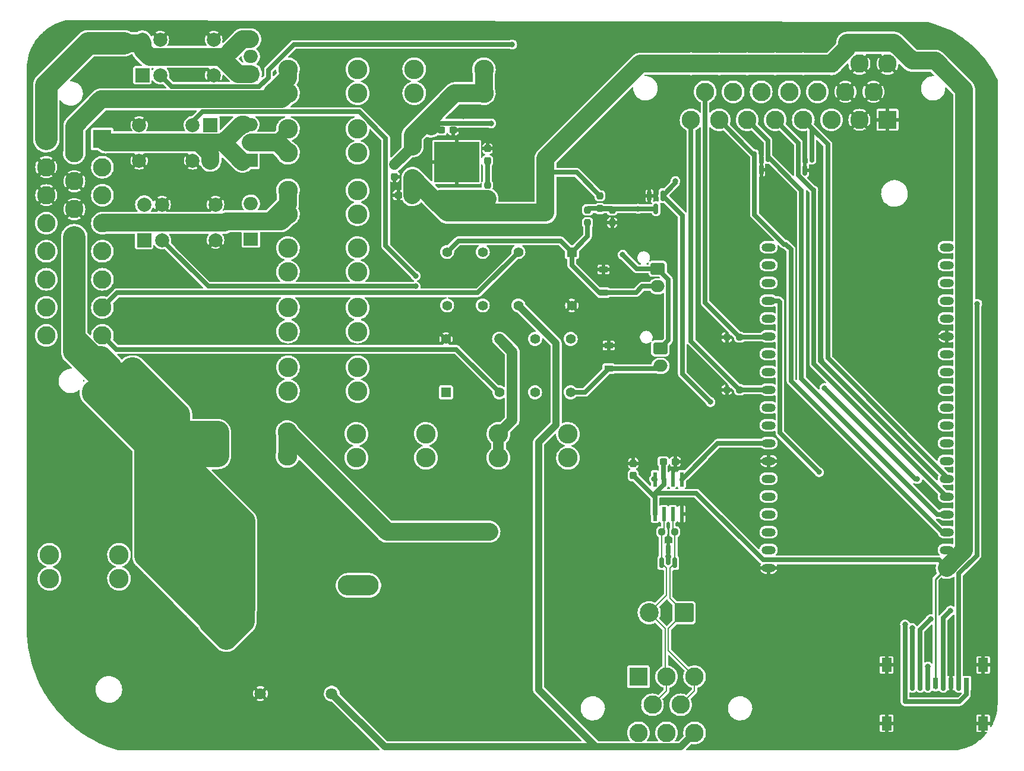
<source format=gbr>
%TF.GenerationSoftware,KiCad,Pcbnew,(6.0.1-0)*%
%TF.CreationDate,2023-02-28T13:23:53-05:00*%
%TF.ProjectId,rear-control-board,72656172-2d63-46f6-9e74-726f6c2d626f,rev?*%
%TF.SameCoordinates,Original*%
%TF.FileFunction,Copper,L1,Top*%
%TF.FilePolarity,Positive*%
%FSLAX46Y46*%
G04 Gerber Fmt 4.6, Leading zero omitted, Abs format (unit mm)*
G04 Created by KiCad (PCBNEW (6.0.1-0)) date 2023-02-28 13:23:53*
%MOMM*%
%LPD*%
G01*
G04 APERTURE LIST*
G04 Aperture macros list*
%AMRoundRect*
0 Rectangle with rounded corners*
0 $1 Rounding radius*
0 $2 $3 $4 $5 $6 $7 $8 $9 X,Y pos of 4 corners*
0 Add a 4 corners polygon primitive as box body*
4,1,4,$2,$3,$4,$5,$6,$7,$8,$9,$2,$3,0*
0 Add four circle primitives for the rounded corners*
1,1,$1+$1,$2,$3*
1,1,$1+$1,$4,$5*
1,1,$1+$1,$6,$7*
1,1,$1+$1,$8,$9*
0 Add four rect primitives between the rounded corners*
20,1,$1+$1,$2,$3,$4,$5,0*
20,1,$1+$1,$4,$5,$6,$7,0*
20,1,$1+$1,$6,$7,$8,$9,0*
20,1,$1+$1,$8,$9,$2,$3,0*%
G04 Aperture macros list end*
%TA.AperFunction,ComponentPad*%
%ADD10C,2.780000*%
%TD*%
%TA.AperFunction,SMDPad,CuDef*%
%ADD11R,1.200000X0.900000*%
%TD*%
%TA.AperFunction,ComponentPad*%
%ADD12R,2.000000X1.905000*%
%TD*%
%TA.AperFunction,ComponentPad*%
%ADD13O,2.000000X1.905000*%
%TD*%
%TA.AperFunction,SMDPad,CuDef*%
%ADD14R,0.800000X1.500000*%
%TD*%
%TA.AperFunction,SMDPad,CuDef*%
%ADD15R,1.450000X2.000000*%
%TD*%
%TA.AperFunction,SMDPad,CuDef*%
%ADD16RoundRect,0.237500X-0.300000X-0.237500X0.300000X-0.237500X0.300000X0.237500X-0.300000X0.237500X0*%
%TD*%
%TA.AperFunction,SMDPad,CuDef*%
%ADD17RoundRect,0.041300X-0.253700X0.943700X-0.253700X-0.943700X0.253700X-0.943700X0.253700X0.943700X0*%
%TD*%
%TA.AperFunction,ComponentPad*%
%ADD18R,1.400000X1.400000*%
%TD*%
%TA.AperFunction,ComponentPad*%
%ADD19C,1.400000*%
%TD*%
%TA.AperFunction,ComponentPad*%
%ADD20R,2.000000X1.200000*%
%TD*%
%TA.AperFunction,ComponentPad*%
%ADD21O,2.000000X1.200000*%
%TD*%
%TA.AperFunction,ComponentPad*%
%ADD22RoundRect,0.250000X-0.750000X0.600000X-0.750000X-0.600000X0.750000X-0.600000X0.750000X0.600000X0*%
%TD*%
%TA.AperFunction,ComponentPad*%
%ADD23O,2.000000X1.700000*%
%TD*%
%TA.AperFunction,ComponentPad*%
%ADD24C,1.635000*%
%TD*%
%TA.AperFunction,ComponentPad*%
%ADD25O,2.670000X5.340000*%
%TD*%
%TA.AperFunction,ComponentPad*%
%ADD26O,5.850000X2.925000*%
%TD*%
%TA.AperFunction,ComponentPad*%
%ADD27R,2.625000X2.625000*%
%TD*%
%TA.AperFunction,ComponentPad*%
%ADD28C,2.625000*%
%TD*%
%TA.AperFunction,SMDPad,CuDef*%
%ADD29RoundRect,0.237500X-0.237500X0.250000X-0.237500X-0.250000X0.237500X-0.250000X0.237500X0.250000X0*%
%TD*%
%TA.AperFunction,ComponentPad*%
%ADD30R,2.000000X2.000000*%
%TD*%
%TA.AperFunction,ComponentPad*%
%ADD31C,2.000000*%
%TD*%
%TA.AperFunction,SMDPad,CuDef*%
%ADD32RoundRect,0.237500X-0.237500X0.287500X-0.237500X-0.287500X0.237500X-0.287500X0.237500X0.287500X0*%
%TD*%
%TA.AperFunction,SMDPad,CuDef*%
%ADD33RoundRect,0.237500X0.237500X-0.250000X0.237500X0.250000X-0.237500X0.250000X-0.237500X-0.250000X0*%
%TD*%
%TA.AperFunction,SMDPad,CuDef*%
%ADD34RoundRect,0.237500X0.300000X0.237500X-0.300000X0.237500X-0.300000X-0.237500X0.300000X-0.237500X0*%
%TD*%
%TA.AperFunction,SMDPad,CuDef*%
%ADD35RoundRect,0.237500X0.237500X-0.300000X0.237500X0.300000X-0.237500X0.300000X-0.237500X-0.300000X0*%
%TD*%
%TA.AperFunction,SMDPad,CuDef*%
%ADD36RoundRect,0.150000X0.150000X-0.587500X0.150000X0.587500X-0.150000X0.587500X-0.150000X-0.587500X0*%
%TD*%
%TA.AperFunction,SMDPad,CuDef*%
%ADD37RoundRect,0.237500X0.250000X0.237500X-0.250000X0.237500X-0.250000X-0.237500X0.250000X-0.237500X0*%
%TD*%
%TA.AperFunction,SMDPad,CuDef*%
%ADD38RoundRect,0.150000X-0.150000X0.587500X-0.150000X-0.587500X0.150000X-0.587500X0.150000X0.587500X0*%
%TD*%
%TA.AperFunction,ComponentPad*%
%ADD39RoundRect,0.250001X1.099999X1.099999X-1.099999X1.099999X-1.099999X-1.099999X1.099999X-1.099999X0*%
%TD*%
%TA.AperFunction,ComponentPad*%
%ADD40C,2.700000*%
%TD*%
%TA.AperFunction,SMDPad,CuDef*%
%ADD41R,2.200000X1.200000*%
%TD*%
%TA.AperFunction,SMDPad,CuDef*%
%ADD42R,6.400000X5.800000*%
%TD*%
%TA.AperFunction,ViaPad*%
%ADD43C,0.800000*%
%TD*%
%TA.AperFunction,Conductor*%
%ADD44C,2.540000*%
%TD*%
%TA.AperFunction,Conductor*%
%ADD45C,0.635000*%
%TD*%
%TA.AperFunction,Conductor*%
%ADD46C,1.500000*%
%TD*%
%TA.AperFunction,Conductor*%
%ADD47C,1.000000*%
%TD*%
%TA.AperFunction,Conductor*%
%ADD48C,3.175000*%
%TD*%
%TA.AperFunction,Conductor*%
%ADD49C,0.200000*%
%TD*%
%TA.AperFunction,Conductor*%
%ADD50C,0.254000*%
%TD*%
G04 APERTURE END LIST*
D10*
%TO.P,F6,1*%
%TO.N,+12V*%
X105960000Y-67300000D03*
X105960000Y-70700000D03*
%TO.P,F6,2*%
%TO.N,/PUMP_12V*%
X96040000Y-70700000D03*
X96040000Y-67300000D03*
%TD*%
D11*
%TO.P,D5,1,K*%
%TO.N,/FAULT_LATCHER/IMD_SWITCH*%
X141750000Y-110001115D03*
%TO.P,D5,2,A*%
%TO.N,GND*%
X141750000Y-106701115D03*
%TD*%
D12*
%TO.P,D10,1,A*%
%TO.N,/BRAKE_RTRN_12V*%
X90750000Y-91500000D03*
D13*
%TO.P,D10,2,K*%
%TO.N,/BRAKE_12V*%
X90750000Y-88960000D03*
%TO.P,D10,1,A*%
%TO.N,/BRAKE_RTRN_12V*%
X90750000Y-86420000D03*
%TD*%
D10*
%TO.P,F1,1*%
%TO.N,+12V*%
X114040000Y-67300000D03*
X114040000Y-70700000D03*
%TO.P,F1,2*%
%TO.N,INT_12V*%
X123960000Y-67300000D03*
X123960000Y-70700000D03*
%TD*%
D14*
%TO.P,J7,1,DAT2*%
%TO.N,/Controller/DAT2*%
X185050000Y-154872500D03*
%TO.P,J7,2,DAT3/CD*%
%TO.N,/Controller/DAT3*%
X186150000Y-154872500D03*
%TO.P,J7,3,CMD*%
%TO.N,/Controller/CMD*%
X187250000Y-154872500D03*
%TO.P,J7,4,VDD*%
%TO.N,VDD*%
X188350000Y-154872500D03*
%TO.P,J7,5,CLK*%
%TO.N,/Controller/CLK*%
X189450000Y-154872500D03*
%TO.P,J7,6,VSS*%
%TO.N,GND*%
X190550000Y-154872500D03*
%TO.P,J7,7,DAT0*%
%TO.N,/Controller/DAT0*%
X191650000Y-154872500D03*
%TO.P,J7,8,DAT1*%
%TO.N,/Controller/DAT1*%
X192750000Y-154872500D03*
D15*
%TO.P,J7,9,SHIELD*%
%TO.N,GND*%
X181375000Y-160572500D03*
X181375000Y-152272500D03*
X195125000Y-152272500D03*
X195125000Y-160572500D03*
%TD*%
D10*
%TO.P,F9,1*%
%TO.N,BATT_12*%
X86040000Y-119050000D03*
X86040000Y-122450000D03*
%TO.P,F9,2*%
%TO.N,/BRB_LOOP*%
X95960000Y-119050000D03*
X95960000Y-122450000D03*
%TD*%
D16*
%TO.P,C12,1*%
%TO.N,VDD*%
X149525000Y-123250000D03*
%TO.P,C12,2*%
%TO.N,GND*%
X151250000Y-123250000D03*
%TD*%
D17*
%TO.P,U4,1,TXD*%
%TO.N,/Controller/CAN_MISO*%
X152155000Y-125775000D03*
%TO.P,U4,2,GND*%
%TO.N,GND*%
X150885000Y-125775000D03*
%TO.P,U4,3,VDD*%
%TO.N,VDD*%
X149615000Y-125775000D03*
%TO.P,U4,4,RXD*%
%TO.N,/Controller/CAN_MOSI*%
X148345000Y-125775000D03*
%TO.P,U4,5,VL*%
%TO.N,VDD*%
X148345000Y-130725000D03*
%TO.P,U4,6,CANL*%
%TO.N,/CAN_N*%
X149615000Y-130725000D03*
%TO.P,U4,7,CANH*%
%TO.N,/CAN_P*%
X150885000Y-130725000D03*
%TO.P,U4,8,STBY*%
%TO.N,GND*%
X152155000Y-130725000D03*
%TD*%
D18*
%TO.P,K2,1*%
%TO.N,Net-(D4-Pad1)*%
X136500000Y-93351115D03*
D19*
%TO.P,K2,4*%
%TO.N,/FAULT_BMS*%
X128880000Y-93351115D03*
%TO.P,K2,6*%
%TO.N,unconnected-(K2-Pad6)*%
X123800000Y-93351115D03*
%TO.P,K2,8*%
%TO.N,Net-(D4-Pad1)*%
X118720000Y-93351115D03*
%TO.P,K2,9*%
%TO.N,Net-(K2-Pad9)*%
X118720000Y-100971115D03*
%TO.P,K2,11*%
%TO.N,unconnected-(K2-Pad11)*%
X123800000Y-100971115D03*
%TO.P,K2,13*%
%TO.N,/BRB_RTN*%
X128880000Y-100971115D03*
%TO.P,K2,16*%
%TO.N,GND*%
X136500000Y-100971115D03*
%TD*%
D20*
%TO.P,U1,1,3V3*%
%TO.N,VDD*%
X189950000Y-138403440D03*
D21*
%TO.P,U1,2,CHIP_PU*%
X189950000Y-135863440D03*
%TO.P,U1,3,SENSOR_VP/GPIO36/ADC1_CH0*%
%TO.N,/WHEEL_L*%
X189950000Y-133323440D03*
%TO.P,U1,4,SENSOR_VN/GPIO39/ADC1_CH3*%
%TO.N,/WHEEL_R*%
X189950000Y-130783440D03*
%TO.P,U1,5,VDET_1/GPIO34/ADC1_CH6*%
%TO.N,/SUSPENSION_L*%
X189950000Y-128243440D03*
%TO.P,U1,6,VDET_2/GPIO35/ADC1_CH7*%
%TO.N,/SUSPENSION_R*%
X189950000Y-125703440D03*
%TO.P,U1,7,32K_XP/GPIO32/ADC1_CH4*%
%TO.N,/Controller/FAULT_IMD*%
X189950000Y-123163440D03*
%TO.P,U1,8,32K_XN/GPIO33/ADC1_CH5*%
%TO.N,/Controller/FAULT_BMS*%
X189950000Y-120623440D03*
%TO.P,U1,9,DAC_1/ADC2_CH8/GPIO25*%
%TO.N,/Controller/BRAKE_CTRL*%
X189950000Y-118083440D03*
%TO.P,U1,10,DAC_2/ADC2_CH9/GPIO26*%
%TO.N,/Controller/FAN_CTRL*%
X189950000Y-115543440D03*
%TO.P,U1,11,ADC2_CH7/GPIO27*%
%TO.N,unconnected-(U1-Pad11)*%
X189950000Y-113003440D03*
%TO.P,U1,12,MTMS/GPIO14/ADC2_CH6*%
%TO.N,/Controller/CLK*%
X189950000Y-110463440D03*
%TO.P,U1,13,\u002AMTDI/GPIO12/ADC2_CH5*%
%TO.N,/Controller/DAT2*%
X189950000Y-107923440D03*
%TO.P,U1,14,GND*%
%TO.N,GND*%
X189950000Y-105383440D03*
%TO.P,U1,15,MTCK/GPIO13/ADC2_CH4*%
%TO.N,/Controller/DAT3*%
X189950000Y-102843440D03*
%TO.P,U1,16,SD_DATA2/GPIO9*%
%TO.N,unconnected-(U1-Pad16)*%
X189950000Y-100303440D03*
%TO.P,U1,17,SD_DATA3/GPIO10*%
%TO.N,unconnected-(U1-Pad17)*%
X189950000Y-97763440D03*
%TO.P,U1,18,CMD*%
%TO.N,unconnected-(U1-Pad18)*%
X189950000Y-95223440D03*
%TO.P,U1,19,5V*%
%TO.N,unconnected-(U1-Pad19)*%
X189950000Y-92683440D03*
%TO.P,U1,20,SD_CLK/GPIO6*%
%TO.N,unconnected-(U1-Pad20)*%
X164553680Y-92686160D03*
%TO.P,U1,21,SD_DATA0/GPIO7*%
%TO.N,unconnected-(U1-Pad21)*%
X164553680Y-95226160D03*
%TO.P,U1,22,SD_DATA1/GPIO8*%
%TO.N,unconnected-(U1-Pad22)*%
X164550000Y-97763440D03*
%TO.P,U1,23,\u002AMTDO/GPIO15/ADC2_CH3*%
%TO.N,/Controller/CMD*%
X164550000Y-100303440D03*
%TO.P,U1,24,ADC2_CH2/\u002AGPIO2*%
%TO.N,/Controller/DAT0*%
X164550000Y-102843440D03*
%TO.P,U1,25,\u002AGPIO0/BOOT/ADC2_CH1*%
%TO.N,/WATER_OUT-*%
X164550000Y-105383440D03*
%TO.P,U1,26,ADC2_CH0/GPIO4*%
%TO.N,/Controller/DAT1*%
X164550000Y-107923440D03*
%TO.P,U1,27,GPIO16*%
%TO.N,unconnected-(U1-Pad27)*%
X164550000Y-110463440D03*
%TO.P,U1,28,GPIO17*%
%TO.N,/WATER_IN-*%
X164550000Y-113003440D03*
%TO.P,U1,29,\u002AGPIO5*%
%TO.N,unconnected-(U1-Pad29)*%
X164550000Y-115543440D03*
%TO.P,U1,30,GPIO18*%
%TO.N,/Controller/PUMP_CTRL*%
X164550000Y-118083440D03*
%TO.P,U1,31,GPIO19*%
%TO.N,/Controller/CAN_MISO*%
X164550000Y-120623440D03*
%TO.P,U1,32,GND*%
%TO.N,GND*%
X164550000Y-123163440D03*
%TO.P,U1,33,GPIO21*%
%TO.N,unconnected-(U1-Pad33)*%
X164550000Y-125703440D03*
%TO.P,U1,34,U0RXD/GPIO3*%
%TO.N,unconnected-(U1-Pad34)*%
X164550000Y-128243440D03*
%TO.P,U1,35,U0TXD/GPIO1*%
%TO.N,unconnected-(U1-Pad35)*%
X164550000Y-130783440D03*
%TO.P,U1,36,GPIO22*%
%TO.N,unconnected-(U1-Pad36)*%
X164550000Y-133323440D03*
%TO.P,U1,37,GPIO23*%
%TO.N,/Controller/CAN_MOSI*%
X164550000Y-135863440D03*
%TO.P,U1,38,GND*%
%TO.N,GND*%
X164550000Y-138403440D03*
%TD*%
D22*
%TO.P,J4,1,Pin_1*%
%TO.N,INT_12V*%
X148750000Y-95750000D03*
D23*
%TO.P,J4,2,Pin_2*%
%TO.N,Net-(D4-Pad1)*%
X148750000Y-98250000D03*
%TD*%
D24*
%TO.P,K1,1*%
%TO.N,/BRB_RTN*%
X102277550Y-156344100D03*
%TO.P,K1,2*%
%TO.N,GND*%
X92117550Y-156344100D03*
D25*
%TO.P,K1,3*%
%TO.N,BATT_12*%
X87337550Y-144334100D03*
D26*
%TO.P,K1,4*%
%TO.N,+12V*%
X106087550Y-140904100D03*
%TD*%
D10*
%TO.P,F4,1*%
%TO.N,+12V*%
X105960000Y-96200000D03*
X105960000Y-92800000D03*
%TO.P,F4,2*%
%TO.N,/FRONT_12*%
X96040000Y-92800000D03*
X96040000Y-96200000D03*
%TD*%
D27*
%TO.P,J3,1,Pin_1*%
%TO.N,/BRB_LOOP*%
X146000000Y-153937500D03*
D28*
%TO.P,J3,2,Pin_2*%
%TO.N,/CAN_N*%
X150000000Y-153937500D03*
%TO.P,J3,3,Pin_3*%
%TO.N,/CAN_P*%
X154000000Y-153937500D03*
%TO.P,J3,4,Pin_4*%
%TO.N,/CAN_N*%
X148000000Y-157937500D03*
%TO.P,J3,5,Pin_5*%
%TO.N,/CAN_P*%
X152000000Y-157937500D03*
%TO.P,J3,6,Pin_6*%
%TO.N,/RINE_12*%
X146000000Y-161937500D03*
%TO.P,J3,7,Pin_7*%
%TO.N,/TSV*%
X150000000Y-161937500D03*
%TO.P,J3,8,Pin_8*%
%TO.N,/BRB_RTN*%
X154000000Y-161937500D03*
%TD*%
D29*
%TO.P,R1,1*%
%TO.N,VDD*%
X140500000Y-85337500D03*
%TO.P,R1,2*%
%TO.N,Net-(JP1-Pad2)*%
X140500000Y-87162500D03*
%TD*%
%TO.P,R9,1*%
%TO.N,Net-(JP1-Pad2)*%
X142250000Y-87337500D03*
%TO.P,R9,2*%
%TO.N,GND*%
X142250000Y-89162500D03*
%TD*%
D30*
%TO.P,K6,1*%
%TO.N,unconnected-(K6-Pad1)*%
X85000000Y-75250000D03*
D31*
%TO.P,K6,2*%
%TO.N,/Controller/BRAKE_CTRL*%
X82460000Y-75250000D03*
%TO.P,K6,5*%
%TO.N,GND*%
X74840000Y-75250000D03*
%TO.P,K6,6*%
X74840000Y-80330000D03*
%TO.P,K6,9*%
X82460000Y-80330000D03*
%TO.P,K6,10*%
%TO.N,/FAN_RTRN_12V*%
X85000000Y-80330000D03*
%TD*%
D32*
%TO.P,D1,1,K*%
%TO.N,INT_12V*%
X111250000Y-80850000D03*
%TO.P,D1,2,A*%
%TO.N,GND*%
X111250000Y-82600000D03*
%TD*%
D10*
%TO.P,F8,1*%
%TO.N,+12V*%
X105960000Y-84550000D03*
X105960000Y-87950000D03*
%TO.P,F8,2*%
%TO.N,/BRAKE_12V*%
X96040000Y-84550000D03*
X96040000Y-87950000D03*
%TD*%
D33*
%TO.P,R3,1*%
%TO.N,Net-(D4-Pad1)*%
X138750000Y-89162500D03*
%TO.P,R3,2*%
%TO.N,Net-(JP1-Pad2)*%
X138750000Y-87337500D03*
%TD*%
D30*
%TO.P,K5,1*%
%TO.N,unconnected-(K5-Pad1)*%
X75542500Y-91657500D03*
D31*
%TO.P,K5,2*%
%TO.N,/Controller/PUMP_CTRL*%
X78082500Y-91657500D03*
%TO.P,K5,5*%
%TO.N,GND*%
X85702500Y-91657500D03*
%TO.P,K5,6*%
X85702500Y-86577500D03*
%TO.P,K5,9*%
X78082500Y-86577500D03*
%TO.P,K5,10*%
%TO.N,/BRAKE_RTRN_12V*%
X75542500Y-86577500D03*
%TD*%
D34*
%TO.P,C4,1*%
%TO.N,VDD*%
X113500000Y-85250000D03*
%TO.P,C4,2*%
%TO.N,GND*%
X111775000Y-85250000D03*
%TD*%
D35*
%TO.P,C8,1*%
%TO.N,VDD*%
X145250000Y-125225000D03*
%TO.P,C8,2*%
%TO.N,GND*%
X145250000Y-123500000D03*
%TD*%
D12*
%TO.P,D11,1,A*%
%TO.N,/FAN_RTRN_12V*%
X90695000Y-80290000D03*
D13*
%TO.P,D11,2,K*%
%TO.N,/FAN_12V*%
X90695000Y-77750000D03*
%TO.P,D11,1,A*%
%TO.N,/FAN_RTRN_12V*%
X90695000Y-75210000D03*
%TD*%
D11*
%TO.P,D4,1,K*%
%TO.N,Net-(D4-Pad1)*%
X141000000Y-99150000D03*
%TO.P,D4,2,A*%
%TO.N,GND*%
X141000000Y-95850000D03*
%TD*%
D10*
%TO.P,F7,1*%
%TO.N,+12V*%
X105960000Y-104700000D03*
X105960000Y-101300000D03*
%TO.P,F7,2*%
%TO.N,/HVB_12*%
X96040000Y-104700000D03*
X96040000Y-101300000D03*
%TD*%
D36*
%TO.P,D9,1,K*%
%TO.N,/CAN_N*%
X149300000Y-137687500D03*
%TO.P,D9,2,K*%
%TO.N,/CAN_P*%
X151200000Y-137687500D03*
%TO.P,D9,3,A*%
%TO.N,GND*%
X150250000Y-135812500D03*
%TD*%
D37*
%TO.P,R4,1*%
%TO.N,/WATER_OUT-*%
X160412500Y-105500000D03*
%TO.P,R4,2*%
%TO.N,GND*%
X158587500Y-105500000D03*
%TD*%
D30*
%TO.P,K4,1*%
%TO.N,unconnected-(K4-Pad1)*%
X75292500Y-68127583D03*
D31*
%TO.P,K4,2*%
%TO.N,/Controller/FAN_CTRL*%
X77832500Y-68127583D03*
%TO.P,K4,5*%
%TO.N,GND*%
X85452500Y-68127583D03*
%TO.P,K4,6*%
X85452500Y-63047583D03*
%TO.P,K4,9*%
X77832500Y-63047583D03*
%TO.P,K4,10*%
%TO.N,/PUMP_RTRN_12V*%
X75292500Y-63047583D03*
%TD*%
D38*
%TO.P,D6,1,K*%
%TO.N,/SUSPENSION_R*%
X170700000Y-79812500D03*
%TO.P,D6,2,K*%
%TO.N,/SUSPENSION_L*%
X168800000Y-79812500D03*
%TO.P,D6,3,A*%
%TO.N,GND*%
X169750000Y-81687500D03*
%TD*%
D10*
%TO.P,F10,1*%
%TO.N,/SSOK*%
X126040000Y-122700000D03*
X126040000Y-119300000D03*
%TO.P,F10,2*%
%TO.N,/TSV*%
X135960000Y-119300000D03*
X135960000Y-122700000D03*
%TD*%
D37*
%TO.P,R6,1*%
%TO.N,/CAN_P*%
X151162500Y-133250000D03*
%TO.P,R6,2*%
%TO.N,/CAN_N*%
X149337500Y-133250000D03*
%TD*%
D22*
%TO.P,J5,1,Pin_1*%
%TO.N,INT_12V*%
X149117500Y-107101115D03*
D23*
%TO.P,J5,2,Pin_2*%
%TO.N,/FAULT_LATCHER/IMD_SWITCH*%
X149117500Y-109601115D03*
%TD*%
D10*
%TO.P,F11,1*%
%TO.N,/charge-controller/dcdc_fuse*%
X71960000Y-136550000D03*
X71960000Y-139950000D03*
%TO.P,F11,2*%
%TO.N,/DCDC_IN*%
X62040000Y-139950000D03*
X62040000Y-136550000D03*
%TD*%
%TO.P,F2,1*%
%TO.N,+12V*%
X105960000Y-75800000D03*
X105960000Y-79200000D03*
%TO.P,F2,2*%
%TO.N,/FAN_12V*%
X96040000Y-79200000D03*
X96040000Y-75800000D03*
%TD*%
D18*
%TO.P,K3,1*%
%TO.N,/FAULT_LATCHER/IMD_SWITCH*%
X118560000Y-113376115D03*
D19*
%TO.P,K3,4*%
%TO.N,/FAULT_IMD*%
X126180000Y-113376115D03*
%TO.P,K3,6*%
%TO.N,unconnected-(K3-Pad6)*%
X131260000Y-113376115D03*
%TO.P,K3,8*%
%TO.N,/FAULT_LATCHER/IMD_SWITCH*%
X136340000Y-113376115D03*
%TO.P,K3,9*%
%TO.N,Net-(K2-Pad9)*%
X136340000Y-105756115D03*
%TO.P,K3,11*%
%TO.N,unconnected-(K3-Pad11)*%
X131260000Y-105756115D03*
%TO.P,K3,13*%
%TO.N,/SSOK*%
X126180000Y-105756115D03*
%TO.P,K3,16*%
%TO.N,GND*%
X118560000Y-105756115D03*
%TD*%
D27*
%TO.P,J1,1,Pin_1*%
%TO.N,/FAN_RTRN_12V*%
X69587500Y-77250000D03*
D28*
%TO.P,J1,2,Pin_2*%
%TO.N,/FAN_12V*%
X69587500Y-81250000D03*
%TO.P,J1,3,Pin_3*%
%TO.N,/BRAKE_RTRN_12V*%
X69587500Y-85250000D03*
%TO.P,J1,4,Pin_4*%
%TO.N,/BRAKE_12V*%
X69587500Y-89250000D03*
%TO.P,J1,5,Pin_5*%
%TO.N,/HVB_12*%
X69587500Y-93250000D03*
%TO.P,J1,6,Pin_6*%
%TO.N,BMS_12V*%
X69587500Y-97250000D03*
%TO.P,J1,7,Pin_7*%
%TO.N,/FAULT_BMS*%
X69587500Y-101250000D03*
%TO.P,J1,8,Pin_8*%
%TO.N,/FAULT_IMD*%
X69587500Y-105250000D03*
%TO.P,J1,9,Pin_9*%
%TO.N,/PUMP_12V*%
X65587500Y-79250000D03*
%TO.P,J1,10,Pin_10*%
%TO.N,GND*%
X65587500Y-83250000D03*
%TO.P,J1,11,Pin_11*%
X65587500Y-87250000D03*
%TO.P,J1,12,Pin_12*%
%TO.N,BATT_12*%
X65587500Y-91250000D03*
%TO.P,J1,13,Pin_13*%
X65587500Y-95250000D03*
%TO.P,J1,14,Pin_14*%
X65587500Y-99250000D03*
%TO.P,J1,15,Pin_15*%
X65587500Y-103250000D03*
%TO.P,J1,16,Pin_16*%
%TO.N,/PUMP_RTRN_12V*%
X61587500Y-77250000D03*
%TO.P,J1,17,Pin_17*%
%TO.N,GND*%
X61587500Y-81250000D03*
%TO.P,J1,18,Pin_18*%
X61587500Y-85250000D03*
%TO.P,J1,19,Pin_19*%
%TO.N,/FRONT_12*%
X61587500Y-89250000D03*
%TO.P,J1,20,Pin_20*%
%TO.N,/DCDC_IN*%
X61587500Y-93250000D03*
%TO.P,J1,21,Pin_21*%
X61587500Y-97250000D03*
%TO.P,J1,22,Pin_22*%
X61587500Y-101250000D03*
%TO.P,J1,23,Pin_23*%
X61587500Y-105250000D03*
%TD*%
D37*
%TO.P,R7,1*%
%TO.N,/WATER_IN-*%
X160412500Y-113000000D03*
%TO.P,R7,2*%
%TO.N,GND*%
X158587500Y-113000000D03*
%TD*%
D10*
%TO.P,F5,1*%
%TO.N,+12V*%
X105960000Y-109800000D03*
X105960000Y-113200000D03*
%TO.P,F5,2*%
%TO.N,BMS_12V*%
X96040000Y-113200000D03*
X96040000Y-109800000D03*
%TD*%
D16*
%TO.P,C1,1*%
%TO.N,INT_12V*%
X117862500Y-75975000D03*
%TO.P,C1,2*%
%TO.N,GND*%
X119587500Y-75975000D03*
%TD*%
D10*
%TO.P,F3,1*%
%TO.N,+12V*%
X105790000Y-119300000D03*
X105790000Y-122700000D03*
%TO.P,F3,2*%
%TO.N,/RINE_12*%
X115710000Y-119300000D03*
X115710000Y-122700000D03*
%TD*%
D33*
%TO.P,R2,1*%
%TO.N,VDD*%
X124475000Y-85637500D03*
%TO.P,R2,2*%
%TO.N,Net-(D8-Pad2)*%
X124475000Y-83812500D03*
%TD*%
D27*
%TO.P,J2,1,Pin_1*%
%TO.N,GND*%
X181500000Y-74500000D03*
D28*
%TO.P,J2,2,Pin_2*%
X177500000Y-74500000D03*
%TO.P,J2,3,Pin_3*%
%TO.N,unconnected-(J2-Pad3)*%
X173500000Y-74500000D03*
%TO.P,J2,4,Pin_4*%
%TO.N,/SUSPENSION_R*%
X169500000Y-74500000D03*
%TO.P,J2,5,Pin_5*%
%TO.N,/SUSPENSION_L*%
X165500000Y-74500000D03*
%TO.P,J2,6,Pin_6*%
%TO.N,/WHEEL_R*%
X161500000Y-74500000D03*
%TO.P,J2,7,Pin_7*%
%TO.N,/WHEEL_L*%
X157500000Y-74500000D03*
%TO.P,J2,8,Pin_8*%
%TO.N,/WATER_IN-*%
X153500000Y-74500000D03*
%TO.P,J2,9,Pin_9*%
%TO.N,GND*%
X179500000Y-70500000D03*
%TO.P,J2,10,Pin_10*%
X175500000Y-70500000D03*
%TO.P,J2,11,Pin_11*%
%TO.N,unconnected-(J2-Pad11)*%
X171500000Y-70500000D03*
%TO.P,J2,12,Pin_12*%
%TO.N,unconnected-(J2-Pad12)*%
X167500000Y-70500000D03*
%TO.P,J2,13,Pin_13*%
%TO.N,unconnected-(J2-Pad13)*%
X163500000Y-70500000D03*
%TO.P,J2,14,Pin_14*%
%TO.N,unconnected-(J2-Pad14)*%
X159500000Y-70500000D03*
%TO.P,J2,15,Pin_15*%
%TO.N,/WATER_OUT-*%
X155500000Y-70500000D03*
%TO.P,J2,16,Pin_16*%
%TO.N,GND*%
X181500000Y-66500000D03*
%TO.P,J2,17,Pin_17*%
X177500000Y-66500000D03*
%TO.P,J2,18,Pin_18*%
%TO.N,VDD*%
X173500000Y-66500000D03*
%TO.P,J2,19,Pin_19*%
X169500000Y-66500000D03*
%TO.P,J2,20,Pin_20*%
X165500000Y-66500000D03*
%TO.P,J2,21,Pin_21*%
X161500000Y-66500000D03*
%TO.P,J2,22,Pin_22*%
X157500000Y-66500000D03*
%TO.P,J2,23,Pin_23*%
X153500000Y-66500000D03*
%TD*%
D39*
%TO.P,J6,1,Pin_1*%
%TO.N,/CAN_P*%
X152527500Y-144800000D03*
D40*
%TO.P,J6,2,Pin_2*%
%TO.N,/CAN_N*%
X147527500Y-144800000D03*
%TD*%
D32*
%TO.P,D8,1,K*%
%TO.N,GND*%
X124475000Y-78600000D03*
%TO.P,D8,2,A*%
%TO.N,Net-(D8-Pad2)*%
X124475000Y-80350000D03*
%TD*%
D38*
%TO.P,Q1,1,G*%
%TO.N,/Controller/FAULT_BMS*%
X149450000Y-85312500D03*
%TO.P,Q1,2,S*%
%TO.N,GND*%
X147550000Y-85312500D03*
%TO.P,Q1,3,D*%
%TO.N,Net-(JP1-Pad2)*%
X148500000Y-87187500D03*
%TD*%
D41*
%TO.P,U2,1,VI*%
%TO.N,INT_12V*%
X113800000Y-78220000D03*
D42*
%TO.P,U2,2,GND*%
%TO.N,GND*%
X120100000Y-80500000D03*
D41*
%TO.P,U2,3,Vo*%
%TO.N,VDD*%
X113800000Y-82780000D03*
%TD*%
D12*
%TO.P,D12,1,A*%
%TO.N,/PUMP_RTRN_12V*%
X90750000Y-68000000D03*
D13*
X90750000Y-62920000D03*
%TO.P,D12,2,K*%
%TO.N,/PUMP_12V*%
X90750000Y-65460000D03*
%TD*%
D38*
%TO.P,D2,1,K*%
%TO.N,/WHEEL_R*%
X164450000Y-79750000D03*
%TO.P,D2,2,K*%
%TO.N,/WHEEL_L*%
X162550000Y-79750000D03*
%TO.P,D2,3,A*%
%TO.N,GND*%
X163500000Y-81625000D03*
%TD*%
D43*
%TO.N,GND*%
X62000000Y-64000000D03*
X79750000Y-75000000D03*
X93750000Y-63000000D03*
X91250000Y-95500000D03*
X82000000Y-91750000D03*
X79500000Y-111000000D03*
X73250000Y-105250000D03*
X78750000Y-95000000D03*
X174500000Y-158000000D03*
X171750000Y-148250000D03*
X161750000Y-146750000D03*
X132250000Y-97000000D03*
X122000000Y-90500000D03*
X138000000Y-85250000D03*
X135000000Y-89750000D03*
X144500000Y-90750000D03*
X77000000Y-161250000D03*
X77000000Y-152000000D03*
X77000000Y-156750000D03*
%TO.N,BATT_12*%
X71375000Y-111125000D03*
X66727064Y-106772936D03*
X75500000Y-112750000D03*
X73010703Y-114989297D03*
X84375000Y-136375000D03*
X85625000Y-130875000D03*
X77450000Y-127800000D03*
X81675000Y-131575000D03*
X79500000Y-136250000D03*
%TO.N,GND*%
X80500000Y-154500000D03*
X81000000Y-159000000D03*
X117000000Y-160750000D03*
X122000000Y-160750000D03*
X122000000Y-155750000D03*
X117000000Y-149000000D03*
X117000000Y-155750000D03*
X111750000Y-155750000D03*
X111750000Y-149000000D03*
X142250000Y-119500000D03*
X141000000Y-116750000D03*
X149500000Y-119250000D03*
X151250000Y-116500000D03*
X146000000Y-116750000D03*
X124000000Y-119000000D03*
X113250000Y-102750000D03*
X113250000Y-90250000D03*
X118250000Y-79250000D03*
X122500000Y-78500000D03*
X115500000Y-80500000D03*
X121000000Y-74000000D03*
X122000000Y-76250000D03*
X127750000Y-80000000D03*
X151000000Y-124500000D03*
X173500000Y-120750000D03*
X145500000Y-135250000D03*
X159250000Y-108250000D03*
X129500000Y-69750000D03*
X190500000Y-153000000D03*
X82000000Y-63500000D03*
X129500000Y-75750000D03*
X177500000Y-128750000D03*
X113250000Y-112250000D03*
X150250000Y-136750000D03*
%TO.N,/PUMP_RTRN_12V*%
X72672500Y-63577500D03*
%TO.N,INT_12V*%
X143750000Y-93750000D03*
X125000000Y-75000000D03*
%TO.N,/Controller/FAN_CTRL*%
X128000000Y-63750000D03*
%TO.N,/Controller/PUMP_CTRL*%
X114250000Y-98250000D03*
%TO.N,/Controller/BRAKE_CTRL*%
X114250000Y-96750000D03*
%TO.N,/Controller/CAN_MOSI*%
X148250000Y-125750000D03*
%TO.N,/Controller/DAT2*%
X185000000Y-147000000D03*
%TO.N,/Controller/DAT3*%
X187623500Y-145750000D03*
%TO.N,/Controller/CMD*%
X187250000Y-152500000D03*
X171750000Y-124750000D03*
%TO.N,/Controller/CLK*%
X190500000Y-144500000D03*
%TO.N,/Controller/DAT0*%
X194289020Y-100750000D03*
%TO.N,/Controller/DAT1*%
X184000000Y-146500000D03*
X172500000Y-112750000D03*
X185750000Y-125750000D03*
%TO.N,/BRB_LOOP*%
X124750000Y-133250000D03*
%TO.N,/Controller/FAULT_BMS*%
X156250000Y-114750000D03*
X151250000Y-83250000D03*
%TO.N,Net-(JP1-Pad2)*%
X145937500Y-87187500D03*
%TD*%
D44*
%TO.N,/PUMP_12V*%
X96040000Y-70700000D02*
X95165960Y-71574040D01*
X95165960Y-71574040D02*
X69425960Y-71574040D01*
X69425960Y-71574040D02*
X65587500Y-75412500D01*
X65587500Y-75412500D02*
X65587500Y-79250000D01*
%TO.N,/PUMP_RTRN_12V*%
X86517094Y-65517094D02*
X88962980Y-67962980D01*
X88962980Y-67962980D02*
X90750000Y-67962980D01*
D45*
%TO.N,/Controller/FAN_CTRL*%
X128000000Y-63750000D02*
X96893078Y-63750000D01*
X96893078Y-63750000D02*
X93250000Y-67393078D01*
X93250000Y-68486522D02*
X91949502Y-69787020D01*
X93250000Y-67393078D02*
X93250000Y-68486522D01*
X91949502Y-69787020D02*
X91912482Y-69750000D01*
X91912482Y-69750000D02*
X79454918Y-69750001D01*
X79454918Y-69750001D02*
X77832500Y-68127583D01*
D44*
%TO.N,/BRAKE_12V*%
X96040000Y-84550000D02*
X96040000Y-86515756D01*
X96040000Y-86515756D02*
X93595756Y-88960000D01*
X93595756Y-88960000D02*
X90750000Y-88960000D01*
X90750000Y-88960000D02*
X95030000Y-88960000D01*
X95030000Y-88960000D02*
X96040000Y-87950000D01*
X69587500Y-89250000D02*
X69649511Y-89187989D01*
X69649511Y-89187989D02*
X86982011Y-89187989D01*
X86982011Y-89187989D02*
X87210000Y-88960000D01*
X87210000Y-88960000D02*
X90750000Y-88960000D01*
D45*
%TO.N,/Controller/PUMP_CTRL*%
X114250000Y-98250000D02*
X84675000Y-98250000D01*
X84675000Y-98250000D02*
X78082500Y-91657500D01*
D44*
%TO.N,/FAN_RTRN_12V*%
X86790245Y-77719511D02*
X86851223Y-77719511D01*
X86851223Y-77719511D02*
X89422654Y-75148080D01*
X89422654Y-75148080D02*
X89750000Y-75148080D01*
D45*
%TO.N,/Controller/BRAKE_CTRL*%
X83854918Y-73361060D02*
X82460000Y-74755978D01*
X109982981Y-92482981D02*
X109982981Y-77126059D01*
X114250000Y-96750000D02*
X109982981Y-92482981D01*
X109982981Y-77126059D02*
X106217982Y-73361060D01*
X106217982Y-73361060D02*
X83854918Y-73361060D01*
X82460000Y-74755978D02*
X82460000Y-75250000D01*
D44*
%TO.N,/FAN_RTRN_12V*%
X83341928Y-77719511D02*
X86790245Y-77719511D01*
X86790245Y-77719511D02*
X89560254Y-80489520D01*
X85000000Y-80330000D02*
X85000000Y-79500000D01*
X69587500Y-77250000D02*
X70057011Y-77719511D01*
X70057011Y-77719511D02*
X83341928Y-77719511D01*
X83341928Y-77719511D02*
X85000000Y-79377583D01*
X85000000Y-79377583D02*
X85000000Y-80330000D01*
%TO.N,/PUMP_RTRN_12V*%
X72672500Y-63547583D02*
X75292500Y-63547583D01*
X75292500Y-64500000D02*
X76309594Y-65517094D01*
X76309594Y-65517094D02*
X86517094Y-65517094D01*
X75292500Y-63547583D02*
X75292500Y-64500000D01*
X90659547Y-63010453D02*
X89511964Y-63010453D01*
X89511964Y-63010453D02*
X87750000Y-64772417D01*
%TO.N,/PUMP_12V*%
X96040000Y-67300000D02*
X96040000Y-68460000D01*
X96040000Y-68460000D02*
X93800000Y-70700000D01*
X93800000Y-70700000D02*
X96040000Y-70700000D01*
D46*
%TO.N,/SSOK*%
X126040000Y-119300000D02*
X126040000Y-122700000D01*
X126180000Y-105756115D02*
X128000000Y-107576115D01*
X128000000Y-107576115D02*
X128000000Y-117340000D01*
X128000000Y-117340000D02*
X126040000Y-119300000D01*
D45*
%TO.N,Net-(D4-Pad1)*%
X136500000Y-93351115D02*
X138750000Y-91101115D01*
X138750000Y-91101115D02*
X138750000Y-89162500D01*
%TO.N,Net-(JP1-Pad2)*%
X140500000Y-87162500D02*
X142075000Y-87162500D01*
X142075000Y-87162500D02*
X142250000Y-87337500D01*
X140500000Y-87162500D02*
X138925000Y-87162500D01*
X138925000Y-87162500D02*
X138750000Y-87337500D01*
D47*
%TO.N,/BRB_RTN*%
X142449511Y-163949511D02*
X139949511Y-163949511D01*
X131750000Y-120500000D02*
X134250000Y-118000000D01*
X139949511Y-163949511D02*
X131750000Y-155750000D01*
X134250000Y-106341115D02*
X128880000Y-100971115D01*
X131750000Y-155750000D02*
X131750000Y-120500000D01*
X134250000Y-118000000D02*
X134250000Y-106341115D01*
D44*
%TO.N,/BRB_LOOP*%
X124750000Y-133250000D02*
X110160000Y-133250000D01*
X110160000Y-133250000D02*
X95960000Y-119050000D01*
X95960000Y-119050000D02*
X95960000Y-122450000D01*
D48*
%TO.N,BATT_12*%
X86040000Y-119050000D02*
X86040000Y-122450000D01*
X80500000Y-116500000D02*
X80500000Y-119000000D01*
X86040000Y-122450000D02*
X83950000Y-122450000D01*
X83950000Y-122450000D02*
X80500000Y-119000000D01*
X80500000Y-119000000D02*
X80500000Y-122478594D01*
X86040000Y-122450000D02*
X77450000Y-122450000D01*
X86040000Y-119050000D02*
X79540000Y-119050000D01*
D47*
%TO.N,/BRB_RTN*%
X109882961Y-163949511D02*
X142449511Y-163949511D01*
X142449511Y-163949511D02*
X151987989Y-163949511D01*
X102277550Y-156344100D02*
X109882961Y-163949511D01*
X151987989Y-163949511D02*
X154000000Y-161937500D01*
D45*
%TO.N,/FAULT_BMS*%
X128880000Y-93351115D02*
X128880000Y-93370000D01*
X128880000Y-93370000D02*
X123082989Y-99167011D01*
X123082989Y-99167011D02*
X71670489Y-99167011D01*
X71670489Y-99167011D02*
X69587500Y-101250000D01*
%TO.N,Net-(D4-Pad1)*%
X136500000Y-93351115D02*
X134898885Y-91750000D01*
X134898885Y-91750000D02*
X120321115Y-91750000D01*
X120321115Y-91750000D02*
X119310094Y-92761021D01*
%TO.N,/FAULT_IMD*%
X120053885Y-107250000D02*
X126180000Y-113376115D01*
X71587500Y-107250000D02*
X120053885Y-107250000D01*
X69587500Y-105250000D02*
X71587500Y-107250000D01*
%TO.N,Net-(D4-Pad1)*%
X141000000Y-99150000D02*
X140400000Y-99150000D01*
X140400000Y-99150000D02*
X136500000Y-95250000D01*
X136500000Y-95250000D02*
X136500000Y-93351115D01*
X141000000Y-99150000D02*
X145637907Y-99150000D01*
X145637907Y-99150000D02*
X146537907Y-98250000D01*
X148750000Y-98250000D02*
X146537907Y-98250000D01*
%TO.N,/Controller/DAT1*%
X192750000Y-156500000D02*
X192750000Y-154872500D01*
D48*
%TO.N,BATT_12*%
X66727064Y-106772936D02*
X68303639Y-108349511D01*
X73010703Y-114989297D02*
X65587500Y-107566094D01*
X84375000Y-136375000D02*
X84375000Y-140875000D01*
X85625000Y-130875000D02*
X84375000Y-129625000D01*
X77450000Y-127800000D02*
X77450000Y-137300000D01*
X79500000Y-136250000D02*
X79500000Y-128250000D01*
D49*
%TO.N,/CAN_N*%
X147527500Y-144800000D02*
X149802499Y-147074999D01*
X149802499Y-147074999D02*
X149802499Y-153739999D01*
X149802499Y-153739999D02*
X150000000Y-153937500D01*
D45*
%TO.N,/SUSPENSION_R*%
X170700000Y-79812500D02*
X170700000Y-75700000D01*
X170700000Y-75700000D02*
X169500000Y-74500000D01*
%TO.N,/SUSPENSION_L*%
X168800000Y-79812500D02*
X168800000Y-82418308D01*
X170881692Y-84500000D02*
X171000000Y-84500000D01*
X168800000Y-82418308D02*
X170881692Y-84500000D01*
X171000000Y-84500000D02*
X171000000Y-109293440D01*
X171000000Y-109293440D02*
X189950000Y-128243440D01*
X168800000Y-79812500D02*
X168800000Y-77800000D01*
X168800000Y-77800000D02*
X165500000Y-74500000D01*
%TO.N,/WHEEL_L*%
X167000000Y-92250000D02*
X167750000Y-93000000D01*
X167750000Y-93000000D02*
X167750000Y-111750000D01*
X167750000Y-111750000D02*
X189323440Y-133323440D01*
X189323440Y-133323440D02*
X190200000Y-133323440D01*
%TO.N,/WHEEL_R*%
X164450000Y-79750000D02*
X169250000Y-84550000D01*
X169250000Y-84550000D02*
X169250000Y-111443250D01*
X169250000Y-111443250D02*
X188590190Y-130783440D01*
X188590190Y-130783440D02*
X189950000Y-130783440D01*
%TO.N,/SUSPENSION_R*%
X169500000Y-74500000D02*
X173000000Y-78000000D01*
X173000000Y-78000000D02*
X173000000Y-108500000D01*
X173000000Y-108500000D02*
X189950000Y-125450000D01*
X189950000Y-125450000D02*
X189950000Y-125703440D01*
%TO.N,/Controller/DAT1*%
X184000000Y-146500000D02*
X184000000Y-157500000D01*
X191750000Y-157500000D02*
X192750000Y-156500000D01*
X184000000Y-157500000D02*
X191750000Y-157500000D01*
D49*
%TO.N,/CAN_P*%
X151162500Y-133250000D02*
X151162500Y-133162500D01*
X151162500Y-133162500D02*
X150885000Y-132885000D01*
X150885000Y-132885000D02*
X150885000Y-130725000D01*
%TO.N,/CAN_N*%
X149337500Y-133250000D02*
X149615000Y-132972500D01*
X149615000Y-132972500D02*
X149615000Y-130725000D01*
X149300000Y-137687500D02*
X149300000Y-133287500D01*
X149300000Y-133287500D02*
X149337500Y-133250000D01*
%TO.N,/CAN_P*%
X151250000Y-137039748D02*
X151200000Y-136989748D01*
X151200000Y-136989748D02*
X151200000Y-133287500D01*
X151200000Y-133287500D02*
X151162500Y-133250000D01*
X151200000Y-137687500D02*
X150475001Y-138412499D01*
%TO.N,/CAN_N*%
X150024999Y-138412499D02*
X150025000Y-138543940D01*
%TO.N,/CAN_P*%
X150475001Y-138412499D02*
X150475000Y-138543940D01*
D48*
%TO.N,BATT_12*%
X85000000Y-146250000D02*
X87250000Y-148500000D01*
X85000000Y-146000000D02*
X85000000Y-146250000D01*
X87250000Y-148500000D02*
X89665900Y-146084100D01*
X89665900Y-146084100D02*
X89665900Y-144334100D01*
X89750000Y-131728594D02*
X81010703Y-122989297D01*
X80500000Y-122478594D02*
X81010703Y-122989297D01*
X81010703Y-122989297D02*
X73010703Y-114989297D01*
X73800000Y-119050000D02*
X71375000Y-116625000D01*
X71375000Y-116625000D02*
X68250000Y-113500000D01*
X80500000Y-116500000D02*
X74000000Y-110000000D01*
X79540000Y-119050000D02*
X80500000Y-118090000D01*
X80500000Y-118090000D02*
X80500000Y-116500000D01*
X74000000Y-110000000D02*
X73750000Y-110000000D01*
X71375000Y-112375000D02*
X71375000Y-116625000D01*
X73750000Y-110000000D02*
X71375000Y-112375000D01*
X65587500Y-103250000D02*
X65587500Y-105633372D01*
X65587500Y-105633372D02*
X66727064Y-106772936D01*
X68303639Y-108349511D02*
X69349511Y-108349511D01*
X69349511Y-108349511D02*
X70750000Y-109750000D01*
X70750000Y-110260000D02*
X79540000Y-119050000D01*
X70750000Y-109750000D02*
X70750000Y-110260000D01*
X84375000Y-129625000D02*
X82500000Y-127750000D01*
X85875000Y-140875000D02*
X85125000Y-141625000D01*
X85125000Y-141625000D02*
X82875000Y-143875000D01*
X85875000Y-131125000D02*
X85625000Y-130875000D01*
X84375000Y-129625000D02*
X84375000Y-136375000D01*
X84375000Y-140875000D02*
X85125000Y-141625000D01*
X87337550Y-132587550D02*
X85875000Y-131125000D01*
X85000000Y-146000000D02*
X82875000Y-143875000D01*
X82875000Y-143875000D02*
X81000000Y-142000000D01*
X85875000Y-131125000D02*
X85875000Y-140875000D01*
X81000000Y-142000000D02*
X79500000Y-140500000D01*
X82500000Y-140500000D02*
X81000000Y-142000000D01*
X82500000Y-127750000D02*
X81250000Y-126500000D01*
X82500000Y-127750000D02*
X82500000Y-140500000D01*
X79500000Y-140500000D02*
X76875000Y-137875000D01*
X81250000Y-126500000D02*
X73800000Y-119050000D01*
X79500000Y-140500000D02*
X79500000Y-136250000D01*
X79500000Y-128250000D02*
X81250000Y-126500000D01*
X76875000Y-137875000D02*
X75750000Y-136750000D01*
X77450000Y-122450000D02*
X77450000Y-127800000D01*
X77450000Y-137300000D02*
X76875000Y-137875000D01*
X76000000Y-121000000D02*
X77450000Y-122450000D01*
X68250000Y-113250000D02*
X76000000Y-121000000D01*
X86665900Y-144334100D02*
X85000000Y-146000000D01*
X75750000Y-121250000D02*
X76000000Y-121000000D01*
X87337550Y-144334100D02*
X86665900Y-144334100D01*
X75750000Y-136750000D02*
X75750000Y-121250000D01*
X87337550Y-144334100D02*
X89665900Y-144334100D01*
X89665900Y-144334100D02*
X89750000Y-144250000D01*
X89750000Y-144250000D02*
X89750000Y-131728594D01*
X65587500Y-107566094D02*
X65587500Y-103250000D01*
X68250000Y-113500000D02*
X68250000Y-113250000D01*
X87337550Y-144334100D02*
X87337550Y-132587550D01*
X73800000Y-119050000D02*
X79540000Y-119050000D01*
X65587500Y-91250000D02*
X65587500Y-103250000D01*
D45*
%TO.N,/PUMP_RTRN_12V*%
X89095000Y-62920000D02*
X90750000Y-62920000D01*
D48*
X61587500Y-69566094D02*
X67576094Y-63577500D01*
D45*
X89055000Y-62960000D02*
X88244022Y-62960000D01*
X86109511Y-65094511D02*
X76809511Y-65094511D01*
D48*
X67576094Y-63577500D02*
X72672500Y-63577500D01*
X61587500Y-69566094D02*
X61587500Y-77250000D01*
D45*
X88244022Y-62960000D02*
X86109511Y-65094511D01*
X89055000Y-62960000D02*
X89095000Y-62920000D01*
X76809511Y-65094511D02*
X75292500Y-63577500D01*
%TO.N,INT_12V*%
X148750000Y-95750000D02*
X150267020Y-97267020D01*
X150267020Y-97267020D02*
X150267020Y-105951595D01*
X116907020Y-74982980D02*
X116445000Y-75445000D01*
D44*
X113800000Y-78220000D02*
X113800000Y-78300000D01*
D45*
X124982980Y-74982980D02*
X116907020Y-74982980D01*
X145750000Y-95750000D02*
X148750000Y-95750000D01*
D44*
X116445000Y-74055000D02*
X116445000Y-75445000D01*
X119800000Y-70700000D02*
X116445000Y-74055000D01*
D45*
X143750000Y-93750000D02*
X145750000Y-95750000D01*
X150267020Y-105951595D02*
X149117500Y-107101115D01*
D44*
X113800000Y-76700000D02*
X113800000Y-78220000D01*
D45*
X116975000Y-75975000D02*
X116445000Y-75445000D01*
D44*
X123960000Y-67300000D02*
X123960000Y-70700000D01*
D45*
X125000000Y-75000000D02*
X124982980Y-74982980D01*
X117862500Y-75975000D02*
X116975000Y-75975000D01*
D44*
X119800000Y-70700000D02*
X113800000Y-76700000D01*
D46*
X111250000Y-80850000D02*
X113800000Y-78300000D01*
D44*
X123960000Y-70700000D02*
X119800000Y-70700000D01*
%TO.N,/FAN_12V*%
X96040000Y-79200000D02*
X94590000Y-77750000D01*
X94590000Y-77750000D02*
X90695000Y-77750000D01*
D46*
X94090000Y-77750000D02*
X96040000Y-75800000D01*
D45*
%TO.N,/FAULT_LATCHER/IMD_SWITCH*%
X141750000Y-110001115D02*
X148717500Y-110001115D01*
X136340000Y-113376115D02*
X138375000Y-113376115D01*
X138375000Y-113376115D02*
X141750000Y-110001115D01*
X148717500Y-110001115D02*
X149117500Y-109601115D01*
%TO.N,/WHEEL_L*%
X162550000Y-79750000D02*
X162550000Y-88050000D01*
X162550000Y-88050000D02*
X166750000Y-92250000D01*
X157500000Y-74500000D02*
X162550000Y-79550000D01*
X162550000Y-79550000D02*
X162550000Y-79750000D01*
%TO.N,/WHEEL_R*%
X161500000Y-74500000D02*
X164450000Y-77450000D01*
X164450000Y-77450000D02*
X164450000Y-79750000D01*
D49*
%TO.N,/CAN_P*%
X154000000Y-155937500D02*
X152000000Y-157937500D01*
X150475001Y-142747501D02*
X152527500Y-144800000D01*
X154000000Y-153937500D02*
X154000000Y-155937500D01*
X150475001Y-138412499D02*
X150475001Y-142747501D01*
X150252501Y-147074999D02*
X150252501Y-150190001D01*
X152527500Y-144800000D02*
X150252501Y-147074999D01*
X150252501Y-150190001D02*
X154000000Y-153937500D01*
%TO.N,/CAN_N*%
X150000000Y-153937500D02*
X150000000Y-155937500D01*
X149300000Y-137687500D02*
X150024999Y-138412499D01*
X150024999Y-138412499D02*
X150024999Y-142302501D01*
X150000000Y-155937500D02*
X148000000Y-157937500D01*
X150024999Y-142302501D02*
X147527500Y-144800000D01*
D45*
%TO.N,VDD*%
X145250000Y-125250000D02*
X148345000Y-128345000D01*
D44*
X117260000Y-86240000D02*
X117730480Y-85769520D01*
D45*
X149525000Y-125685000D02*
X149615000Y-125775000D01*
D44*
X146265107Y-66500000D02*
X132750000Y-80015107D01*
X182434359Y-63500000D02*
X185000000Y-66065641D01*
D45*
X137162500Y-82000000D02*
X132750000Y-82000000D01*
X145250000Y-125225000D02*
X145250000Y-125250000D01*
X148345000Y-127761983D02*
X149615000Y-126491983D01*
D44*
X117730480Y-85769520D02*
X124475000Y-85769520D01*
D45*
X188832980Y-137286420D02*
X189950000Y-138403440D01*
D44*
X132750000Y-87750000D02*
X118770000Y-87750000D01*
X175750000Y-64250000D02*
X175750000Y-63500000D01*
X153500000Y-66500000D02*
X173500000Y-66500000D01*
D45*
X163786420Y-137286420D02*
X188832980Y-137286420D01*
D44*
X113782020Y-82797980D02*
X113782020Y-85250000D01*
X173500000Y-66500000D02*
X175750000Y-64250000D01*
D45*
X148345000Y-128345000D02*
X148345000Y-127761983D01*
D50*
X188350000Y-140003440D02*
X189950000Y-138403440D01*
D45*
X148345000Y-130725000D02*
X148345000Y-128345000D01*
D44*
X117260000Y-86240000D02*
X113800000Y-82780000D01*
D45*
X149525000Y-123250000D02*
X149525000Y-125685000D01*
D44*
X192419520Y-135933920D02*
X189950000Y-138403440D01*
X188300534Y-66065641D02*
X192419520Y-70184627D01*
D45*
X154261983Y-127761983D02*
X163786420Y-137286420D01*
D44*
X192419520Y-70184627D02*
X192419520Y-135933920D01*
D45*
X148345000Y-127761983D02*
X154261983Y-127761983D01*
X140500000Y-85337500D02*
X137162500Y-82000000D01*
D44*
X153500000Y-66500000D02*
X146265107Y-66500000D01*
X185000000Y-66065641D02*
X188300534Y-66065641D01*
X118770000Y-87750000D02*
X117260000Y-86240000D01*
D50*
X188350000Y-155622500D02*
X188350000Y-140003440D01*
D44*
X132750000Y-82000000D02*
X132750000Y-87750000D01*
X175750000Y-63500000D02*
X182434359Y-63500000D01*
X132750000Y-80015107D02*
X132750000Y-82000000D01*
D45*
X149615000Y-126491983D02*
X149615000Y-125775000D01*
D44*
X113800000Y-82780000D02*
X113782020Y-82797980D01*
D45*
%TO.N,Net-(D8-Pad2)*%
X124475000Y-80350000D02*
X124475000Y-83812500D01*
%TO.N,/Controller/CAN_MISO*%
X152155000Y-125775000D02*
X157306560Y-120623440D01*
X157306560Y-120623440D02*
X164550000Y-120623440D01*
%TO.N,/WATER_OUT-*%
X160412500Y-105500000D02*
X155500000Y-100587500D01*
X160412500Y-105500000D02*
X164433440Y-105500000D01*
X164433440Y-105500000D02*
X164550000Y-105383440D01*
X155500000Y-100587500D02*
X155500000Y-70500000D01*
%TO.N,/Controller/CAN_MOSI*%
X148275000Y-125775000D02*
X148250000Y-125750000D01*
X148345000Y-125775000D02*
X148275000Y-125775000D01*
%TO.N,/WATER_IN-*%
X160412500Y-113000000D02*
X153500000Y-106087500D01*
X153500000Y-106087500D02*
X153500000Y-74500000D01*
X164546560Y-113000000D02*
X164550000Y-113003440D01*
X160412500Y-113000000D02*
X164546560Y-113000000D01*
%TO.N,/Controller/DAT2*%
X185050000Y-155622500D02*
X185050000Y-147050000D01*
X185050000Y-147050000D02*
X185000000Y-147000000D01*
%TO.N,/Controller/DAT3*%
X186150000Y-147223500D02*
X187623500Y-145750000D01*
X186150000Y-155622500D02*
X186150000Y-147223500D01*
%TO.N,/Controller/CMD*%
X171750000Y-124750000D02*
X166165480Y-119165480D01*
X166165480Y-119165480D02*
X166165480Y-100500000D01*
X165968920Y-100303440D02*
X164550000Y-100303440D01*
X187250000Y-155622500D02*
X187250000Y-152500000D01*
X166165480Y-100500000D02*
X165968920Y-100303440D01*
%TO.N,/Controller/CLK*%
X189450000Y-155622500D02*
X189450000Y-145550000D01*
X189450000Y-145550000D02*
X190500000Y-144500000D01*
%TO.N,/Controller/DAT0*%
X191650000Y-155622500D02*
X191650000Y-139230668D01*
X194250000Y-136630668D02*
X194250000Y-100789020D01*
X194250000Y-100789020D02*
X194289020Y-100750000D01*
X191650000Y-139230668D02*
X194250000Y-136630668D01*
%TO.N,/Controller/DAT1*%
X172500000Y-112750000D02*
X185500000Y-125750000D01*
X185500000Y-125750000D02*
X185750000Y-125750000D01*
%TO.N,/Controller/FAULT_BMS*%
X152250000Y-88112500D02*
X149450000Y-85312500D01*
X156250000Y-114750000D02*
X152250000Y-110750000D01*
X151250000Y-83250000D02*
X151250000Y-83512500D01*
X152250000Y-110750000D02*
X152250000Y-88112500D01*
X151250000Y-83512500D02*
X149450000Y-85312500D01*
%TO.N,Net-(JP1-Pad2)*%
X148500000Y-87187500D02*
X140525000Y-87187500D01*
X140525000Y-87187500D02*
X140500000Y-87162500D01*
%TD*%
%TA.AperFunction,Conductor*%
%TO.N,GND*%
G36*
X187199581Y-60549898D02*
G01*
X187224083Y-60553030D01*
X187869374Y-60719305D01*
X187874031Y-60720627D01*
X188549312Y-60930325D01*
X188553899Y-60931873D01*
X189218159Y-61174345D01*
X189222664Y-61176116D01*
X189874250Y-61450761D01*
X189878664Y-61452750D01*
X190516052Y-61758922D01*
X190520363Y-61761124D01*
X191142014Y-62098086D01*
X191146213Y-62100496D01*
X191750689Y-62467469D01*
X191754742Y-62470068D01*
X192144637Y-62733686D01*
X192340529Y-62866134D01*
X192344472Y-62868943D01*
X192910187Y-63293167D01*
X192913988Y-63296165D01*
X193134702Y-63479196D01*
X193458300Y-63747546D01*
X193461930Y-63750708D01*
X193983535Y-64228167D01*
X193987020Y-64231517D01*
X194162181Y-64408349D01*
X194484653Y-64733896D01*
X194487975Y-64737418D01*
X194728230Y-65004942D01*
X194959205Y-65262133D01*
X194960443Y-65263512D01*
X194963587Y-65267189D01*
X195365409Y-65761209D01*
X195409778Y-65815759D01*
X195412737Y-65819583D01*
X195443384Y-65861272D01*
X195831585Y-66389322D01*
X195834356Y-66393292D01*
X196224833Y-66982796D01*
X196227407Y-66986896D01*
X196588612Y-67594805D01*
X196590982Y-67599026D01*
X196922031Y-68223856D01*
X196924192Y-68228188D01*
X197190641Y-68796645D01*
X197200000Y-68838662D01*
X197200000Y-157226990D01*
X197199344Y-157238370D01*
X197195908Y-157268064D01*
X197197915Y-157276488D01*
X197197915Y-157276490D01*
X197198583Y-157279293D01*
X197201252Y-157300005D01*
X197211718Y-157765042D01*
X197211613Y-157772333D01*
X197203713Y-157926624D01*
X197190196Y-158190609D01*
X197186366Y-158265398D01*
X197185726Y-158272660D01*
X197124258Y-158762560D01*
X197123084Y-158769755D01*
X197055873Y-159103931D01*
X197026794Y-159248514D01*
X197025736Y-159253772D01*
X197024039Y-159260852D01*
X196942587Y-159552734D01*
X196891327Y-159736424D01*
X196889111Y-159743368D01*
X196737981Y-160162857D01*
X196721763Y-160207872D01*
X196719043Y-160214629D01*
X196594301Y-160494374D01*
X196517964Y-160665564D01*
X196514751Y-160672109D01*
X196286205Y-161097394D01*
X196242005Y-161139702D01*
X196181378Y-161147949D01*
X196127482Y-161118986D01*
X196100903Y-161063874D01*
X196100000Y-161050530D01*
X196100000Y-160842180D01*
X196095878Y-160829495D01*
X196091757Y-160826500D01*
X195394680Y-160826500D01*
X195381995Y-160830622D01*
X195379000Y-160834743D01*
X195379000Y-161806820D01*
X195383122Y-161819505D01*
X195387243Y-161822500D01*
X195591307Y-161822500D01*
X195649498Y-161841407D01*
X195685462Y-161890907D01*
X195685462Y-161952093D01*
X195666120Y-161986338D01*
X195385186Y-162310493D01*
X195380213Y-162315821D01*
X195215864Y-162479400D01*
X195030270Y-162664123D01*
X195024917Y-162669072D01*
X194656070Y-162985715D01*
X194650299Y-162990669D01*
X194644599Y-162995208D01*
X194301332Y-163248514D01*
X194247324Y-163288368D01*
X194241302Y-163292478D01*
X193823538Y-163555600D01*
X193817230Y-163559256D01*
X193381222Y-163790928D01*
X193374662Y-163794109D01*
X192922815Y-163993053D01*
X192916039Y-163995744D01*
X192450743Y-164160909D01*
X192443787Y-164163093D01*
X192013479Y-164280996D01*
X191967613Y-164293563D01*
X191960516Y-164295229D01*
X191476040Y-164390300D01*
X191468839Y-164391440D01*
X191218849Y-164421614D01*
X191007034Y-164447179D01*
X190986154Y-164447480D01*
X190984687Y-164447346D01*
X190983283Y-164447217D01*
X190983281Y-164447217D01*
X190974658Y-164446428D01*
X190966284Y-164448636D01*
X190957650Y-164449357D01*
X190957603Y-164448791D01*
X190948277Y-164450000D01*
X152858586Y-164450000D01*
X152800395Y-164431093D01*
X152764431Y-164381593D01*
X152764431Y-164320407D01*
X152788582Y-164280996D01*
X153536020Y-163533558D01*
X153590537Y-163505781D01*
X153629135Y-163507297D01*
X153746891Y-163535568D01*
X153750756Y-163535872D01*
X153750761Y-163535873D01*
X153996125Y-163555183D01*
X154000000Y-163555488D01*
X154003875Y-163555183D01*
X154249239Y-163535873D01*
X154249244Y-163535872D01*
X154253109Y-163535568D01*
X154377181Y-163505781D01*
X154496209Y-163477205D01*
X154496212Y-163477204D01*
X154499986Y-163476298D01*
X154734551Y-163379138D01*
X154951029Y-163246480D01*
X155144090Y-163081590D01*
X155308980Y-162888529D01*
X155441638Y-162672051D01*
X155538798Y-162437486D01*
X155545881Y-162407986D01*
X155597162Y-162194382D01*
X155598068Y-162190609D01*
X155603809Y-162117672D01*
X155616312Y-161958801D01*
X155617988Y-161937500D01*
X155610425Y-161841407D01*
X155598373Y-161688261D01*
X155598372Y-161688256D01*
X155598068Y-161684391D01*
X155575950Y-161592266D01*
X180400000Y-161592266D01*
X180400948Y-161601888D01*
X180412603Y-161660483D01*
X180419922Y-161678151D01*
X180464341Y-161744630D01*
X180477870Y-161758159D01*
X180544349Y-161802578D01*
X180562017Y-161809897D01*
X180620612Y-161821552D01*
X180630234Y-161822500D01*
X181105320Y-161822500D01*
X181118005Y-161818378D01*
X181121000Y-161814257D01*
X181121000Y-161806820D01*
X181629000Y-161806820D01*
X181633122Y-161819505D01*
X181637243Y-161822500D01*
X182119766Y-161822500D01*
X182129388Y-161821552D01*
X182187983Y-161809897D01*
X182205651Y-161802578D01*
X182272130Y-161758159D01*
X182285659Y-161744630D01*
X182330078Y-161678151D01*
X182337397Y-161660483D01*
X182349052Y-161601888D01*
X182350000Y-161592266D01*
X194150000Y-161592266D01*
X194150948Y-161601888D01*
X194162603Y-161660483D01*
X194169922Y-161678151D01*
X194214341Y-161744630D01*
X194227870Y-161758159D01*
X194294349Y-161802578D01*
X194312017Y-161809897D01*
X194370612Y-161821552D01*
X194380234Y-161822500D01*
X194855320Y-161822500D01*
X194868005Y-161818378D01*
X194871000Y-161814257D01*
X194871000Y-160842180D01*
X194866878Y-160829495D01*
X194862757Y-160826500D01*
X194165680Y-160826500D01*
X194152995Y-160830622D01*
X194150000Y-160834743D01*
X194150000Y-161592266D01*
X182350000Y-161592266D01*
X182350000Y-160842180D01*
X182345878Y-160829495D01*
X182341757Y-160826500D01*
X181644680Y-160826500D01*
X181631995Y-160830622D01*
X181629000Y-160834743D01*
X181629000Y-161806820D01*
X181121000Y-161806820D01*
X181121000Y-160842180D01*
X181116878Y-160829495D01*
X181112757Y-160826500D01*
X180415680Y-160826500D01*
X180402995Y-160830622D01*
X180400000Y-160834743D01*
X180400000Y-161592266D01*
X155575950Y-161592266D01*
X155561698Y-161532901D01*
X155539705Y-161441291D01*
X155539704Y-161441288D01*
X155538798Y-161437514D01*
X155441638Y-161202949D01*
X155308980Y-160986471D01*
X155144090Y-160793410D01*
X154951029Y-160628520D01*
X154734551Y-160495862D01*
X154499986Y-160398702D01*
X154496212Y-160397796D01*
X154496209Y-160397795D01*
X154364763Y-160366238D01*
X154253109Y-160339432D01*
X154249244Y-160339128D01*
X154249239Y-160339127D01*
X154003875Y-160319817D01*
X154000000Y-160319512D01*
X153996125Y-160319817D01*
X153750761Y-160339127D01*
X153750756Y-160339128D01*
X153746891Y-160339432D01*
X153635237Y-160366238D01*
X153503791Y-160397795D01*
X153503788Y-160397796D01*
X153500014Y-160398702D01*
X153265449Y-160495862D01*
X153048971Y-160628520D01*
X152855910Y-160793410D01*
X152691020Y-160986471D01*
X152558362Y-161202949D01*
X152461202Y-161437514D01*
X152460296Y-161441288D01*
X152460295Y-161441291D01*
X152438302Y-161532901D01*
X152401932Y-161684391D01*
X152401628Y-161688256D01*
X152401627Y-161688261D01*
X152389575Y-161841407D01*
X152382012Y-161937500D01*
X152383688Y-161958801D01*
X152396192Y-162117672D01*
X152401932Y-162190609D01*
X152402838Y-162194382D01*
X152430203Y-162308365D01*
X152425402Y-162369361D01*
X152403942Y-162401480D01*
X151685407Y-163120015D01*
X151630890Y-163147792D01*
X151615403Y-163149011D01*
X151301254Y-163149011D01*
X151243063Y-163130104D01*
X151207099Y-163080604D01*
X151207099Y-163019418D01*
X151225972Y-162985719D01*
X151308980Y-162888529D01*
X151441638Y-162672051D01*
X151538798Y-162437486D01*
X151545881Y-162407986D01*
X151597162Y-162194382D01*
X151598068Y-162190609D01*
X151603809Y-162117672D01*
X151616312Y-161958801D01*
X151617988Y-161937500D01*
X151610425Y-161841407D01*
X151598373Y-161688261D01*
X151598372Y-161688256D01*
X151598068Y-161684391D01*
X151561698Y-161532901D01*
X151539705Y-161441291D01*
X151539704Y-161441288D01*
X151538798Y-161437514D01*
X151441638Y-161202949D01*
X151308980Y-160986471D01*
X151144090Y-160793410D01*
X150951029Y-160628520D01*
X150734551Y-160495862D01*
X150499986Y-160398702D01*
X150496212Y-160397796D01*
X150496209Y-160397795D01*
X150364763Y-160366238D01*
X150253109Y-160339432D01*
X150249244Y-160339128D01*
X150249239Y-160339127D01*
X150003875Y-160319817D01*
X150000000Y-160319512D01*
X149996125Y-160319817D01*
X149750761Y-160339127D01*
X149750756Y-160339128D01*
X149746891Y-160339432D01*
X149635237Y-160366238D01*
X149503791Y-160397795D01*
X149503788Y-160397796D01*
X149500014Y-160398702D01*
X149265449Y-160495862D01*
X149048971Y-160628520D01*
X148855910Y-160793410D01*
X148691020Y-160986471D01*
X148558362Y-161202949D01*
X148461202Y-161437514D01*
X148460296Y-161441288D01*
X148460295Y-161441291D01*
X148438302Y-161532901D01*
X148401932Y-161684391D01*
X148401628Y-161688256D01*
X148401627Y-161688261D01*
X148389575Y-161841407D01*
X148382012Y-161937500D01*
X148383688Y-161958801D01*
X148396192Y-162117672D01*
X148401932Y-162190609D01*
X148402838Y-162194382D01*
X148454120Y-162407986D01*
X148461202Y-162437486D01*
X148558362Y-162672051D01*
X148691020Y-162888529D01*
X148774027Y-162985718D01*
X148797441Y-163042243D01*
X148783158Y-163101738D01*
X148736632Y-163141475D01*
X148698746Y-163149011D01*
X147301254Y-163149011D01*
X147243063Y-163130104D01*
X147207099Y-163080604D01*
X147207099Y-163019418D01*
X147225972Y-162985719D01*
X147308980Y-162888529D01*
X147441638Y-162672051D01*
X147538798Y-162437486D01*
X147545881Y-162407986D01*
X147597162Y-162194382D01*
X147598068Y-162190609D01*
X147603809Y-162117672D01*
X147616312Y-161958801D01*
X147617988Y-161937500D01*
X147610425Y-161841407D01*
X147598373Y-161688261D01*
X147598372Y-161688256D01*
X147598068Y-161684391D01*
X147561698Y-161532901D01*
X147539705Y-161441291D01*
X147539704Y-161441288D01*
X147538798Y-161437514D01*
X147441638Y-161202949D01*
X147308980Y-160986471D01*
X147144090Y-160793410D01*
X146951029Y-160628520D01*
X146734551Y-160495862D01*
X146499986Y-160398702D01*
X146496212Y-160397796D01*
X146496209Y-160397795D01*
X146364763Y-160366238D01*
X146253109Y-160339432D01*
X146249244Y-160339128D01*
X146249239Y-160339127D01*
X146003875Y-160319817D01*
X146000000Y-160319512D01*
X145996125Y-160319817D01*
X145750761Y-160339127D01*
X145750756Y-160339128D01*
X145746891Y-160339432D01*
X145635237Y-160366238D01*
X145503791Y-160397795D01*
X145503788Y-160397796D01*
X145500014Y-160398702D01*
X145265449Y-160495862D01*
X145048971Y-160628520D01*
X144855910Y-160793410D01*
X144691020Y-160986471D01*
X144558362Y-161202949D01*
X144461202Y-161437514D01*
X144460296Y-161441288D01*
X144460295Y-161441291D01*
X144438302Y-161532901D01*
X144401932Y-161684391D01*
X144401628Y-161688256D01*
X144401627Y-161688261D01*
X144389575Y-161841407D01*
X144382012Y-161937500D01*
X144383688Y-161958801D01*
X144396192Y-162117672D01*
X144401932Y-162190609D01*
X144402838Y-162194382D01*
X144454120Y-162407986D01*
X144461202Y-162437486D01*
X144558362Y-162672051D01*
X144691020Y-162888529D01*
X144774027Y-162985718D01*
X144797441Y-163042243D01*
X144783158Y-163101738D01*
X144736632Y-163141475D01*
X144698746Y-163149011D01*
X140322097Y-163149011D01*
X140263906Y-163130104D01*
X140252093Y-163120015D01*
X137434898Y-160302820D01*
X180400000Y-160302820D01*
X180404122Y-160315505D01*
X180408243Y-160318500D01*
X181105320Y-160318500D01*
X181118005Y-160314378D01*
X181121000Y-160310257D01*
X181121000Y-160302820D01*
X181629000Y-160302820D01*
X181633122Y-160315505D01*
X181637243Y-160318500D01*
X182334320Y-160318500D01*
X182347005Y-160314378D01*
X182350000Y-160310257D01*
X182350000Y-160302820D01*
X194150000Y-160302820D01*
X194154122Y-160315505D01*
X194158243Y-160318500D01*
X194855320Y-160318500D01*
X194868005Y-160314378D01*
X194871000Y-160310257D01*
X194871000Y-160302820D01*
X195379000Y-160302820D01*
X195383122Y-160315505D01*
X195387243Y-160318500D01*
X196084320Y-160318500D01*
X196097005Y-160314378D01*
X196100000Y-160310257D01*
X196100000Y-159552734D01*
X196099052Y-159543112D01*
X196087397Y-159484517D01*
X196080078Y-159466849D01*
X196035659Y-159400370D01*
X196022130Y-159386841D01*
X195955651Y-159342422D01*
X195937983Y-159335103D01*
X195879388Y-159323448D01*
X195869766Y-159322500D01*
X195394680Y-159322500D01*
X195381995Y-159326622D01*
X195379000Y-159330743D01*
X195379000Y-160302820D01*
X194871000Y-160302820D01*
X194871000Y-159338180D01*
X194866878Y-159325495D01*
X194862757Y-159322500D01*
X194380234Y-159322500D01*
X194370612Y-159323448D01*
X194312017Y-159335103D01*
X194294349Y-159342422D01*
X194227870Y-159386841D01*
X194214341Y-159400370D01*
X194169922Y-159466849D01*
X194162603Y-159484517D01*
X194150948Y-159543112D01*
X194150000Y-159552734D01*
X194150000Y-160302820D01*
X182350000Y-160302820D01*
X182350000Y-159552734D01*
X182349052Y-159543112D01*
X182337397Y-159484517D01*
X182330078Y-159466849D01*
X182285659Y-159400370D01*
X182272130Y-159386841D01*
X182205651Y-159342422D01*
X182187983Y-159335103D01*
X182129388Y-159323448D01*
X182119766Y-159322500D01*
X181644680Y-159322500D01*
X181631995Y-159326622D01*
X181629000Y-159330743D01*
X181629000Y-160302820D01*
X181121000Y-160302820D01*
X181121000Y-159338180D01*
X181116878Y-159325495D01*
X181112757Y-159322500D01*
X180630234Y-159322500D01*
X180620612Y-159323448D01*
X180562017Y-159335103D01*
X180544349Y-159342422D01*
X180477870Y-159386841D01*
X180464341Y-159400370D01*
X180419922Y-159466849D01*
X180412603Y-159484517D01*
X180400948Y-159543112D01*
X180400000Y-159552734D01*
X180400000Y-160302820D01*
X137434898Y-160302820D01*
X135479007Y-158346929D01*
X137771794Y-158346929D01*
X137777979Y-158609381D01*
X137778634Y-158613075D01*
X137778634Y-158613078D01*
X137823134Y-158864173D01*
X137823136Y-158864180D01*
X137823791Y-158867877D01*
X137825000Y-158871437D01*
X137825000Y-158871439D01*
X137895330Y-159078623D01*
X137908177Y-159116470D01*
X137909913Y-159119811D01*
X138027460Y-159346101D01*
X138027464Y-159346107D01*
X138029194Y-159349438D01*
X138031408Y-159352469D01*
X138031412Y-159352475D01*
X138066402Y-159400370D01*
X138184058Y-159561421D01*
X138369205Y-159747539D01*
X138372226Y-159749770D01*
X138372229Y-159749773D01*
X138447451Y-159805333D01*
X138580373Y-159903511D01*
X138812705Y-160025746D01*
X139060852Y-160111432D01*
X139064548Y-160112107D01*
X139315982Y-160158028D01*
X139315988Y-160158029D01*
X139319105Y-160158598D01*
X139403103Y-160163000D01*
X139566757Y-160163000D01*
X139761769Y-160148166D01*
X139860257Y-160125337D01*
X140013852Y-160089736D01*
X140013857Y-160089734D01*
X140017513Y-160088887D01*
X140261349Y-159991607D01*
X140487664Y-159858563D01*
X140545465Y-159811506D01*
X140605320Y-159762776D01*
X140691251Y-159692817D01*
X140693773Y-159690031D01*
X140864902Y-159500971D01*
X140864905Y-159500967D01*
X140867425Y-159498183D01*
X141012131Y-159279141D01*
X141051097Y-159194618D01*
X141120462Y-159044155D01*
X141120464Y-159044149D01*
X141122040Y-159040731D01*
X141194621Y-158788439D01*
X141228206Y-158528071D01*
X141222021Y-158265619D01*
X141209396Y-158194382D01*
X141176866Y-158010827D01*
X141176864Y-158010820D01*
X141176209Y-158007123D01*
X141175000Y-158003561D01*
X141093033Y-157762094D01*
X141093032Y-157762092D01*
X141091823Y-157758530D01*
X141027979Y-157635625D01*
X140972540Y-157528899D01*
X140972536Y-157528893D01*
X140970806Y-157525562D01*
X140968592Y-157522531D01*
X140968588Y-157522525D01*
X140878468Y-157399167D01*
X140815942Y-157313579D01*
X140779047Y-157276490D01*
X140702587Y-157199630D01*
X140630795Y-157127461D01*
X140627774Y-157125230D01*
X140627771Y-157125227D01*
X140540174Y-157060527D01*
X140419627Y-156971489D01*
X140187295Y-156849254D01*
X139939148Y-156763568D01*
X139885763Y-156753818D01*
X139684018Y-156716972D01*
X139684012Y-156716971D01*
X139680895Y-156716402D01*
X139596897Y-156712000D01*
X139433243Y-156712000D01*
X139238231Y-156726834D01*
X139204028Y-156734762D01*
X138986148Y-156785264D01*
X138986143Y-156785266D01*
X138982487Y-156786113D01*
X138978997Y-156787505D01*
X138978995Y-156787506D01*
X138956760Y-156796377D01*
X138738651Y-156883393D01*
X138512336Y-157016437D01*
X138509418Y-157018813D01*
X138509416Y-157018814D01*
X138458180Y-157060527D01*
X138308749Y-157182183D01*
X138306229Y-157184967D01*
X138306227Y-157184969D01*
X138135098Y-157374029D01*
X138135095Y-157374033D01*
X138132575Y-157376817D01*
X137987869Y-157595859D01*
X137962707Y-157650439D01*
X137891395Y-157805127D01*
X137877960Y-157834269D01*
X137805379Y-158086561D01*
X137804899Y-158090279D01*
X137804899Y-158090281D01*
X137793373Y-158179640D01*
X137771794Y-158346929D01*
X135479007Y-158346929D01*
X132579496Y-155447418D01*
X132551719Y-155392901D01*
X132550500Y-155377414D01*
X132550500Y-155294646D01*
X144387000Y-155294646D01*
X144390118Y-155320846D01*
X144435561Y-155423153D01*
X144442029Y-155429610D01*
X144442030Y-155429611D01*
X144444632Y-155432208D01*
X144514787Y-155502241D01*
X144523145Y-155505936D01*
X144610364Y-155544496D01*
X144610366Y-155544496D01*
X144617173Y-155547506D01*
X144624567Y-155548368D01*
X144639878Y-155550153D01*
X144642854Y-155550500D01*
X147357146Y-155550500D01*
X147375061Y-155548368D01*
X147375969Y-155548260D01*
X147375970Y-155548260D01*
X147383346Y-155547382D01*
X147485653Y-155501939D01*
X147564741Y-155422713D01*
X147595200Y-155353818D01*
X147606996Y-155327136D01*
X147606996Y-155327134D01*
X147610006Y-155320327D01*
X147613000Y-155294646D01*
X147613000Y-152580354D01*
X147609882Y-152554154D01*
X147564439Y-152451847D01*
X147485213Y-152372759D01*
X147423829Y-152345621D01*
X147389636Y-152330504D01*
X147389634Y-152330504D01*
X147382827Y-152327494D01*
X147368822Y-152325861D01*
X147359994Y-152324832D01*
X147359993Y-152324832D01*
X147357146Y-152324500D01*
X144642854Y-152324500D01*
X144626451Y-152326452D01*
X144624031Y-152326740D01*
X144624030Y-152326740D01*
X144616654Y-152327618D01*
X144514347Y-152373061D01*
X144435259Y-152452287D01*
X144389994Y-152554673D01*
X144387000Y-152580354D01*
X144387000Y-155294646D01*
X132550500Y-155294646D01*
X132550500Y-120872586D01*
X132569407Y-120814395D01*
X132579496Y-120802582D01*
X134100817Y-119281261D01*
X134155334Y-119253484D01*
X134215766Y-119263055D01*
X134259031Y-119306320D01*
X134269707Y-119346514D01*
X134277396Y-119506598D01*
X134326415Y-119753033D01*
X134411321Y-119989516D01*
X134413059Y-119992751D01*
X134413061Y-119992755D01*
X134427753Y-120020098D01*
X134530249Y-120210852D01*
X134532449Y-120213798D01*
X134637482Y-120354454D01*
X134680586Y-120412178D01*
X134859030Y-120589071D01*
X135061660Y-120737645D01*
X135284025Y-120854637D01*
X135287496Y-120855849D01*
X135287498Y-120855850D01*
X135431355Y-120906087D01*
X135480059Y-120943122D01*
X135497692Y-121001712D01*
X135477520Y-121059476D01*
X135426419Y-121094597D01*
X135366314Y-121112116D01*
X135138131Y-121217310D01*
X134981696Y-121319873D01*
X134931931Y-121352501D01*
X134928003Y-121355076D01*
X134925270Y-121357515D01*
X134925269Y-121357516D01*
X134790260Y-121478016D01*
X134740546Y-121522387D01*
X134738199Y-121525209D01*
X134738198Y-121525210D01*
X134715757Y-121552193D01*
X134579879Y-121715569D01*
X134449530Y-121930377D01*
X134352364Y-122162092D01*
X134351460Y-122165654D01*
X134351459Y-122165655D01*
X134291443Y-122401972D01*
X134290515Y-122405625D01*
X134265341Y-122655624D01*
X134265517Y-122659290D01*
X134265517Y-122659292D01*
X134270691Y-122767011D01*
X134277396Y-122906598D01*
X134295179Y-122996000D01*
X134324371Y-123142755D01*
X134326415Y-123153033D01*
X134327655Y-123156488D01*
X134327656Y-123156490D01*
X134363219Y-123255541D01*
X134411321Y-123389516D01*
X134413059Y-123392751D01*
X134413061Y-123392755D01*
X134445570Y-123453256D01*
X134530249Y-123610852D01*
X134532449Y-123613798D01*
X134640221Y-123758122D01*
X134680586Y-123812178D01*
X134717363Y-123848635D01*
X134844836Y-123975000D01*
X134859030Y-123989071D01*
X135061660Y-124137645D01*
X135284025Y-124254637D01*
X135287496Y-124255849D01*
X135287498Y-124255850D01*
X135354881Y-124279381D01*
X135521240Y-124337476D01*
X135768093Y-124384343D01*
X135893628Y-124389275D01*
X136015493Y-124394063D01*
X136015496Y-124394063D01*
X136019163Y-124394207D01*
X136147441Y-124380158D01*
X136265292Y-124367252D01*
X136265295Y-124367251D01*
X136268933Y-124366853D01*
X136511916Y-124302881D01*
X136742775Y-124203696D01*
X136799892Y-124168351D01*
X136953311Y-124073413D01*
X136953316Y-124073409D01*
X136956437Y-124071478D01*
X136965342Y-124063940D01*
X137070743Y-123974711D01*
X137148209Y-123909131D01*
X137313879Y-123720221D01*
X137449806Y-123508899D01*
X137465987Y-123472980D01*
X137551497Y-123283154D01*
X137551498Y-123283152D01*
X137553005Y-123279806D01*
X137558029Y-123261992D01*
X137566961Y-123230320D01*
X144525000Y-123230320D01*
X144529122Y-123243005D01*
X144533243Y-123246000D01*
X144980320Y-123246000D01*
X144993005Y-123241878D01*
X144996000Y-123237757D01*
X144996000Y-123230320D01*
X145504000Y-123230320D01*
X145508122Y-123243005D01*
X145512243Y-123246000D01*
X145959320Y-123246000D01*
X145972005Y-123241878D01*
X145975000Y-123237757D01*
X145975000Y-123156529D01*
X145974711Y-123151195D01*
X145969195Y-123100414D01*
X145966344Y-123088425D01*
X145921982Y-122970089D01*
X145915275Y-122957839D01*
X145839992Y-122857389D01*
X145830111Y-122847508D01*
X145729661Y-122772225D01*
X145717411Y-122765518D01*
X145599075Y-122721156D01*
X145587086Y-122718305D01*
X145536305Y-122712789D01*
X145530971Y-122712500D01*
X145519680Y-122712500D01*
X145506995Y-122716622D01*
X145504000Y-122720743D01*
X145504000Y-123230320D01*
X144996000Y-123230320D01*
X144996000Y-122728180D01*
X144991878Y-122715495D01*
X144987757Y-122712500D01*
X144969029Y-122712500D01*
X144963695Y-122712789D01*
X144912914Y-122718305D01*
X144900925Y-122721156D01*
X144782589Y-122765518D01*
X144770339Y-122772225D01*
X144669889Y-122847508D01*
X144660008Y-122857389D01*
X144584725Y-122957839D01*
X144578018Y-122970089D01*
X144533656Y-123088425D01*
X144530805Y-123100414D01*
X144525289Y-123151195D01*
X144525000Y-123156529D01*
X144525000Y-123230320D01*
X137566961Y-123230320D01*
X137620211Y-123041512D01*
X137620212Y-123041509D01*
X137621208Y-123037976D01*
X137652917Y-122788722D01*
X137653398Y-122770339D01*
X137655175Y-122702492D01*
X137655175Y-122702487D01*
X137655240Y-122700000D01*
X137642848Y-122533243D01*
X137636891Y-122453082D01*
X137636890Y-122453076D01*
X137636619Y-122449428D01*
X137581166Y-122204360D01*
X137564729Y-122162092D01*
X137491429Y-121973599D01*
X137491427Y-121973594D01*
X137490099Y-121970180D01*
X137469289Y-121933769D01*
X137402055Y-121816136D01*
X137365418Y-121752034D01*
X137209862Y-121554712D01*
X137128332Y-121478016D01*
X137029522Y-121385065D01*
X137029518Y-121385062D01*
X137026849Y-121382551D01*
X136820399Y-121239332D01*
X136800079Y-121229311D01*
X136598347Y-121129828D01*
X136595048Y-121128201D01*
X136591546Y-121127080D01*
X136494784Y-121096106D01*
X136445128Y-121060358D01*
X136425967Y-121002251D01*
X136444620Y-120943978D01*
X136499763Y-120906081D01*
X136508357Y-120903819D01*
X136508369Y-120903815D01*
X136511916Y-120902881D01*
X136742775Y-120803696D01*
X136745902Y-120801761D01*
X136953311Y-120673413D01*
X136953316Y-120673409D01*
X136956437Y-120671478D01*
X137148209Y-120509131D01*
X137313879Y-120320221D01*
X137449806Y-120108899D01*
X137468797Y-120066742D01*
X137551497Y-119883154D01*
X137551498Y-119883152D01*
X137553005Y-119879806D01*
X137577019Y-119794659D01*
X137620211Y-119641512D01*
X137620212Y-119641509D01*
X137621208Y-119637976D01*
X137652917Y-119388722D01*
X137654022Y-119346515D01*
X137655175Y-119302492D01*
X137655175Y-119302487D01*
X137655240Y-119300000D01*
X137640741Y-119104890D01*
X137636891Y-119053082D01*
X137636890Y-119053076D01*
X137636619Y-119049428D01*
X137581166Y-118804360D01*
X137564549Y-118761629D01*
X137491429Y-118573599D01*
X137491427Y-118573594D01*
X137490099Y-118570180D01*
X137469289Y-118533769D01*
X137370569Y-118361047D01*
X137365418Y-118352034D01*
X137209862Y-118154712D01*
X137155693Y-118103755D01*
X137029522Y-117985065D01*
X137029518Y-117985062D01*
X137026849Y-117982551D01*
X136820399Y-117839332D01*
X136595048Y-117728201D01*
X136591551Y-117727082D01*
X136591547Y-117727080D01*
X136359248Y-117652721D01*
X136355746Y-117651600D01*
X136107750Y-117611211D01*
X136104086Y-117611163D01*
X135982129Y-117609566D01*
X135856508Y-117607922D01*
X135852880Y-117608416D01*
X135852876Y-117608416D01*
X135775321Y-117618971D01*
X135607540Y-117641805D01*
X135366314Y-117712116D01*
X135333855Y-117727080D01*
X135190947Y-117792961D01*
X135130186Y-117800153D01*
X135076802Y-117770256D01*
X135051186Y-117714691D01*
X135050500Y-117703055D01*
X135050500Y-113362078D01*
X135334757Y-113362078D01*
X135338524Y-113406939D01*
X135349391Y-113536349D01*
X135351175Y-113557598D01*
X135352508Y-113562246D01*
X135352508Y-113562247D01*
X135402324Y-113735973D01*
X135405258Y-113746206D01*
X135407473Y-113750516D01*
X135492731Y-113916411D01*
X135492734Y-113916415D01*
X135494944Y-113920716D01*
X135616818Y-114074484D01*
X135620505Y-114077622D01*
X135620507Y-114077624D01*
X135762550Y-114198512D01*
X135762555Y-114198515D01*
X135766238Y-114201650D01*
X135770460Y-114204010D01*
X135770465Y-114204013D01*
X135862223Y-114255294D01*
X135937513Y-114297372D01*
X136012033Y-114321585D01*
X136119513Y-114356508D01*
X136119516Y-114356509D01*
X136124118Y-114358004D01*
X136318946Y-114381236D01*
X136323768Y-114380865D01*
X136323771Y-114380865D01*
X136509748Y-114366555D01*
X136509753Y-114366554D01*
X136514576Y-114366183D01*
X136703556Y-114313418D01*
X136707869Y-114311239D01*
X136707875Y-114311237D01*
X136874368Y-114227135D01*
X136874370Y-114227133D01*
X136878689Y-114224952D01*
X136882506Y-114221970D01*
X137029487Y-114107137D01*
X137029491Y-114107133D01*
X137033303Y-114104155D01*
X137055373Y-114078587D01*
X137098669Y-114028427D01*
X137151005Y-113996731D01*
X137173612Y-113994115D01*
X138297291Y-113994115D01*
X138306606Y-113994554D01*
X138310299Y-113994903D01*
X138316379Y-113996262D01*
X138383133Y-113994164D01*
X138386243Y-113994115D01*
X138413882Y-113994115D01*
X138416967Y-113993725D01*
X138416973Y-113993725D01*
X138418921Y-113993479D01*
X138428216Y-113992747D01*
X138444504Y-113992235D01*
X138466217Y-113991553D01*
X138466219Y-113991553D01*
X138472445Y-113991357D01*
X138478430Y-113989618D01*
X138478432Y-113989618D01*
X138493228Y-113985320D01*
X138508437Y-113982170D01*
X138529912Y-113979457D01*
X138571075Y-113963160D01*
X138579887Y-113960143D01*
X138616403Y-113949534D01*
X138616404Y-113949534D01*
X138622388Y-113947795D01*
X138641014Y-113936779D01*
X138654962Y-113929946D01*
X138675090Y-113921977D01*
X138710900Y-113895959D01*
X138718696Y-113890839D01*
X138751422Y-113871485D01*
X138751423Y-113871484D01*
X138756787Y-113868312D01*
X138772094Y-113853005D01*
X138783907Y-113842917D01*
X138785205Y-113841974D01*
X138801413Y-113830198D01*
X138829623Y-113796098D01*
X138835900Y-113789199D01*
X141844488Y-110780611D01*
X141899005Y-110752834D01*
X141914492Y-110751615D01*
X142394646Y-110751615D01*
X142411049Y-110749663D01*
X142413469Y-110749375D01*
X142413470Y-110749375D01*
X142420846Y-110748497D01*
X142523153Y-110703054D01*
X142529610Y-110696586D01*
X142529614Y-110696583D01*
X142577939Y-110648173D01*
X142632431Y-110620347D01*
X142648004Y-110619115D01*
X148406841Y-110619115D01*
X148452937Y-110630501D01*
X148521325Y-110666482D01*
X148521328Y-110666483D01*
X148525336Y-110668592D01*
X148537249Y-110672291D01*
X148722934Y-110729948D01*
X148722937Y-110729949D01*
X148727273Y-110731295D01*
X148731783Y-110731829D01*
X148731784Y-110731829D01*
X148766713Y-110735963D01*
X148898955Y-110751615D01*
X149321141Y-110751615D01*
X149478060Y-110737196D01*
X149585961Y-110706765D01*
X149677194Y-110681035D01*
X149677195Y-110681035D01*
X149681569Y-110679801D01*
X149871210Y-110586280D01*
X150005429Y-110486054D01*
X150036996Y-110462482D01*
X150036997Y-110462481D01*
X150040633Y-110459766D01*
X150184163Y-110304496D01*
X150296995Y-110125669D01*
X150375348Y-109929275D01*
X150416599Y-109721890D01*
X150418233Y-109597114D01*
X150419308Y-109515001D01*
X150419308Y-109514996D01*
X150419367Y-109510461D01*
X150417925Y-109502064D01*
X150398820Y-109390885D01*
X150383559Y-109302068D01*
X150310373Y-109103690D01*
X150308054Y-109099791D01*
X150308051Y-109099786D01*
X150204586Y-108925877D01*
X150204585Y-108925876D01*
X150202262Y-108921971D01*
X150195668Y-108914451D01*
X150092050Y-108796298D01*
X150062845Y-108762996D01*
X149988047Y-108704030D01*
X149900357Y-108634901D01*
X149900354Y-108634899D01*
X149896792Y-108632091D01*
X149863543Y-108614598D01*
X149713675Y-108535748D01*
X149713672Y-108535747D01*
X149709664Y-108533638D01*
X149596424Y-108498476D01*
X149512066Y-108472282D01*
X149512063Y-108472281D01*
X149507727Y-108470935D01*
X149503217Y-108470401D01*
X149503216Y-108470401D01*
X149457870Y-108465034D01*
X149336045Y-108450615D01*
X148913859Y-108450615D01*
X148756940Y-108465034D01*
X148752568Y-108466267D01*
X148562792Y-108519789D01*
X148553431Y-108522429D01*
X148363790Y-108615950D01*
X148279246Y-108679082D01*
X148229546Y-108716195D01*
X148194367Y-108742464D01*
X148050837Y-108897734D01*
X148048419Y-108901567D01*
X148048417Y-108901569D01*
X147947935Y-109060822D01*
X147938005Y-109076561D01*
X147859652Y-109272955D01*
X147858768Y-109277399D01*
X147853590Y-109303430D01*
X147823692Y-109356814D01*
X147768127Y-109382429D01*
X147756492Y-109383115D01*
X142648059Y-109383115D01*
X142589868Y-109364208D01*
X142578117Y-109354180D01*
X142529182Y-109305331D01*
X142529180Y-109305329D01*
X142522713Y-109298874D01*
X142454557Y-109268742D01*
X142427136Y-109256619D01*
X142427134Y-109256619D01*
X142420327Y-109253609D01*
X142406322Y-109251976D01*
X142397494Y-109250947D01*
X142397493Y-109250947D01*
X142394646Y-109250615D01*
X141105354Y-109250615D01*
X141088951Y-109252567D01*
X141086531Y-109252855D01*
X141086530Y-109252855D01*
X141079154Y-109253733D01*
X140976847Y-109299176D01*
X140970390Y-109305644D01*
X140970389Y-109305645D01*
X140936976Y-109339117D01*
X140897759Y-109378402D01*
X140852494Y-109480788D01*
X140849500Y-109506469D01*
X140849500Y-109986623D01*
X140830593Y-110044814D01*
X140820504Y-110056627D01*
X138148012Y-112729119D01*
X138093495Y-112756896D01*
X138078008Y-112758115D01*
X137174096Y-112758115D01*
X137115905Y-112739208D01*
X137097378Y-112721688D01*
X137053361Y-112667717D01*
X137047555Y-112662914D01*
X136905907Y-112545733D01*
X136905906Y-112545732D01*
X136902180Y-112542650D01*
X136729585Y-112449328D01*
X136542152Y-112391308D01*
X136537342Y-112390802D01*
X136537340Y-112390802D01*
X136351835Y-112371304D01*
X136351833Y-112371304D01*
X136347019Y-112370798D01*
X136290277Y-112375962D01*
X136156438Y-112388142D01*
X136156435Y-112388143D01*
X136151618Y-112388581D01*
X136146976Y-112389947D01*
X136146972Y-112389948D01*
X135968040Y-112442611D01*
X135968037Y-112442612D01*
X135963393Y-112443979D01*
X135789512Y-112534882D01*
X135785743Y-112537912D01*
X135785742Y-112537913D01*
X135776016Y-112545733D01*
X135636600Y-112657826D01*
X135610186Y-112689305D01*
X135513589Y-112804425D01*
X135513586Y-112804429D01*
X135510480Y-112808131D01*
X135415956Y-112980069D01*
X135414492Y-112984683D01*
X135414491Y-112984686D01*
X135378518Y-113098086D01*
X135356628Y-113167093D01*
X135356088Y-113171905D01*
X135356088Y-113171906D01*
X135336216Y-113349075D01*
X135334757Y-113362078D01*
X135050500Y-113362078D01*
X135050500Y-107170881D01*
X140900000Y-107170881D01*
X140900948Y-107180503D01*
X140912603Y-107239098D01*
X140919922Y-107256766D01*
X140964341Y-107323245D01*
X140977870Y-107336774D01*
X141044349Y-107381193D01*
X141062017Y-107388512D01*
X141120612Y-107400167D01*
X141130234Y-107401115D01*
X141480320Y-107401115D01*
X141493005Y-107396993D01*
X141496000Y-107392872D01*
X141496000Y-107385435D01*
X142004000Y-107385435D01*
X142008122Y-107398120D01*
X142012243Y-107401115D01*
X142369766Y-107401115D01*
X142379388Y-107400167D01*
X142437983Y-107388512D01*
X142455651Y-107381193D01*
X142522130Y-107336774D01*
X142535659Y-107323245D01*
X142580078Y-107256766D01*
X142587397Y-107239098D01*
X142599052Y-107180503D01*
X142600000Y-107170881D01*
X142600000Y-106970795D01*
X142595878Y-106958110D01*
X142591757Y-106955115D01*
X142019680Y-106955115D01*
X142006995Y-106959237D01*
X142004000Y-106963358D01*
X142004000Y-107385435D01*
X141496000Y-107385435D01*
X141496000Y-106970795D01*
X141491878Y-106958110D01*
X141487757Y-106955115D01*
X140915680Y-106955115D01*
X140902995Y-106959237D01*
X140900000Y-106963358D01*
X140900000Y-107170881D01*
X135050500Y-107170881D01*
X135050500Y-106350106D01*
X135050505Y-106349069D01*
X135051383Y-106265241D01*
X135051441Y-106259708D01*
X135042093Y-106216474D01*
X135040476Y-106206596D01*
X135036163Y-106168140D01*
X135036162Y-106168136D01*
X135035546Y-106162643D01*
X135033728Y-106157423D01*
X135033727Y-106157418D01*
X135024108Y-106129798D01*
X135020837Y-106118160D01*
X135014659Y-106089585D01*
X135013489Y-106084173D01*
X135011151Y-106079159D01*
X135011149Y-106079153D01*
X134994799Y-106044091D01*
X134991030Y-106034809D01*
X134978306Y-105998271D01*
X134976485Y-105993042D01*
X134958056Y-105963549D01*
X134952290Y-105952928D01*
X134939930Y-105926422D01*
X134939926Y-105926415D01*
X134937591Y-105921408D01*
X134934204Y-105917042D01*
X134934200Y-105917035D01*
X134910480Y-105886456D01*
X134904748Y-105878240D01*
X134881316Y-105840740D01*
X134853061Y-105812287D01*
X134852398Y-105811578D01*
X134851901Y-105810938D01*
X134826041Y-105785078D01*
X134825798Y-105784833D01*
X134783341Y-105742078D01*
X135334757Y-105742078D01*
X135338023Y-105780971D01*
X135350537Y-105929998D01*
X135351175Y-105937598D01*
X135352508Y-105942246D01*
X135352508Y-105942247D01*
X135403909Y-106121500D01*
X135405258Y-106126206D01*
X135407473Y-106130516D01*
X135492731Y-106296411D01*
X135492734Y-106296415D01*
X135494944Y-106300716D01*
X135616818Y-106454484D01*
X135620505Y-106457622D01*
X135620507Y-106457624D01*
X135762550Y-106578512D01*
X135762555Y-106578515D01*
X135766238Y-106581650D01*
X135770460Y-106584010D01*
X135770465Y-106584013D01*
X135856329Y-106632000D01*
X135937513Y-106677372D01*
X136001658Y-106698214D01*
X136119513Y-106736508D01*
X136119516Y-106736509D01*
X136124118Y-106738004D01*
X136318946Y-106761236D01*
X136323768Y-106760865D01*
X136323771Y-106760865D01*
X136509748Y-106746555D01*
X136509753Y-106746554D01*
X136514576Y-106746183D01*
X136703556Y-106693418D01*
X136707869Y-106691239D01*
X136707875Y-106691237D01*
X136874368Y-106607135D01*
X136874370Y-106607133D01*
X136878689Y-106604952D01*
X136905490Y-106584013D01*
X137029487Y-106487137D01*
X137029491Y-106487133D01*
X137033303Y-106484155D01*
X137055584Y-106458343D01*
X137078810Y-106431435D01*
X140900000Y-106431435D01*
X140904122Y-106444120D01*
X140908243Y-106447115D01*
X141480320Y-106447115D01*
X141493005Y-106442993D01*
X141496000Y-106438872D01*
X141496000Y-106431435D01*
X142004000Y-106431435D01*
X142008122Y-106444120D01*
X142012243Y-106447115D01*
X142584320Y-106447115D01*
X142597005Y-106442993D01*
X142600000Y-106438872D01*
X142600000Y-106231349D01*
X142599052Y-106221727D01*
X142587397Y-106163132D01*
X142580078Y-106145464D01*
X142535659Y-106078985D01*
X142522130Y-106065456D01*
X142455651Y-106021037D01*
X142437983Y-106013718D01*
X142379388Y-106002063D01*
X142369766Y-106001115D01*
X142019680Y-106001115D01*
X142006995Y-106005237D01*
X142004000Y-106009358D01*
X142004000Y-106431435D01*
X141496000Y-106431435D01*
X141496000Y-106016795D01*
X141491878Y-106004110D01*
X141487757Y-106001115D01*
X141130234Y-106001115D01*
X141120612Y-106002063D01*
X141062017Y-106013718D01*
X141044349Y-106021037D01*
X140977870Y-106065456D01*
X140964341Y-106078985D01*
X140919922Y-106145464D01*
X140912603Y-106163132D01*
X140900948Y-106221727D01*
X140900000Y-106231349D01*
X140900000Y-106431435D01*
X137078810Y-106431435D01*
X137158345Y-106339292D01*
X137158347Y-106339290D01*
X137161509Y-106335626D01*
X137171674Y-106317733D01*
X137256036Y-106169230D01*
X137256037Y-106169227D01*
X137258425Y-106165024D01*
X137260115Y-106159946D01*
X137318831Y-105983438D01*
X137318831Y-105983436D01*
X137320358Y-105978847D01*
X137323517Y-105953845D01*
X137341770Y-105809348D01*
X137344949Y-105784186D01*
X137345066Y-105775847D01*
X137345255Y-105762243D01*
X137345341Y-105756115D01*
X137344438Y-105746898D01*
X137333998Y-105640435D01*
X137326194Y-105560843D01*
X137269484Y-105373009D01*
X137218050Y-105276275D01*
X137179643Y-105204042D01*
X137179641Y-105204038D01*
X137177370Y-105199768D01*
X137116651Y-105125318D01*
X137056422Y-105051470D01*
X137056421Y-105051469D01*
X137053361Y-105047717D01*
X136965600Y-104975115D01*
X136905907Y-104925733D01*
X136905906Y-104925732D01*
X136902180Y-104922650D01*
X136770290Y-104851337D01*
X136733839Y-104831628D01*
X136733838Y-104831628D01*
X136729585Y-104829328D01*
X136542152Y-104771308D01*
X136537342Y-104770802D01*
X136537340Y-104770802D01*
X136351835Y-104751304D01*
X136351833Y-104751304D01*
X136347019Y-104750798D01*
X136282891Y-104756634D01*
X136156438Y-104768142D01*
X136156435Y-104768143D01*
X136151618Y-104768581D01*
X136146976Y-104769947D01*
X136146972Y-104769948D01*
X135968040Y-104822611D01*
X135968037Y-104822612D01*
X135963393Y-104823979D01*
X135789512Y-104914882D01*
X135785743Y-104917912D01*
X135785742Y-104917913D01*
X135776016Y-104925733D01*
X135636600Y-105037826D01*
X135623768Y-105053119D01*
X135513589Y-105184425D01*
X135513586Y-105184429D01*
X135510480Y-105188131D01*
X135415956Y-105360069D01*
X135414492Y-105364683D01*
X135414491Y-105364686D01*
X135401237Y-105406469D01*
X135356628Y-105547093D01*
X135356088Y-105551905D01*
X135356088Y-105551906D01*
X135336717Y-105724607D01*
X135334757Y-105742078D01*
X134783341Y-105742078D01*
X134757162Y-105715716D01*
X134757155Y-105715710D01*
X134754770Y-105713308D01*
X134753769Y-105712673D01*
X134752476Y-105711513D01*
X130838681Y-101797718D01*
X136037879Y-101797718D01*
X136045108Y-101805230D01*
X136113604Y-101843511D01*
X136122426Y-101847366D01*
X136290409Y-101901947D01*
X136299823Y-101904016D01*
X136475207Y-101924930D01*
X136484833Y-101925132D01*
X136660936Y-101911581D01*
X136670427Y-101909908D01*
X136840545Y-101862410D01*
X136849524Y-101858928D01*
X136954504Y-101805898D01*
X136962545Y-101797913D01*
X136957353Y-101787678D01*
X136511086Y-101341411D01*
X136499203Y-101335357D01*
X136494172Y-101336153D01*
X136043356Y-101786969D01*
X136037879Y-101797718D01*
X130838681Y-101797718D01*
X130003570Y-100962607D01*
X135545901Y-100962607D01*
X135560681Y-101138619D01*
X135562419Y-101148087D01*
X135611102Y-101317868D01*
X135614653Y-101326836D01*
X135665337Y-101425456D01*
X135673464Y-101433526D01*
X135683529Y-101428376D01*
X136129704Y-100982201D01*
X136134946Y-100971912D01*
X136864242Y-100971912D01*
X136865038Y-100976943D01*
X137315847Y-101427752D01*
X137326702Y-101433283D01*
X137334110Y-101426204D01*
X137369679Y-101363591D01*
X137373595Y-101354796D01*
X137429348Y-101187196D01*
X137431482Y-101177802D01*
X137453877Y-101000522D01*
X137454264Y-100994995D01*
X137454558Y-100973874D01*
X137454328Y-100968377D01*
X137436889Y-100790509D01*
X137435020Y-100781071D01*
X137383967Y-100611977D01*
X137380297Y-100603073D01*
X137334532Y-100517000D01*
X137326113Y-100508871D01*
X137316396Y-100513929D01*
X136870296Y-100960029D01*
X136864242Y-100971912D01*
X136134946Y-100971912D01*
X136135758Y-100970318D01*
X136134962Y-100965287D01*
X135684104Y-100514429D01*
X135673462Y-100509007D01*
X135665847Y-100516386D01*
X135624930Y-100590813D01*
X135621131Y-100599676D01*
X135567727Y-100768028D01*
X135565723Y-100777456D01*
X135546035Y-100952979D01*
X135545901Y-100962607D01*
X130003570Y-100962607D01*
X129896628Y-100855665D01*
X129868105Y-100795322D01*
X129866668Y-100780663D01*
X129866665Y-100780649D01*
X129866194Y-100775843D01*
X129863119Y-100765655D01*
X129823988Y-100636049D01*
X129809484Y-100588009D01*
X129740374Y-100458032D01*
X129719643Y-100419042D01*
X129719641Y-100419038D01*
X129717370Y-100414768D01*
X129707410Y-100402555D01*
X129596422Y-100266470D01*
X129596421Y-100266469D01*
X129593361Y-100262717D01*
X129464729Y-100156304D01*
X129450834Y-100144809D01*
X136037689Y-100144809D01*
X136042793Y-100154698D01*
X136488914Y-100600819D01*
X136500797Y-100606873D01*
X136505828Y-100606077D01*
X136956763Y-100155142D01*
X136962130Y-100144608D01*
X136954601Y-100136893D01*
X136874185Y-100093412D01*
X136865295Y-100089675D01*
X136696569Y-100037445D01*
X136687137Y-100035509D01*
X136511480Y-100017047D01*
X136501842Y-100016980D01*
X136325946Y-100032988D01*
X136316480Y-100034794D01*
X136147041Y-100084663D01*
X136138117Y-100088268D01*
X136045791Y-100136535D01*
X136037689Y-100144809D01*
X129450834Y-100144809D01*
X129445907Y-100140733D01*
X129445906Y-100140732D01*
X129442180Y-100137650D01*
X129311934Y-100067226D01*
X129273839Y-100046628D01*
X129273838Y-100046628D01*
X129269585Y-100044328D01*
X129082152Y-99986308D01*
X129077342Y-99985802D01*
X129077340Y-99985802D01*
X128891835Y-99966304D01*
X128891833Y-99966304D01*
X128887019Y-99965798D01*
X128822891Y-99971634D01*
X128696438Y-99983142D01*
X128696435Y-99983143D01*
X128691618Y-99983581D01*
X128686976Y-99984947D01*
X128686972Y-99984948D01*
X128508040Y-100037611D01*
X128508037Y-100037612D01*
X128503393Y-100038979D01*
X128329512Y-100129882D01*
X128325743Y-100132912D01*
X128325742Y-100132913D01*
X128316016Y-100140733D01*
X128176600Y-100252826D01*
X128154318Y-100279381D01*
X128053589Y-100399425D01*
X128053586Y-100399429D01*
X128050480Y-100403131D01*
X127955956Y-100575069D01*
X127954492Y-100579683D01*
X127954491Y-100579686D01*
X127914508Y-100705728D01*
X127896628Y-100762093D01*
X127896088Y-100766905D01*
X127896088Y-100766906D01*
X127879726Y-100912781D01*
X127874757Y-100957078D01*
X127879863Y-101017883D01*
X127889112Y-101128027D01*
X127891175Y-101152598D01*
X127892508Y-101157246D01*
X127892508Y-101157247D01*
X127943581Y-101335357D01*
X127945258Y-101341206D01*
X127947473Y-101345516D01*
X128032731Y-101511411D01*
X128032734Y-101511415D01*
X128034944Y-101515716D01*
X128156818Y-101669484D01*
X128160505Y-101672622D01*
X128160507Y-101672624D01*
X128302550Y-101793512D01*
X128302555Y-101793515D01*
X128306238Y-101796650D01*
X128310460Y-101799010D01*
X128310465Y-101799013D01*
X128351838Y-101822135D01*
X128477513Y-101892372D01*
X128531483Y-101909908D01*
X128659513Y-101951508D01*
X128659516Y-101951509D01*
X128664118Y-101953004D01*
X128695100Y-101956698D01*
X128704664Y-101957839D01*
X128762946Y-101986139D01*
X131360526Y-104583719D01*
X131388303Y-104638236D01*
X131378732Y-104698668D01*
X131335467Y-104741933D01*
X131280170Y-104752180D01*
X131271840Y-104751304D01*
X131271833Y-104751304D01*
X131267019Y-104750798D01*
X131202891Y-104756634D01*
X131076438Y-104768142D01*
X131076435Y-104768143D01*
X131071618Y-104768581D01*
X131066976Y-104769947D01*
X131066972Y-104769948D01*
X130888040Y-104822611D01*
X130888037Y-104822612D01*
X130883393Y-104823979D01*
X130709512Y-104914882D01*
X130705743Y-104917912D01*
X130705742Y-104917913D01*
X130696016Y-104925733D01*
X130556600Y-105037826D01*
X130543768Y-105053119D01*
X130433589Y-105184425D01*
X130433586Y-105184429D01*
X130430480Y-105188131D01*
X130335956Y-105360069D01*
X130334492Y-105364683D01*
X130334491Y-105364686D01*
X130321237Y-105406469D01*
X130276628Y-105547093D01*
X130276088Y-105551905D01*
X130276088Y-105551906D01*
X130256717Y-105724607D01*
X130254757Y-105742078D01*
X130258023Y-105780971D01*
X130270537Y-105929998D01*
X130271175Y-105937598D01*
X130272508Y-105942246D01*
X130272508Y-105942247D01*
X130323909Y-106121500D01*
X130325258Y-106126206D01*
X130327473Y-106130516D01*
X130412731Y-106296411D01*
X130412734Y-106296415D01*
X130414944Y-106300716D01*
X130536818Y-106454484D01*
X130540505Y-106457622D01*
X130540507Y-106457624D01*
X130682550Y-106578512D01*
X130682555Y-106578515D01*
X130686238Y-106581650D01*
X130690460Y-106584010D01*
X130690465Y-106584013D01*
X130776329Y-106632000D01*
X130857513Y-106677372D01*
X130921658Y-106698214D01*
X131039513Y-106736508D01*
X131039516Y-106736509D01*
X131044118Y-106738004D01*
X131238946Y-106761236D01*
X131243768Y-106760865D01*
X131243771Y-106760865D01*
X131429748Y-106746555D01*
X131429753Y-106746554D01*
X131434576Y-106746183D01*
X131623556Y-106693418D01*
X131627869Y-106691239D01*
X131627875Y-106691237D01*
X131794368Y-106607135D01*
X131794370Y-106607133D01*
X131798689Y-106604952D01*
X131825490Y-106584013D01*
X131949487Y-106487137D01*
X131949491Y-106487133D01*
X131953303Y-106484155D01*
X131975584Y-106458343D01*
X132078345Y-106339292D01*
X132078347Y-106339290D01*
X132081509Y-106335626D01*
X132091674Y-106317733D01*
X132176036Y-106169230D01*
X132176037Y-106169227D01*
X132178425Y-106165024D01*
X132180115Y-106159946D01*
X132238831Y-105983438D01*
X132238831Y-105983436D01*
X132240358Y-105978847D01*
X132243517Y-105953845D01*
X132261770Y-105809348D01*
X132264949Y-105784186D01*
X132265066Y-105775847D01*
X132265255Y-105762243D01*
X132265341Y-105756115D01*
X132263233Y-105734620D01*
X132276373Y-105674863D01*
X132322128Y-105634242D01*
X132383021Y-105628272D01*
X132431765Y-105654958D01*
X133420504Y-106643697D01*
X133448281Y-106698214D01*
X133449500Y-106713701D01*
X133449500Y-117627414D01*
X133430593Y-117685605D01*
X133420504Y-117697418D01*
X131190288Y-119927634D01*
X131189551Y-119928363D01*
X131125732Y-119990859D01*
X131122734Y-119995511D01*
X131101775Y-120028033D01*
X131095929Y-120036168D01*
X131071790Y-120066407D01*
X131068336Y-120070734D01*
X131065930Y-120075711D01*
X131065925Y-120075719D01*
X131053197Y-120102048D01*
X131047282Y-120112589D01*
X131028446Y-120141817D01*
X131013312Y-120183396D01*
X131009423Y-120192601D01*
X130990173Y-120232422D01*
X130988928Y-120237815D01*
X130982350Y-120266308D01*
X130978916Y-120277898D01*
X130968917Y-120305369D01*
X130968915Y-120305376D01*
X130967022Y-120310578D01*
X130965804Y-120320221D01*
X130961479Y-120354454D01*
X130959723Y-120364315D01*
X130949774Y-120407411D01*
X130949634Y-120447481D01*
X130949601Y-120448481D01*
X130949500Y-120449283D01*
X130949500Y-120485892D01*
X130949147Y-120587000D01*
X130949406Y-120588159D01*
X130949500Y-120589894D01*
X130949500Y-155741009D01*
X130949495Y-155742046D01*
X130948559Y-155831407D01*
X130957005Y-155870470D01*
X130957905Y-155874632D01*
X130959524Y-155884519D01*
X130963365Y-155918761D01*
X130964454Y-155928472D01*
X130966272Y-155933692D01*
X130966273Y-155933697D01*
X130975892Y-155961317D01*
X130979163Y-155972955D01*
X130981929Y-155985748D01*
X130986511Y-156006942D01*
X130988849Y-156011956D01*
X130988851Y-156011962D01*
X131005201Y-156047024D01*
X131008970Y-156056306D01*
X131023515Y-156098073D01*
X131026446Y-156102763D01*
X131041944Y-156127566D01*
X131047710Y-156138187D01*
X131060070Y-156164693D01*
X131060074Y-156164700D01*
X131062409Y-156169707D01*
X131065796Y-156174073D01*
X131065800Y-156174080D01*
X131089520Y-156204659D01*
X131095251Y-156212873D01*
X131118684Y-156250375D01*
X131146939Y-156278828D01*
X131147602Y-156279537D01*
X131148099Y-156280177D01*
X131173959Y-156306037D01*
X131174202Y-156306282D01*
X131242838Y-156375399D01*
X131242845Y-156375405D01*
X131245230Y-156377807D01*
X131246231Y-156378442D01*
X131247524Y-156379602D01*
X137847929Y-162980007D01*
X137875706Y-163034524D01*
X137866135Y-163094956D01*
X137822870Y-163138221D01*
X137777925Y-163149011D01*
X110255547Y-163149011D01*
X110197356Y-163130104D01*
X110185543Y-163120015D01*
X103424706Y-156359178D01*
X103396929Y-156304661D01*
X103396125Y-156298232D01*
X103392449Y-156258219D01*
X103381539Y-156139488D01*
X103325765Y-155941728D01*
X103234886Y-155757444D01*
X103111946Y-155592807D01*
X102961061Y-155453331D01*
X102951690Y-155447418D01*
X102791123Y-155346108D01*
X102787286Y-155343687D01*
X102596440Y-155267547D01*
X102394914Y-155227461D01*
X102292185Y-155226116D01*
X102193996Y-155224830D01*
X102193991Y-155224830D01*
X102189457Y-155224771D01*
X102184982Y-155225540D01*
X102184981Y-155225540D01*
X101991420Y-155258800D01*
X101986951Y-155259568D01*
X101953342Y-155271967D01*
X101798439Y-155329113D01*
X101798436Y-155329114D01*
X101794176Y-155330686D01*
X101790273Y-155333008D01*
X101790271Y-155333009D01*
X101758709Y-155351787D01*
X101617591Y-155435744D01*
X101614176Y-155438739D01*
X101614173Y-155438741D01*
X101493582Y-155544496D01*
X101463107Y-155571222D01*
X101335899Y-155732585D01*
X101333786Y-155736600D01*
X101333786Y-155736601D01*
X101305871Y-155789659D01*
X101240227Y-155914427D01*
X101238882Y-155918758D01*
X101238881Y-155918761D01*
X101181748Y-156102763D01*
X101179296Y-156110659D01*
X101155145Y-156314709D01*
X101168583Y-156519743D01*
X101169697Y-156524130D01*
X101169698Y-156524135D01*
X101207706Y-156673787D01*
X101219162Y-156718895D01*
X101305185Y-156905495D01*
X101423774Y-157073294D01*
X101570955Y-157216672D01*
X101574730Y-157219194D01*
X101574732Y-157219196D01*
X101625354Y-157253020D01*
X101741801Y-157330827D01*
X101745968Y-157332617D01*
X101745973Y-157332620D01*
X101842356Y-157374029D01*
X101930589Y-157411937D01*
X102130996Y-157457284D01*
X102161275Y-157458474D01*
X102225159Y-157460984D01*
X102282563Y-157482162D01*
X102291276Y-157489904D01*
X109082368Y-164280996D01*
X109110145Y-164335513D01*
X109100574Y-164395945D01*
X109057309Y-164439210D01*
X109012364Y-164450000D01*
X71812664Y-164450000D01*
X71782201Y-164445197D01*
X71763689Y-164439210D01*
X71585528Y-164381593D01*
X71047438Y-164207575D01*
X71043189Y-164206093D01*
X70269320Y-163916356D01*
X70265161Y-163914690D01*
X69505277Y-163590088D01*
X69501204Y-163588239D01*
X69058721Y-163374945D01*
X68756822Y-163229419D01*
X68752814Y-163227373D01*
X68367253Y-163019418D01*
X68025541Y-162835113D01*
X68021654Y-162832901D01*
X67562085Y-162557359D01*
X67312950Y-162407986D01*
X67309144Y-162405585D01*
X66620487Y-161948904D01*
X66616794Y-161946332D01*
X66145396Y-161601888D01*
X65949615Y-161458833D01*
X65946048Y-161456101D01*
X65922898Y-161437514D01*
X65301694Y-160938767D01*
X65298250Y-160935870D01*
X64678110Y-160389818D01*
X64674801Y-160386768D01*
X64080091Y-159813071D01*
X64076923Y-159809874D01*
X64017924Y-159747539D01*
X63595927Y-159301686D01*
X63508900Y-159209739D01*
X63505882Y-159206401D01*
X62965734Y-158581088D01*
X62962870Y-158577616D01*
X62778307Y-158343210D01*
X62451681Y-157928377D01*
X62448985Y-157924787D01*
X62446542Y-157921375D01*
X61967851Y-157253016D01*
X61965317Y-157249303D01*
X61963370Y-157246305D01*
X61515187Y-156556321D01*
X61512830Y-156552505D01*
X61510962Y-156549320D01*
X61295911Y-156182792D01*
X61094677Y-155839812D01*
X61092488Y-155835880D01*
X61070006Y-155793233D01*
X68594906Y-155793233D01*
X68595246Y-155796795D01*
X68595246Y-155796802D01*
X68619554Y-156051568D01*
X68621102Y-156067792D01*
X68686657Y-156335694D01*
X68790199Y-156591326D01*
X68792010Y-156594419D01*
X68792011Y-156594421D01*
X68869375Y-156726549D01*
X68929558Y-156829335D01*
X69101816Y-157044732D01*
X69135783Y-157076462D01*
X69296922Y-157226990D01*
X69303364Y-157233008D01*
X69529979Y-157390216D01*
X69533184Y-157391811D01*
X69533190Y-157391814D01*
X69773699Y-157511466D01*
X69773704Y-157511468D01*
X69776914Y-157513065D01*
X69780325Y-157514183D01*
X69780327Y-157514184D01*
X70035593Y-157597864D01*
X70035596Y-157597865D01*
X70038998Y-157598980D01*
X70310738Y-157646162D01*
X70361160Y-157648672D01*
X70396644Y-157650439D01*
X70396657Y-157650439D01*
X70397876Y-157650500D01*
X70570070Y-157650500D01*
X70775083Y-157635625D01*
X70833879Y-157622644D01*
X71040904Y-157576937D01*
X71040910Y-157576935D01*
X71044403Y-157576164D01*
X71047752Y-157574895D01*
X71047756Y-157574894D01*
X71151815Y-157535470D01*
X71302319Y-157478449D01*
X71543428Y-157344525D01*
X71658042Y-157257054D01*
X91569078Y-157257054D01*
X91576307Y-157264566D01*
X91683886Y-157324689D01*
X91692708Y-157328544D01*
X91882606Y-157390246D01*
X91892020Y-157392315D01*
X92090284Y-157415957D01*
X92099911Y-157416159D01*
X92298988Y-157400841D01*
X92308479Y-157399167D01*
X92500791Y-157345472D01*
X92509771Y-157341990D01*
X92659521Y-157266345D01*
X92667560Y-157258362D01*
X92662368Y-157248128D01*
X92128636Y-156714396D01*
X92116753Y-156708342D01*
X92111722Y-156709138D01*
X91574555Y-157246305D01*
X91569078Y-157257054D01*
X71658042Y-157257054D01*
X71762678Y-157177198D01*
X71955477Y-156979974D01*
X71962929Y-156969737D01*
X72115682Y-156759876D01*
X72117787Y-156756984D01*
X72132348Y-156729309D01*
X72240294Y-156524135D01*
X72246206Y-156512899D01*
X72309402Y-156333943D01*
X91045395Y-156333943D01*
X91062102Y-156532919D01*
X91063840Y-156542386D01*
X91118875Y-156734316D01*
X91122426Y-156743284D01*
X91195622Y-156885705D01*
X91203750Y-156893776D01*
X91213814Y-156888626D01*
X91747254Y-156355186D01*
X91752496Y-156344897D01*
X92481792Y-156344897D01*
X92482588Y-156349928D01*
X93019579Y-156886919D01*
X93030434Y-156892450D01*
X93037842Y-156885371D01*
X93095085Y-156784605D01*
X93099006Y-156775798D01*
X93162031Y-156586341D01*
X93164166Y-156576939D01*
X93189449Y-156376804D01*
X93189836Y-156371277D01*
X93190176Y-156346870D01*
X93189945Y-156341342D01*
X93170258Y-156140570D01*
X93168388Y-156131122D01*
X93110676Y-155939971D01*
X93107006Y-155931067D01*
X93038965Y-155803100D01*
X93030548Y-155794972D01*
X93020830Y-155800030D01*
X92487846Y-156333014D01*
X92481792Y-156344897D01*
X91752496Y-156344897D01*
X91753308Y-156343303D01*
X91752512Y-156338272D01*
X91215130Y-155800890D01*
X91204488Y-155795468D01*
X91196874Y-155802847D01*
X91133961Y-155917285D01*
X91130161Y-155926149D01*
X91069789Y-156116465D01*
X91067785Y-156125893D01*
X91045529Y-156324315D01*
X91045395Y-156333943D01*
X72309402Y-156333943D01*
X72327827Y-156281767D01*
X72336850Y-156256216D01*
X72338045Y-156252832D01*
X72391380Y-155982232D01*
X72393397Y-155941728D01*
X72404916Y-155710341D01*
X72405094Y-155706767D01*
X72404754Y-155703205D01*
X72404754Y-155703198D01*
X72379239Y-155435779D01*
X72379238Y-155435775D01*
X72378898Y-155432208D01*
X72378534Y-155430721D01*
X91568166Y-155430721D01*
X91573270Y-155440610D01*
X92106464Y-155973804D01*
X92118347Y-155979858D01*
X92123378Y-155979062D01*
X92661015Y-155441425D01*
X92666382Y-155430891D01*
X92658855Y-155423177D01*
X92537484Y-155357553D01*
X92528598Y-155353818D01*
X92337860Y-155294774D01*
X92328428Y-155292838D01*
X92129855Y-155271967D01*
X92120217Y-155271900D01*
X91921373Y-155289996D01*
X91911907Y-155291802D01*
X91720370Y-155348174D01*
X91711429Y-155351787D01*
X91576270Y-155422446D01*
X91568166Y-155430721D01*
X72378534Y-155430721D01*
X72313343Y-155164306D01*
X72209801Y-154908674D01*
X72070442Y-154670665D01*
X71898184Y-154455268D01*
X71696636Y-154266992D01*
X71470021Y-154109784D01*
X71466816Y-154108189D01*
X71466810Y-154108186D01*
X71226301Y-153988534D01*
X71226296Y-153988532D01*
X71223086Y-153986935D01*
X71219675Y-153985817D01*
X71219673Y-153985816D01*
X70964407Y-153902136D01*
X70964404Y-153902135D01*
X70961002Y-153901020D01*
X70689262Y-153853838D01*
X70638840Y-153851328D01*
X70603356Y-153849561D01*
X70603343Y-153849561D01*
X70602124Y-153849500D01*
X70429930Y-153849500D01*
X70224917Y-153864375D01*
X70221406Y-153865150D01*
X70221407Y-153865150D01*
X69959096Y-153923063D01*
X69959090Y-153923065D01*
X69955597Y-153923836D01*
X69952248Y-153925105D01*
X69952244Y-153925106D01*
X69929759Y-153933625D01*
X69697681Y-154021551D01*
X69456572Y-154155475D01*
X69453716Y-154157655D01*
X69453714Y-154157656D01*
X69410536Y-154190609D01*
X69237322Y-154322802D01*
X69044523Y-154520026D01*
X69042414Y-154522923D01*
X69042411Y-154522927D01*
X68931451Y-154675370D01*
X68882213Y-154743016D01*
X68753794Y-154987101D01*
X68661955Y-155247168D01*
X68608620Y-155517768D01*
X68608442Y-155521341D01*
X68608442Y-155521342D01*
X68605959Y-155571222D01*
X68594906Y-155793233D01*
X61070006Y-155793233D01*
X61003539Y-155667146D01*
X60707144Y-155104893D01*
X60705145Y-155100881D01*
X60353436Y-154353172D01*
X60351613Y-154349057D01*
X60034234Y-153586099D01*
X60032601Y-153581905D01*
X59750245Y-152805366D01*
X59748803Y-152801103D01*
X59502015Y-152012483D01*
X59500769Y-152008158D01*
X59290081Y-151209160D01*
X59289033Y-151204784D01*
X59114876Y-150397029D01*
X59114028Y-150392609D01*
X59075970Y-150166693D01*
X58976760Y-149577773D01*
X58976116Y-149573341D01*
X58876023Y-148753095D01*
X58875580Y-148748617D01*
X58812869Y-147924708D01*
X58812629Y-147920213D01*
X58787428Y-147094275D01*
X58787393Y-147089775D01*
X58796124Y-146506225D01*
X58798952Y-146317166D01*
X58799414Y-146308989D01*
X58799764Y-146305421D01*
X58799765Y-146305407D01*
X58800000Y-146303007D01*
X58800000Y-146292500D01*
X58802221Y-146271646D01*
X58804412Y-146261479D01*
X58800925Y-146236156D01*
X58800000Y-146222651D01*
X58800000Y-139905624D01*
X60345341Y-139905624D01*
X60345517Y-139909290D01*
X60345517Y-139909292D01*
X60348739Y-139976364D01*
X60357396Y-140156598D01*
X60406415Y-140403033D01*
X60407655Y-140406488D01*
X60407656Y-140406490D01*
X60450663Y-140526275D01*
X60491321Y-140639516D01*
X60610249Y-140860852D01*
X60612449Y-140863798D01*
X60720403Y-141008366D01*
X60760586Y-141062178D01*
X60939030Y-141239071D01*
X61141660Y-141387645D01*
X61364025Y-141504637D01*
X61367496Y-141505849D01*
X61367498Y-141505850D01*
X61449497Y-141534485D01*
X61601240Y-141587476D01*
X61848093Y-141634343D01*
X61973628Y-141639275D01*
X62095493Y-141644063D01*
X62095496Y-141644063D01*
X62099163Y-141644207D01*
X62227441Y-141630158D01*
X62345292Y-141617252D01*
X62345295Y-141617251D01*
X62348933Y-141616853D01*
X62591916Y-141552881D01*
X62822775Y-141453696D01*
X62825902Y-141451761D01*
X63033311Y-141323413D01*
X63033316Y-141323409D01*
X63036437Y-141321478D01*
X63095266Y-141271676D01*
X63225409Y-141161501D01*
X63228209Y-141159131D01*
X63393879Y-140970221D01*
X63529806Y-140758899D01*
X63532158Y-140753679D01*
X63631497Y-140533154D01*
X63631498Y-140533152D01*
X63633005Y-140529806D01*
X63634001Y-140526275D01*
X63700211Y-140291512D01*
X63700212Y-140291509D01*
X63701208Y-140287976D01*
X63732917Y-140038722D01*
X63733832Y-140003784D01*
X63735175Y-139952492D01*
X63735175Y-139952487D01*
X63735240Y-139950000D01*
X63731942Y-139905624D01*
X70265341Y-139905624D01*
X70265517Y-139909290D01*
X70265517Y-139909292D01*
X70268739Y-139976364D01*
X70277396Y-140156598D01*
X70326415Y-140403033D01*
X70327655Y-140406488D01*
X70327656Y-140406490D01*
X70370663Y-140526275D01*
X70411321Y-140639516D01*
X70530249Y-140860852D01*
X70532449Y-140863798D01*
X70640403Y-141008366D01*
X70680586Y-141062178D01*
X70859030Y-141239071D01*
X71061660Y-141387645D01*
X71284025Y-141504637D01*
X71287496Y-141505849D01*
X71287498Y-141505850D01*
X71369497Y-141534485D01*
X71521240Y-141587476D01*
X71768093Y-141634343D01*
X71893628Y-141639275D01*
X72015493Y-141644063D01*
X72015496Y-141644063D01*
X72019163Y-141644207D01*
X72147441Y-141630158D01*
X72265292Y-141617252D01*
X72265295Y-141617251D01*
X72268933Y-141616853D01*
X72511916Y-141552881D01*
X72742775Y-141453696D01*
X72745902Y-141451761D01*
X72953311Y-141323413D01*
X72953316Y-141323409D01*
X72956437Y-141321478D01*
X73015266Y-141271676D01*
X73145409Y-141161501D01*
X73148209Y-141159131D01*
X73313879Y-140970221D01*
X73449806Y-140758899D01*
X73452158Y-140753679D01*
X73551497Y-140533154D01*
X73551498Y-140533152D01*
X73553005Y-140529806D01*
X73554001Y-140526275D01*
X73620211Y-140291512D01*
X73620212Y-140291509D01*
X73621208Y-140287976D01*
X73652917Y-140038722D01*
X73653832Y-140003784D01*
X73655175Y-139952492D01*
X73655175Y-139952487D01*
X73655240Y-139950000D01*
X73644178Y-139801140D01*
X73636891Y-139703082D01*
X73636890Y-139703076D01*
X73636619Y-139699428D01*
X73581166Y-139454360D01*
X73563411Y-139408702D01*
X73491429Y-139223599D01*
X73491427Y-139223594D01*
X73490099Y-139220180D01*
X73484607Y-139210570D01*
X73367240Y-139005222D01*
X73365418Y-139002034D01*
X73209862Y-138804712D01*
X73125424Y-138725281D01*
X73029522Y-138635065D01*
X73029518Y-138635062D01*
X73026849Y-138632551D01*
X72820399Y-138489332D01*
X72595048Y-138378201D01*
X72557129Y-138366063D01*
X72494784Y-138346106D01*
X72445128Y-138310358D01*
X72425967Y-138252251D01*
X72444620Y-138193978D01*
X72499763Y-138156081D01*
X72508357Y-138153819D01*
X72508369Y-138153815D01*
X72511916Y-138152881D01*
X72742775Y-138053696D01*
X72798342Y-138019310D01*
X72953311Y-137923413D01*
X72953316Y-137923409D01*
X72956437Y-137921478D01*
X73000002Y-137884598D01*
X73110522Y-137791035D01*
X73148209Y-137759131D01*
X73313879Y-137570221D01*
X73449806Y-137358899D01*
X73480473Y-137290822D01*
X73551497Y-137133154D01*
X73551498Y-137133152D01*
X73553005Y-137129806D01*
X73556806Y-137116328D01*
X73620211Y-136891512D01*
X73620212Y-136891509D01*
X73621208Y-136887976D01*
X73652917Y-136638722D01*
X73653085Y-136632321D01*
X73655175Y-136552492D01*
X73655175Y-136552487D01*
X73655240Y-136550000D01*
X73638175Y-136320361D01*
X73636891Y-136303082D01*
X73636890Y-136303076D01*
X73636619Y-136299428D01*
X73581166Y-136054360D01*
X73545701Y-135963160D01*
X73491429Y-135823599D01*
X73491427Y-135823594D01*
X73490099Y-135820180D01*
X73469289Y-135783769D01*
X73367240Y-135605222D01*
X73365418Y-135602034D01*
X73209862Y-135404712D01*
X73155693Y-135353755D01*
X73029522Y-135235065D01*
X73029518Y-135235062D01*
X73026849Y-135232551D01*
X72820399Y-135089332D01*
X72595048Y-134978201D01*
X72591551Y-134977082D01*
X72591547Y-134977080D01*
X72359248Y-134902721D01*
X72355746Y-134901600D01*
X72107750Y-134861211D01*
X72104086Y-134861163D01*
X71982129Y-134859566D01*
X71856508Y-134857922D01*
X71852880Y-134858416D01*
X71852876Y-134858416D01*
X71732024Y-134874864D01*
X71607540Y-134891805D01*
X71366314Y-134962116D01*
X71138131Y-135067310D01*
X70928003Y-135205076D01*
X70925270Y-135207515D01*
X70925269Y-135207516D01*
X70897220Y-135232551D01*
X70740546Y-135372387D01*
X70579879Y-135565569D01*
X70449530Y-135780377D01*
X70352364Y-136012092D01*
X70290515Y-136255625D01*
X70265341Y-136505624D01*
X70265517Y-136509290D01*
X70265517Y-136509292D01*
X70267592Y-136552492D01*
X70277396Y-136756598D01*
X70308822Y-136914588D01*
X70324091Y-136991347D01*
X70326415Y-137003033D01*
X70327655Y-137006488D01*
X70327656Y-137006490D01*
X70370663Y-137126275D01*
X70411321Y-137239516D01*
X70413059Y-137242751D01*
X70413061Y-137242755D01*
X70440690Y-137294175D01*
X70530249Y-137460852D01*
X70532449Y-137463798D01*
X70611919Y-137570221D01*
X70680586Y-137662178D01*
X70683204Y-137664773D01*
X70808942Y-137789418D01*
X70859030Y-137839071D01*
X71061660Y-137987645D01*
X71284025Y-138104637D01*
X71287496Y-138105849D01*
X71287498Y-138105850D01*
X71431355Y-138156087D01*
X71480059Y-138193122D01*
X71497692Y-138251712D01*
X71477520Y-138309476D01*
X71426419Y-138344597D01*
X71366314Y-138362116D01*
X71138131Y-138467310D01*
X70928003Y-138605076D01*
X70925270Y-138607515D01*
X70925269Y-138607516D01*
X70795960Y-138722928D01*
X70740546Y-138772387D01*
X70738199Y-138775209D01*
X70738198Y-138775210D01*
X70715757Y-138802193D01*
X70579879Y-138965569D01*
X70449530Y-139180377D01*
X70352364Y-139412092D01*
X70351460Y-139415654D01*
X70351459Y-139415655D01*
X70296427Y-139632348D01*
X70290515Y-139655625D01*
X70265341Y-139905624D01*
X63731942Y-139905624D01*
X63724178Y-139801140D01*
X63716891Y-139703082D01*
X63716890Y-139703076D01*
X63716619Y-139699428D01*
X63661166Y-139454360D01*
X63643411Y-139408702D01*
X63571429Y-139223599D01*
X63571427Y-139223594D01*
X63570099Y-139220180D01*
X63564607Y-139210570D01*
X63447240Y-139005222D01*
X63445418Y-139002034D01*
X63289862Y-138804712D01*
X63205424Y-138725281D01*
X63109522Y-138635065D01*
X63109518Y-138635062D01*
X63106849Y-138632551D01*
X62900399Y-138489332D01*
X62675048Y-138378201D01*
X62637129Y-138366063D01*
X62574784Y-138346106D01*
X62525128Y-138310358D01*
X62505967Y-138252251D01*
X62524620Y-138193978D01*
X62579763Y-138156081D01*
X62588357Y-138153819D01*
X62588369Y-138153815D01*
X62591916Y-138152881D01*
X62822775Y-138053696D01*
X62878342Y-138019310D01*
X63033311Y-137923413D01*
X63033316Y-137923409D01*
X63036437Y-137921478D01*
X63080002Y-137884598D01*
X63190522Y-137791035D01*
X63228209Y-137759131D01*
X63393879Y-137570221D01*
X63529806Y-137358899D01*
X63560473Y-137290822D01*
X63631497Y-137133154D01*
X63631498Y-137133152D01*
X63633005Y-137129806D01*
X63636806Y-137116328D01*
X63700211Y-136891512D01*
X63700212Y-136891509D01*
X63701208Y-136887976D01*
X63732917Y-136638722D01*
X63733085Y-136632321D01*
X63735175Y-136552492D01*
X63735175Y-136552487D01*
X63735240Y-136550000D01*
X63718175Y-136320361D01*
X63716891Y-136303082D01*
X63716890Y-136303076D01*
X63716619Y-136299428D01*
X63661166Y-136054360D01*
X63625701Y-135963160D01*
X63571429Y-135823599D01*
X63571427Y-135823594D01*
X63570099Y-135820180D01*
X63549289Y-135783769D01*
X63447240Y-135605222D01*
X63445418Y-135602034D01*
X63289862Y-135404712D01*
X63235693Y-135353755D01*
X63109522Y-135235065D01*
X63109518Y-135235062D01*
X63106849Y-135232551D01*
X62900399Y-135089332D01*
X62675048Y-134978201D01*
X62671551Y-134977082D01*
X62671547Y-134977080D01*
X62439248Y-134902721D01*
X62435746Y-134901600D01*
X62187750Y-134861211D01*
X62184086Y-134861163D01*
X62062129Y-134859566D01*
X61936508Y-134857922D01*
X61932880Y-134858416D01*
X61932876Y-134858416D01*
X61812024Y-134874864D01*
X61687540Y-134891805D01*
X61446314Y-134962116D01*
X61218131Y-135067310D01*
X61008003Y-135205076D01*
X61005270Y-135207515D01*
X61005269Y-135207516D01*
X60977220Y-135232551D01*
X60820546Y-135372387D01*
X60659879Y-135565569D01*
X60529530Y-135780377D01*
X60432364Y-136012092D01*
X60370515Y-136255625D01*
X60345341Y-136505624D01*
X60345517Y-136509290D01*
X60345517Y-136509292D01*
X60347592Y-136552492D01*
X60357396Y-136756598D01*
X60388822Y-136914588D01*
X60404091Y-136991347D01*
X60406415Y-137003033D01*
X60407655Y-137006488D01*
X60407656Y-137006490D01*
X60450663Y-137126275D01*
X60491321Y-137239516D01*
X60493059Y-137242751D01*
X60493061Y-137242755D01*
X60520690Y-137294175D01*
X60610249Y-137460852D01*
X60612449Y-137463798D01*
X60691919Y-137570221D01*
X60760586Y-137662178D01*
X60763204Y-137664773D01*
X60888942Y-137789418D01*
X60939030Y-137839071D01*
X61141660Y-137987645D01*
X61364025Y-138104637D01*
X61367496Y-138105849D01*
X61367498Y-138105850D01*
X61511355Y-138156087D01*
X61560059Y-138193122D01*
X61577692Y-138251712D01*
X61557520Y-138309476D01*
X61506419Y-138344597D01*
X61446314Y-138362116D01*
X61218131Y-138467310D01*
X61008003Y-138605076D01*
X61005270Y-138607515D01*
X61005269Y-138607516D01*
X60875960Y-138722928D01*
X60820546Y-138772387D01*
X60818199Y-138775209D01*
X60818198Y-138775210D01*
X60795757Y-138802193D01*
X60659879Y-138965569D01*
X60529530Y-139180377D01*
X60432364Y-139412092D01*
X60431460Y-139415654D01*
X60431459Y-139415655D01*
X60376427Y-139632348D01*
X60370515Y-139655625D01*
X60345341Y-139905624D01*
X58800000Y-139905624D01*
X58800000Y-111659429D01*
X63359294Y-111659429D01*
X63359382Y-111663173D01*
X63359382Y-111663178D01*
X63361139Y-111737707D01*
X63365479Y-111921881D01*
X63366134Y-111925575D01*
X63366134Y-111925578D01*
X63410634Y-112176673D01*
X63410636Y-112176680D01*
X63411291Y-112180377D01*
X63412500Y-112183937D01*
X63412500Y-112183939D01*
X63494050Y-112424176D01*
X63495677Y-112428970D01*
X63534113Y-112502962D01*
X63614960Y-112658601D01*
X63614964Y-112658607D01*
X63616694Y-112661938D01*
X63618908Y-112664969D01*
X63618912Y-112664975D01*
X63686065Y-112756896D01*
X63771558Y-112873921D01*
X63774215Y-112876592D01*
X63808578Y-112911135D01*
X63956705Y-113060039D01*
X63959726Y-113062270D01*
X63959729Y-113062273D01*
X63961132Y-113063309D01*
X64167873Y-113216011D01*
X64400205Y-113338246D01*
X64648352Y-113423932D01*
X64652048Y-113424607D01*
X64903482Y-113470528D01*
X64903488Y-113470529D01*
X64906605Y-113471098D01*
X64990603Y-113475500D01*
X65154257Y-113475500D01*
X65349269Y-113460666D01*
X65493089Y-113427330D01*
X65601352Y-113402236D01*
X65601357Y-113402234D01*
X65605013Y-113401387D01*
X65608613Y-113399951D01*
X65845357Y-113305500D01*
X65848849Y-113304107D01*
X66075164Y-113171063D01*
X66080041Y-113167093D01*
X66199664Y-113069704D01*
X66256728Y-113047628D01*
X66315870Y-113063309D01*
X66354499Y-113110758D01*
X66360561Y-113157427D01*
X66358346Y-113177330D01*
X66360956Y-113254000D01*
X66361943Y-113282980D01*
X66362000Y-113286349D01*
X66362000Y-113389001D01*
X66361393Y-113399948D01*
X66358346Y-113427330D01*
X66358468Y-113430910D01*
X66361943Y-113532980D01*
X66362000Y-113536349D01*
X66362000Y-113569600D01*
X66362131Y-113571401D01*
X66364103Y-113598582D01*
X66364306Y-113602379D01*
X66367547Y-113697584D01*
X66367669Y-113701163D01*
X66370414Y-113716344D01*
X66373206Y-113731784D01*
X66374526Y-113742236D01*
X66376778Y-113773274D01*
X66398093Y-113869820D01*
X66398833Y-113873505D01*
X66416423Y-113970783D01*
X66425131Y-113996731D01*
X66426323Y-114000284D01*
X66429139Y-114010438D01*
X66433111Y-114028427D01*
X66435847Y-114040822D01*
X66437116Y-114044171D01*
X66437117Y-114044175D01*
X66470863Y-114133245D01*
X66472141Y-114136825D01*
X66502446Y-114227134D01*
X66502451Y-114227147D01*
X66503590Y-114230540D01*
X66505208Y-114233736D01*
X66517640Y-114258294D01*
X66521891Y-114267933D01*
X66531648Y-114293685D01*
X66532920Y-114297042D01*
X66534656Y-114300167D01*
X66534659Y-114300174D01*
X66580927Y-114383472D01*
X66582708Y-114386829D01*
X66627340Y-114474993D01*
X66645259Y-114500442D01*
X66650849Y-114509355D01*
X66665963Y-114536565D01*
X66668138Y-114539415D01*
X66668140Y-114539418D01*
X66725942Y-114615157D01*
X66728189Y-114618222D01*
X66783339Y-114696547D01*
X66785082Y-114699022D01*
X66787110Y-114701262D01*
X66787112Y-114701265D01*
X66813307Y-114730204D01*
X66818610Y-114736580D01*
X66828852Y-114750000D01*
X66832189Y-114754373D01*
X66882767Y-114803816D01*
X66927523Y-114847568D01*
X66928322Y-114848357D01*
X69945586Y-117865621D01*
X69954281Y-117875563D01*
X69955011Y-117876520D01*
X69955016Y-117876526D01*
X69957189Y-117879373D01*
X70015494Y-117936370D01*
X70052523Y-117972568D01*
X70053322Y-117973357D01*
X72386494Y-120306529D01*
X72393807Y-120314701D01*
X72411013Y-120336216D01*
X72424386Y-120348708D01*
X72488247Y-120408364D01*
X72490670Y-120410705D01*
X73833004Y-121753039D01*
X73860781Y-121807556D01*
X73862000Y-121823043D01*
X73862000Y-136639001D01*
X73861393Y-136649948D01*
X73858346Y-136677330D01*
X73859282Y-136704826D01*
X73861943Y-136782980D01*
X73862000Y-136786349D01*
X73862000Y-136819600D01*
X73862861Y-136831465D01*
X73864103Y-136848582D01*
X73864306Y-136852379D01*
X73865276Y-136880864D01*
X73867669Y-136951163D01*
X73868307Y-136954689D01*
X73873206Y-136981784D01*
X73874526Y-136992236D01*
X73876778Y-137023274D01*
X73898093Y-137119820D01*
X73898833Y-137123505D01*
X73916423Y-137220783D01*
X73917564Y-137224183D01*
X73926323Y-137250284D01*
X73929139Y-137260438D01*
X73935847Y-137290822D01*
X73937116Y-137294171D01*
X73937117Y-137294175D01*
X73970863Y-137383245D01*
X73972141Y-137386825D01*
X74002446Y-137477134D01*
X74002451Y-137477147D01*
X74003590Y-137480540D01*
X74005208Y-137483736D01*
X74017640Y-137508294D01*
X74021891Y-137517933D01*
X74031648Y-137543685D01*
X74032920Y-137547042D01*
X74034656Y-137550167D01*
X74034659Y-137550174D01*
X74080927Y-137633472D01*
X74082708Y-137636829D01*
X74127340Y-137724993D01*
X74145259Y-137750442D01*
X74150849Y-137759355D01*
X74165963Y-137786565D01*
X74168138Y-137789415D01*
X74168140Y-137789418D01*
X74225942Y-137865157D01*
X74228189Y-137868222D01*
X74267050Y-137923413D01*
X74285082Y-137949022D01*
X74287110Y-137951262D01*
X74287112Y-137951265D01*
X74313307Y-137980204D01*
X74318609Y-137986579D01*
X74332189Y-138004373D01*
X74400456Y-138071108D01*
X74427523Y-138097568D01*
X74428322Y-138098357D01*
X75503810Y-139173845D01*
X75507203Y-139177412D01*
X75567125Y-139243613D01*
X75569897Y-139245902D01*
X75569899Y-139245904D01*
X75600529Y-139271198D01*
X75607495Y-139277530D01*
X78070586Y-141740622D01*
X78079281Y-141750564D01*
X78080012Y-141751522D01*
X78080021Y-141751532D01*
X78082189Y-141754373D01*
X78133381Y-141804416D01*
X78177479Y-141847525D01*
X78178278Y-141848314D01*
X78214185Y-141884221D01*
X78214210Y-141884245D01*
X79628810Y-143298845D01*
X79632203Y-143302412D01*
X79692125Y-143368613D01*
X79694897Y-143370902D01*
X79694899Y-143370904D01*
X79725529Y-143396198D01*
X79732495Y-143402530D01*
X81503810Y-145173845D01*
X81507203Y-145177412D01*
X81567125Y-145243613D01*
X81569897Y-145245902D01*
X81569899Y-145245904D01*
X81600529Y-145271198D01*
X81607495Y-145277530D01*
X83208396Y-146878431D01*
X83232246Y-146916935D01*
X83253590Y-146980540D01*
X83255212Y-146983744D01*
X83267640Y-147008294D01*
X83271891Y-147017933D01*
X83281648Y-147043685D01*
X83282920Y-147047042D01*
X83284656Y-147050167D01*
X83284659Y-147050174D01*
X83330927Y-147133472D01*
X83332708Y-147136829D01*
X83377340Y-147224993D01*
X83395259Y-147250442D01*
X83400849Y-147259355D01*
X83413372Y-147281900D01*
X83415963Y-147286565D01*
X83418138Y-147289415D01*
X83418140Y-147289418D01*
X83475942Y-147365157D01*
X83478189Y-147368222D01*
X83497655Y-147395868D01*
X83535082Y-147449022D01*
X83537110Y-147451262D01*
X83537112Y-147451265D01*
X83563307Y-147480204D01*
X83568610Y-147486580D01*
X83577022Y-147497602D01*
X83582189Y-147504373D01*
X83584754Y-147506880D01*
X83677521Y-147597566D01*
X83678320Y-147598355D01*
X85878819Y-149798855D01*
X85882212Y-149802422D01*
X85942125Y-149868613D01*
X85944885Y-149870892D01*
X85944891Y-149870898D01*
X86030380Y-149941495D01*
X86032068Y-149942921D01*
X86118666Y-150017802D01*
X86131708Y-150026127D01*
X86141471Y-150033234D01*
X86153392Y-150043078D01*
X86156460Y-150044940D01*
X86156466Y-150044944D01*
X86251224Y-150102444D01*
X86253103Y-150103613D01*
X86349619Y-150165219D01*
X86352883Y-150166689D01*
X86352890Y-150166693D01*
X86363718Y-150171570D01*
X86374421Y-150177201D01*
X86384566Y-150183358D01*
X86384570Y-150183360D01*
X86387630Y-150185217D01*
X86493005Y-150229838D01*
X86495063Y-150230738D01*
X86596164Y-150276280D01*
X86596170Y-150276282D01*
X86599435Y-150277753D01*
X86614310Y-150282005D01*
X86625689Y-150286023D01*
X86639935Y-150292055D01*
X86643392Y-150292959D01*
X86643396Y-150292960D01*
X86750629Y-150320991D01*
X86752796Y-150321584D01*
X86859436Y-150352062D01*
X86862879Y-150353046D01*
X86866420Y-150353522D01*
X86866436Y-150353525D01*
X86878215Y-150355107D01*
X86890068Y-150357443D01*
X86901547Y-150360443D01*
X86901555Y-150360444D01*
X86905019Y-150361350D01*
X86908571Y-150361745D01*
X86908575Y-150361746D01*
X86965207Y-150368048D01*
X87018732Y-150374005D01*
X87020907Y-150374272D01*
X87134432Y-150389520D01*
X87138005Y-150389480D01*
X87138013Y-150389480D01*
X87149910Y-150389345D01*
X87161975Y-150389946D01*
X87173765Y-150391258D01*
X87173774Y-150391258D01*
X87177330Y-150391654D01*
X87291691Y-150387760D01*
X87293889Y-150387711D01*
X87344640Y-150387135D01*
X87404821Y-150386452D01*
X87404825Y-150386452D01*
X87408406Y-150386411D01*
X87423683Y-150384005D01*
X87435716Y-150382857D01*
X87447583Y-150382453D01*
X87447584Y-150382453D01*
X87451163Y-150382331D01*
X87563740Y-150361974D01*
X87565957Y-150361599D01*
X87675520Y-150344344D01*
X87679063Y-150343786D01*
X87693829Y-150339201D01*
X87705568Y-150336328D01*
X87720783Y-150333577D01*
X87724186Y-150332435D01*
X87724190Y-150332434D01*
X87829269Y-150297172D01*
X87831407Y-150296481D01*
X87940730Y-150262535D01*
X87954687Y-150255863D01*
X87965870Y-150251333D01*
X87980540Y-150246410D01*
X87983738Y-150244791D01*
X87983743Y-150244789D01*
X88038983Y-150216825D01*
X88082645Y-150194722D01*
X88084611Y-150193754D01*
X88187928Y-150144363D01*
X88200775Y-150135746D01*
X88211197Y-150129644D01*
X88224993Y-150122660D01*
X88318599Y-150056751D01*
X88320384Y-150055525D01*
X88380117Y-150015461D01*
X88412497Y-149993744D01*
X88412502Y-149993740D01*
X88415478Y-149991744D01*
X88418136Y-149989338D01*
X88418145Y-149989331D01*
X88426946Y-149981365D01*
X88436382Y-149973818D01*
X88446549Y-149966659D01*
X88449022Y-149964918D01*
X88513288Y-149906747D01*
X88548834Y-149871201D01*
X88552402Y-149867807D01*
X88615947Y-149810289D01*
X88618613Y-149807876D01*
X88624632Y-149800588D01*
X88646203Y-149774466D01*
X88652535Y-149767500D01*
X90922434Y-147497602D01*
X90930606Y-147490289D01*
X90939368Y-147483282D01*
X90952116Y-147473087D01*
X91024250Y-147395868D01*
X91026591Y-147393445D01*
X91050133Y-147369903D01*
X91051281Y-147368576D01*
X91051300Y-147368555D01*
X91069168Y-147347890D01*
X91071693Y-147345081D01*
X91139153Y-147272865D01*
X91156890Y-147247296D01*
X91163338Y-147238985D01*
X91181354Y-147218151D01*
X91181363Y-147218139D01*
X91183702Y-147215434D01*
X91236890Y-147132105D01*
X91238984Y-147128960D01*
X91293281Y-147050692D01*
X91293282Y-147050690D01*
X91295328Y-147047741D01*
X91296925Y-147044532D01*
X91296928Y-147044526D01*
X91309188Y-147019882D01*
X91314375Y-147010715D01*
X91329189Y-146987506D01*
X91329194Y-146987498D01*
X91331119Y-146984481D01*
X91371732Y-146894322D01*
X91373342Y-146890925D01*
X91417368Y-146802429D01*
X91427060Y-146772864D01*
X91430869Y-146763044D01*
X91443653Y-146734665D01*
X91470826Y-146639588D01*
X91471941Y-146635954D01*
X91476391Y-146622381D01*
X91502718Y-146542070D01*
X91503330Y-146538544D01*
X91503332Y-146538537D01*
X91508040Y-146511420D01*
X91510392Y-146501151D01*
X91517962Y-146474665D01*
X91517963Y-146474661D01*
X91518946Y-146471221D01*
X91523741Y-146435526D01*
X91532107Y-146373237D01*
X91532685Y-146369480D01*
X91537843Y-146339770D01*
X91549590Y-146272117D01*
X91551681Y-146230112D01*
X91552440Y-146221855D01*
X91554943Y-146203218D01*
X91555420Y-146199668D01*
X91553906Y-146066250D01*
X91553900Y-146065127D01*
X91553900Y-144824197D01*
X91558826Y-144793358D01*
X91585699Y-144711385D01*
X91585701Y-144711379D01*
X91586818Y-144707970D01*
X91592142Y-144677306D01*
X91594491Y-144667048D01*
X91603045Y-144637121D01*
X91616202Y-144539162D01*
X91616780Y-144535406D01*
X91633172Y-144440998D01*
X91633690Y-144438017D01*
X91635782Y-144395997D01*
X91636541Y-144387742D01*
X91639042Y-144369120D01*
X91639042Y-144369119D01*
X91639519Y-144365568D01*
X91638006Y-144232195D01*
X91638000Y-144231072D01*
X91638000Y-141012030D01*
X102860404Y-141012030D01*
X102860898Y-141015658D01*
X102860898Y-141015662D01*
X102866827Y-141059227D01*
X102895740Y-141271676D01*
X102969066Y-141523247D01*
X103078771Y-141761216D01*
X103080782Y-141764283D01*
X103080784Y-141764287D01*
X103220435Y-141977289D01*
X103222446Y-141980356D01*
X103224885Y-141983088D01*
X103224886Y-141983090D01*
X103394486Y-142173111D01*
X103394490Y-142173115D01*
X103396933Y-142175852D01*
X103399755Y-142178199D01*
X103399757Y-142178201D01*
X103437804Y-142209844D01*
X103598400Y-142343411D01*
X103822420Y-142479350D01*
X104064073Y-142580683D01*
X104067635Y-142581588D01*
X104067636Y-142581588D01*
X104314489Y-142644281D01*
X104314494Y-142644282D01*
X104318050Y-142645185D01*
X104535690Y-142667100D01*
X107616581Y-142667100D01*
X107693648Y-142661373D01*
X107807715Y-142652897D01*
X107807721Y-142652896D01*
X107811369Y-142652625D01*
X108066947Y-142594793D01*
X108070364Y-142593464D01*
X108070368Y-142593463D01*
X108307750Y-142501150D01*
X108311170Y-142499820D01*
X108538672Y-142369792D01*
X108744456Y-142207565D01*
X108746970Y-142204892D01*
X108746976Y-142204887D01*
X108921487Y-142019375D01*
X108924001Y-142016703D01*
X109073362Y-141801399D01*
X109101026Y-141745303D01*
X109187632Y-141569682D01*
X109189259Y-141566383D01*
X109269146Y-141316818D01*
X109269736Y-141313197D01*
X109310677Y-141061805D01*
X109310677Y-141061800D01*
X109311266Y-141058186D01*
X109314696Y-140796170D01*
X109308415Y-140750014D01*
X109279854Y-140540156D01*
X109279360Y-140536524D01*
X109206034Y-140284953D01*
X109096329Y-140046984D01*
X109094037Y-140043487D01*
X108954665Y-139830911D01*
X108954664Y-139830909D01*
X108952654Y-139827844D01*
X108937980Y-139811403D01*
X108780614Y-139635089D01*
X108780610Y-139635085D01*
X108778167Y-139632348D01*
X108743257Y-139603313D01*
X108579523Y-139467137D01*
X108576700Y-139464789D01*
X108565414Y-139457940D01*
X108355824Y-139330758D01*
X108352680Y-139328850D01*
X108111027Y-139227517D01*
X108082138Y-139220180D01*
X107860611Y-139163919D01*
X107860606Y-139163918D01*
X107857050Y-139163015D01*
X107639410Y-139141100D01*
X104558519Y-139141100D01*
X104481452Y-139146827D01*
X104367385Y-139155303D01*
X104367379Y-139155304D01*
X104363731Y-139155575D01*
X104108153Y-139213407D01*
X104104736Y-139214736D01*
X104104732Y-139214737D01*
X103867350Y-139307050D01*
X103863930Y-139308380D01*
X103860743Y-139310201D01*
X103860744Y-139310201D01*
X103676238Y-139415655D01*
X103636428Y-139438408D01*
X103430644Y-139600635D01*
X103428130Y-139603308D01*
X103428124Y-139603313D01*
X103330125Y-139707490D01*
X103251099Y-139791497D01*
X103249009Y-139794510D01*
X103249008Y-139794511D01*
X103219254Y-139837401D01*
X103101738Y-140006801D01*
X102985841Y-140241817D01*
X102905954Y-140491382D01*
X102905365Y-140494999D01*
X102905364Y-140495003D01*
X102899176Y-140533004D01*
X102863834Y-140750014D01*
X102860404Y-141012030D01*
X91638000Y-141012030D01*
X91638000Y-131839593D01*
X91638607Y-131828643D01*
X91641258Y-131804822D01*
X91641654Y-131801264D01*
X91638057Y-131695613D01*
X91638000Y-131692244D01*
X91638000Y-131658994D01*
X91635897Y-131630012D01*
X91635694Y-131626215D01*
X91632453Y-131531008D01*
X91632453Y-131531005D01*
X91632331Y-131527430D01*
X91626794Y-131496809D01*
X91625474Y-131486357D01*
X91623482Y-131458909D01*
X91623222Y-131455320D01*
X91601906Y-131358770D01*
X91601161Y-131355059D01*
X91598265Y-131339040D01*
X91583576Y-131257811D01*
X91576314Y-131236170D01*
X91573677Y-131228311D01*
X91570862Y-131218160D01*
X91564925Y-131191268D01*
X91564924Y-131191266D01*
X91564153Y-131187772D01*
X91529122Y-131095309D01*
X91527856Y-131091760D01*
X91497554Y-131001460D01*
X91497549Y-131001447D01*
X91496410Y-130998054D01*
X91482360Y-130970300D01*
X91478109Y-130960661D01*
X91468352Y-130934909D01*
X91468351Y-130934907D01*
X91467080Y-130931552D01*
X91465344Y-130928427D01*
X91465341Y-130928420D01*
X91419073Y-130845122D01*
X91417292Y-130841765D01*
X91379425Y-130766965D01*
X91372660Y-130753601D01*
X91354741Y-130728152D01*
X91349151Y-130719239D01*
X91335781Y-130695168D01*
X91335778Y-130695164D01*
X91334037Y-130692029D01*
X91274058Y-130613437D01*
X91271811Y-130610372D01*
X91216661Y-130532047D01*
X91216658Y-130532044D01*
X91214918Y-130529572D01*
X91186692Y-130498389D01*
X91181390Y-130492014D01*
X91169987Y-130477072D01*
X91169986Y-130477070D01*
X91167811Y-130474221D01*
X91072476Y-130381025D01*
X91071678Y-130380237D01*
X85198445Y-124507004D01*
X85170668Y-124452487D01*
X85180239Y-124392055D01*
X85223504Y-124348790D01*
X85268449Y-124338000D01*
X85988823Y-124338000D01*
X85993746Y-124338122D01*
X86079366Y-124342385D01*
X86079371Y-124342385D01*
X86082948Y-124342563D01*
X86196929Y-124331689D01*
X86199159Y-124331502D01*
X86313274Y-124323222D01*
X86316774Y-124322449D01*
X86316782Y-124322448D01*
X86328371Y-124319889D01*
X86340313Y-124318008D01*
X86352129Y-124316881D01*
X86352131Y-124316881D01*
X86355702Y-124316540D01*
X86359185Y-124315688D01*
X86359195Y-124315686D01*
X86466868Y-124289339D01*
X86469054Y-124288830D01*
X86577318Y-124264927D01*
X86577323Y-124264926D01*
X86580822Y-124264153D01*
X86584180Y-124262881D01*
X86584183Y-124262880D01*
X86595289Y-124258673D01*
X86606819Y-124255092D01*
X86621841Y-124251416D01*
X86625165Y-124250070D01*
X86625170Y-124250068D01*
X86727929Y-124208446D01*
X86730020Y-124207627D01*
X86765956Y-124194012D01*
X86837042Y-124167080D01*
X86845330Y-124162477D01*
X86850558Y-124159573D01*
X86861460Y-124154361D01*
X86872467Y-124149903D01*
X86872476Y-124149898D01*
X86875793Y-124148555D01*
X86974605Y-124090697D01*
X86976431Y-124089656D01*
X87076565Y-124034037D01*
X87088854Y-124024658D01*
X87098896Y-124017923D01*
X87109132Y-124011930D01*
X87109144Y-124011922D01*
X87112235Y-124010112D01*
X87161295Y-123970878D01*
X87201596Y-123938649D01*
X87203365Y-123937267D01*
X87263295Y-123891529D01*
X87294373Y-123867811D01*
X87296881Y-123865245D01*
X87296886Y-123865241D01*
X87305192Y-123856745D01*
X87314152Y-123848635D01*
X87320609Y-123843471D01*
X87326216Y-123838987D01*
X87404325Y-123755371D01*
X87405877Y-123753747D01*
X87483395Y-123674451D01*
X87483398Y-123674448D01*
X87485904Y-123671884D01*
X87495009Y-123659375D01*
X87502694Y-123650068D01*
X87513253Y-123638765D01*
X87578501Y-123544712D01*
X87579798Y-123542887D01*
X87587530Y-123532265D01*
X87647146Y-123450360D01*
X87654344Y-123436679D01*
X87660615Y-123426346D01*
X87667381Y-123416593D01*
X87667386Y-123416585D01*
X87669428Y-123413641D01*
X87720404Y-123311173D01*
X87721425Y-123309178D01*
X87773049Y-123211057D01*
X87774720Y-123207881D01*
X87775914Y-123204500D01*
X87775918Y-123204491D01*
X87779871Y-123193297D01*
X87784579Y-123182177D01*
X87791468Y-123168329D01*
X87827136Y-123059524D01*
X87827824Y-123057503D01*
X87865955Y-122949525D01*
X87868946Y-122934351D01*
X87872001Y-122922665D01*
X87876818Y-122907970D01*
X87877676Y-122903033D01*
X87896403Y-122795171D01*
X87896813Y-122792962D01*
X87918939Y-122680705D01*
X87919708Y-122665268D01*
X87921044Y-122653263D01*
X87923174Y-122640995D01*
X87923176Y-122640979D01*
X87923690Y-122638017D01*
X87924900Y-122613720D01*
X87927939Y-122552673D01*
X87927939Y-122552660D01*
X87928000Y-122551441D01*
X87928000Y-122501177D01*
X87928122Y-122496254D01*
X87931154Y-122435351D01*
X87932563Y-122407052D01*
X87932427Y-122405624D01*
X94265341Y-122405624D01*
X94265517Y-122409280D01*
X94265517Y-122409292D01*
X94268896Y-122479636D01*
X94277396Y-122656598D01*
X94296410Y-122752186D01*
X94323679Y-122889276D01*
X94326415Y-122903033D01*
X94327655Y-122906488D01*
X94327656Y-122906490D01*
X94361569Y-123000946D01*
X94411321Y-123139516D01*
X94413059Y-123142751D01*
X94413061Y-123142755D01*
X94446233Y-123204491D01*
X94530249Y-123360852D01*
X94532449Y-123363798D01*
X94666181Y-123542887D01*
X94680586Y-123562178D01*
X94729559Y-123610725D01*
X94840015Y-123720221D01*
X94859030Y-123739071D01*
X95061660Y-123887645D01*
X95284025Y-124004637D01*
X95287496Y-124005849D01*
X95287498Y-124005850D01*
X95330824Y-124020980D01*
X95521240Y-124087476D01*
X95768093Y-124134343D01*
X95893628Y-124139275D01*
X96015493Y-124144063D01*
X96015496Y-124144063D01*
X96019163Y-124144207D01*
X96147441Y-124130158D01*
X96265292Y-124117252D01*
X96265295Y-124117251D01*
X96268933Y-124116853D01*
X96511916Y-124052881D01*
X96742775Y-123953696D01*
X96770014Y-123936840D01*
X96953311Y-123823413D01*
X96953316Y-123823409D01*
X96956437Y-123821478D01*
X96964358Y-123814773D01*
X97064896Y-123729661D01*
X97148209Y-123659131D01*
X97313879Y-123470221D01*
X97449806Y-123258899D01*
X97456966Y-123243005D01*
X97545604Y-123046237D01*
X97586743Y-123000946D01*
X97646646Y-122988486D01*
X97705872Y-123016894D01*
X103380413Y-128691436D01*
X109032163Y-134343186D01*
X109034090Y-134345168D01*
X109105712Y-134420906D01*
X109108871Y-134423321D01*
X109171354Y-134471093D01*
X109175388Y-134474348D01*
X109238335Y-134527920D01*
X109241732Y-134529977D01*
X109269090Y-134546546D01*
X109277935Y-134552580D01*
X109306480Y-134574404D01*
X109379288Y-134613443D01*
X109383790Y-134616010D01*
X109454506Y-134658838D01*
X109487840Y-134672305D01*
X109497535Y-134676847D01*
X109529206Y-134693829D01*
X109607345Y-134720734D01*
X109612198Y-134722548D01*
X109688829Y-134753509D01*
X109692704Y-134754389D01*
X109692706Y-134754390D01*
X109723886Y-134761474D01*
X109734169Y-134764403D01*
X109768162Y-134776108D01*
X109849593Y-134790174D01*
X109854647Y-134791183D01*
X109935273Y-134809501D01*
X109939237Y-134809750D01*
X109939241Y-134809751D01*
X109971160Y-134811759D01*
X109981783Y-134813007D01*
X110017198Y-134819124D01*
X110040462Y-134820180D01*
X110046394Y-134820450D01*
X110046400Y-134820450D01*
X110047498Y-134820500D01*
X110106988Y-134820500D01*
X110113203Y-134820695D01*
X110187498Y-134825369D01*
X110232331Y-134820973D01*
X110241992Y-134820500D01*
X124813500Y-134820500D01*
X124815474Y-134820341D01*
X124815478Y-134820341D01*
X124997950Y-134805660D01*
X124997955Y-134805659D01*
X125001910Y-134805341D01*
X125247339Y-134745058D01*
X125479973Y-134646310D01*
X125528088Y-134616011D01*
X125628815Y-134552580D01*
X125693827Y-134511640D01*
X125883398Y-134344510D01*
X126043810Y-134149221D01*
X126086927Y-134075139D01*
X126168935Y-133934235D01*
X126168937Y-133934231D01*
X126170935Y-133930798D01*
X126261504Y-133694860D01*
X126295472Y-133532265D01*
X126312371Y-133451374D01*
X126312372Y-133451370D01*
X126313185Y-133447476D01*
X126324649Y-133195012D01*
X126307722Y-133048708D01*
X126296059Y-132947910D01*
X126296058Y-132947906D01*
X126295602Y-132943963D01*
X126278341Y-132882962D01*
X126227872Y-132704611D01*
X126226790Y-132700787D01*
X126119984Y-132471741D01*
X125977932Y-132262717D01*
X125804288Y-132079094D01*
X125603520Y-131925596D01*
X125507101Y-131873896D01*
X125384293Y-131808047D01*
X125384291Y-131808046D01*
X125380794Y-131806171D01*
X125141838Y-131723892D01*
X124908978Y-131683670D01*
X124895877Y-131681407D01*
X124895875Y-131681407D01*
X124892802Y-131680876D01*
X124869538Y-131679820D01*
X124863606Y-131679550D01*
X124863600Y-131679550D01*
X124862502Y-131679500D01*
X110851530Y-131679500D01*
X110793339Y-131660593D01*
X110781526Y-131650504D01*
X101786646Y-122655624D01*
X104095341Y-122655624D01*
X104095517Y-122659290D01*
X104095517Y-122659292D01*
X104100691Y-122767011D01*
X104107396Y-122906598D01*
X104125179Y-122996000D01*
X104154371Y-123142755D01*
X104156415Y-123153033D01*
X104157655Y-123156488D01*
X104157656Y-123156490D01*
X104193219Y-123255541D01*
X104241321Y-123389516D01*
X104243059Y-123392751D01*
X104243061Y-123392755D01*
X104275570Y-123453256D01*
X104360249Y-123610852D01*
X104362449Y-123613798D01*
X104470221Y-123758122D01*
X104510586Y-123812178D01*
X104547363Y-123848635D01*
X104674836Y-123975000D01*
X104689030Y-123989071D01*
X104891660Y-124137645D01*
X105114025Y-124254637D01*
X105117496Y-124255849D01*
X105117498Y-124255850D01*
X105184881Y-124279381D01*
X105351240Y-124337476D01*
X105598093Y-124384343D01*
X105723628Y-124389275D01*
X105845493Y-124394063D01*
X105845496Y-124394063D01*
X105849163Y-124394207D01*
X105977441Y-124380158D01*
X106095292Y-124367252D01*
X106095295Y-124367251D01*
X106098933Y-124366853D01*
X106341916Y-124302881D01*
X106572775Y-124203696D01*
X106629892Y-124168351D01*
X106783311Y-124073413D01*
X106783316Y-124073409D01*
X106786437Y-124071478D01*
X106795342Y-124063940D01*
X106900743Y-123974711D01*
X106978209Y-123909131D01*
X107143879Y-123720221D01*
X107279806Y-123508899D01*
X107295987Y-123472980D01*
X107381497Y-123283154D01*
X107381498Y-123283152D01*
X107383005Y-123279806D01*
X107388029Y-123261992D01*
X107450211Y-123041512D01*
X107450212Y-123041509D01*
X107451208Y-123037976D01*
X107482917Y-122788722D01*
X107483398Y-122770339D01*
X107485175Y-122702492D01*
X107485175Y-122702487D01*
X107485240Y-122700000D01*
X107481942Y-122655624D01*
X114015341Y-122655624D01*
X114015517Y-122659290D01*
X114015517Y-122659292D01*
X114020691Y-122767011D01*
X114027396Y-122906598D01*
X114045179Y-122996000D01*
X114074371Y-123142755D01*
X114076415Y-123153033D01*
X114077655Y-123156488D01*
X114077656Y-123156490D01*
X114113219Y-123255541D01*
X114161321Y-123389516D01*
X114163059Y-123392751D01*
X114163061Y-123392755D01*
X114195570Y-123453256D01*
X114280249Y-123610852D01*
X114282449Y-123613798D01*
X114390221Y-123758122D01*
X114430586Y-123812178D01*
X114467363Y-123848635D01*
X114594836Y-123975000D01*
X114609030Y-123989071D01*
X114811660Y-124137645D01*
X115034025Y-124254637D01*
X115037496Y-124255849D01*
X115037498Y-124255850D01*
X115104881Y-124279381D01*
X115271240Y-124337476D01*
X115518093Y-124384343D01*
X115643628Y-124389275D01*
X115765493Y-124394063D01*
X115765496Y-124394063D01*
X115769163Y-124394207D01*
X115897441Y-124380158D01*
X116015292Y-124367252D01*
X116015295Y-124367251D01*
X116018933Y-124366853D01*
X116261916Y-124302881D01*
X116492775Y-124203696D01*
X116549892Y-124168351D01*
X116703311Y-124073413D01*
X116703316Y-124073409D01*
X116706437Y-124071478D01*
X116715342Y-124063940D01*
X116820743Y-123974711D01*
X116898209Y-123909131D01*
X117063879Y-123720221D01*
X117199806Y-123508899D01*
X117215987Y-123472980D01*
X117301497Y-123283154D01*
X117301498Y-123283152D01*
X117303005Y-123279806D01*
X117308029Y-123261992D01*
X117370211Y-123041512D01*
X117370212Y-123041509D01*
X117371208Y-123037976D01*
X117402917Y-122788722D01*
X117403398Y-122770339D01*
X117405175Y-122702492D01*
X117405175Y-122702487D01*
X117405240Y-122700000D01*
X117392848Y-122533243D01*
X117386891Y-122453082D01*
X117386890Y-122453076D01*
X117386619Y-122449428D01*
X117331166Y-122204360D01*
X117314729Y-122162092D01*
X117241429Y-121973599D01*
X117241427Y-121973594D01*
X117240099Y-121970180D01*
X117219289Y-121933769D01*
X117152055Y-121816136D01*
X117115418Y-121752034D01*
X116959862Y-121554712D01*
X116878332Y-121478016D01*
X116779522Y-121385065D01*
X116779518Y-121385062D01*
X116776849Y-121382551D01*
X116570399Y-121239332D01*
X116550079Y-121229311D01*
X116348347Y-121129828D01*
X116345048Y-121128201D01*
X116341546Y-121127080D01*
X116244784Y-121096106D01*
X116195128Y-121060358D01*
X116175967Y-121002251D01*
X116194620Y-120943978D01*
X116249763Y-120906081D01*
X116258357Y-120903819D01*
X116258369Y-120903815D01*
X116261916Y-120902881D01*
X116492775Y-120803696D01*
X116495902Y-120801761D01*
X116703311Y-120673413D01*
X116703316Y-120673409D01*
X116706437Y-120671478D01*
X116898209Y-120509131D01*
X117063879Y-120320221D01*
X117199806Y-120108899D01*
X117218797Y-120066742D01*
X117301497Y-119883154D01*
X117301498Y-119883152D01*
X117303005Y-119879806D01*
X117327019Y-119794659D01*
X117370211Y-119641512D01*
X117370212Y-119641509D01*
X117371208Y-119637976D01*
X117402917Y-119388722D01*
X117404022Y-119346515D01*
X117405175Y-119302492D01*
X117405175Y-119302487D01*
X117405240Y-119300000D01*
X117390741Y-119104890D01*
X117386891Y-119053082D01*
X117386890Y-119053076D01*
X117386619Y-119049428D01*
X117331166Y-118804360D01*
X117314549Y-118761629D01*
X117241429Y-118573599D01*
X117241427Y-118573594D01*
X117240099Y-118570180D01*
X117219289Y-118533769D01*
X117120569Y-118361047D01*
X117115418Y-118352034D01*
X116959862Y-118154712D01*
X116905693Y-118103755D01*
X116779522Y-117985065D01*
X116779518Y-117985062D01*
X116776849Y-117982551D01*
X116570399Y-117839332D01*
X116345048Y-117728201D01*
X116341551Y-117727082D01*
X116341547Y-117727080D01*
X116109248Y-117652721D01*
X116105746Y-117651600D01*
X115857750Y-117611211D01*
X115854086Y-117611163D01*
X115732129Y-117609566D01*
X115606508Y-117607922D01*
X115602880Y-117608416D01*
X115602876Y-117608416D01*
X115525321Y-117618971D01*
X115357540Y-117641805D01*
X115116314Y-117712116D01*
X114888131Y-117817310D01*
X114782393Y-117886635D01*
X114709445Y-117934462D01*
X114678003Y-117955076D01*
X114675270Y-117957515D01*
X114675269Y-117957516D01*
X114513350Y-118102034D01*
X114490546Y-118122387D01*
X114488199Y-118125209D01*
X114488198Y-118125210D01*
X114465757Y-118152193D01*
X114329879Y-118315569D01*
X114199530Y-118530377D01*
X114102364Y-118762092D01*
X114101460Y-118765654D01*
X114101459Y-118765655D01*
X114041443Y-119001972D01*
X114040515Y-119005625D01*
X114015341Y-119255624D01*
X114015517Y-119259290D01*
X114015517Y-119259292D01*
X114025116Y-119459134D01*
X114027396Y-119506598D01*
X114076415Y-119753033D01*
X114161321Y-119989516D01*
X114163059Y-119992751D01*
X114163061Y-119992755D01*
X114177753Y-120020098D01*
X114280249Y-120210852D01*
X114282449Y-120213798D01*
X114387482Y-120354454D01*
X114430586Y-120412178D01*
X114609030Y-120589071D01*
X114811660Y-120737645D01*
X115034025Y-120854637D01*
X115037496Y-120855849D01*
X115037498Y-120855850D01*
X115181355Y-120906087D01*
X115230059Y-120943122D01*
X115247692Y-121001712D01*
X115227520Y-121059476D01*
X115176419Y-121094597D01*
X115116314Y-121112116D01*
X114888131Y-121217310D01*
X114731696Y-121319873D01*
X114681931Y-121352501D01*
X114678003Y-121355076D01*
X114675270Y-121357515D01*
X114675269Y-121357516D01*
X114540260Y-121478016D01*
X114490546Y-121522387D01*
X114488199Y-121525209D01*
X114488198Y-121525210D01*
X114465757Y-121552193D01*
X114329879Y-121715569D01*
X114199530Y-121930377D01*
X114102364Y-122162092D01*
X114101460Y-122165654D01*
X114101459Y-122165655D01*
X114041443Y-122401972D01*
X114040515Y-122405625D01*
X114015341Y-122655624D01*
X107481942Y-122655624D01*
X107472848Y-122533243D01*
X107466891Y-122453082D01*
X107466890Y-122453076D01*
X107466619Y-122449428D01*
X107411166Y-122204360D01*
X107394729Y-122162092D01*
X107321429Y-121973599D01*
X107321427Y-121973594D01*
X107320099Y-121970180D01*
X107299289Y-121933769D01*
X107232055Y-121816136D01*
X107195418Y-121752034D01*
X107039862Y-121554712D01*
X106958332Y-121478016D01*
X106859522Y-121385065D01*
X106859518Y-121385062D01*
X106856849Y-121382551D01*
X106650399Y-121239332D01*
X106630079Y-121229311D01*
X106428347Y-121129828D01*
X106425048Y-121128201D01*
X106421546Y-121127080D01*
X106324784Y-121096106D01*
X106275128Y-121060358D01*
X106255967Y-121002251D01*
X106274620Y-120943978D01*
X106329763Y-120906081D01*
X106338357Y-120903819D01*
X106338369Y-120903815D01*
X106341916Y-120902881D01*
X106572775Y-120803696D01*
X106575902Y-120801761D01*
X106783311Y-120673413D01*
X106783316Y-120673409D01*
X106786437Y-120671478D01*
X106978209Y-120509131D01*
X107143879Y-120320221D01*
X107279806Y-120108899D01*
X107298797Y-120066742D01*
X107381497Y-119883154D01*
X107381498Y-119883152D01*
X107383005Y-119879806D01*
X107407019Y-119794659D01*
X107450211Y-119641512D01*
X107450212Y-119641509D01*
X107451208Y-119637976D01*
X107482917Y-119388722D01*
X107484022Y-119346515D01*
X107485175Y-119302492D01*
X107485175Y-119302487D01*
X107485240Y-119300000D01*
X107470741Y-119104890D01*
X107466891Y-119053082D01*
X107466890Y-119053076D01*
X107466619Y-119049428D01*
X107411166Y-118804360D01*
X107394549Y-118761629D01*
X107321429Y-118573599D01*
X107321427Y-118573594D01*
X107320099Y-118570180D01*
X107299289Y-118533769D01*
X107200569Y-118361047D01*
X107195418Y-118352034D01*
X107039862Y-118154712D01*
X106985693Y-118103755D01*
X106859522Y-117985065D01*
X106859518Y-117985062D01*
X106856849Y-117982551D01*
X106650399Y-117839332D01*
X106425048Y-117728201D01*
X106421551Y-117727082D01*
X106421547Y-117727080D01*
X106189248Y-117652721D01*
X106185746Y-117651600D01*
X105937750Y-117611211D01*
X105934086Y-117611163D01*
X105812129Y-117609566D01*
X105686508Y-117607922D01*
X105682880Y-117608416D01*
X105682876Y-117608416D01*
X105605321Y-117618971D01*
X105437540Y-117641805D01*
X105196314Y-117712116D01*
X104968131Y-117817310D01*
X104862393Y-117886635D01*
X104789445Y-117934462D01*
X104758003Y-117955076D01*
X104755270Y-117957515D01*
X104755269Y-117957516D01*
X104593350Y-118102034D01*
X104570546Y-118122387D01*
X104568199Y-118125209D01*
X104568198Y-118125210D01*
X104545757Y-118152193D01*
X104409879Y-118315569D01*
X104279530Y-118530377D01*
X104182364Y-118762092D01*
X104181460Y-118765654D01*
X104181459Y-118765655D01*
X104121443Y-119001972D01*
X104120515Y-119005625D01*
X104095341Y-119255624D01*
X104095517Y-119259290D01*
X104095517Y-119259292D01*
X104105116Y-119459134D01*
X104107396Y-119506598D01*
X104156415Y-119753033D01*
X104241321Y-119989516D01*
X104243059Y-119992751D01*
X104243061Y-119992755D01*
X104257753Y-120020098D01*
X104360249Y-120210852D01*
X104362449Y-120213798D01*
X104467482Y-120354454D01*
X104510586Y-120412178D01*
X104689030Y-120589071D01*
X104891660Y-120737645D01*
X105114025Y-120854637D01*
X105117496Y-120855849D01*
X105117498Y-120855850D01*
X105261355Y-120906087D01*
X105310059Y-120943122D01*
X105327692Y-121001712D01*
X105307520Y-121059476D01*
X105256419Y-121094597D01*
X105196314Y-121112116D01*
X104968131Y-121217310D01*
X104811696Y-121319873D01*
X104761931Y-121352501D01*
X104758003Y-121355076D01*
X104755270Y-121357515D01*
X104755269Y-121357516D01*
X104620260Y-121478016D01*
X104570546Y-121522387D01*
X104568199Y-121525209D01*
X104568198Y-121525210D01*
X104545757Y-121552193D01*
X104409879Y-121715569D01*
X104279530Y-121930377D01*
X104182364Y-122162092D01*
X104181460Y-122165654D01*
X104181459Y-122165655D01*
X104121443Y-122401972D01*
X104120515Y-122405625D01*
X104095341Y-122655624D01*
X101786646Y-122655624D01*
X97529569Y-118398547D01*
X97507304Y-118364423D01*
X97491431Y-118323603D01*
X97491426Y-118323593D01*
X97490099Y-118320180D01*
X97469289Y-118283769D01*
X97367240Y-118105222D01*
X97365418Y-118102034D01*
X97209862Y-117904712D01*
X97115317Y-117815773D01*
X97029522Y-117735065D01*
X97029518Y-117735062D01*
X97026849Y-117732551D01*
X96820399Y-117589332D01*
X96595048Y-117478201D01*
X96591551Y-117477082D01*
X96591547Y-117477080D01*
X96359248Y-117402721D01*
X96355746Y-117401600D01*
X96107750Y-117361211D01*
X96104086Y-117361163D01*
X95982129Y-117359567D01*
X95856508Y-117357922D01*
X95852880Y-117358416D01*
X95852876Y-117358416D01*
X95770714Y-117369598D01*
X95607540Y-117391805D01*
X95366314Y-117462116D01*
X95138131Y-117567310D01*
X95009102Y-117651905D01*
X94931086Y-117703055D01*
X94928003Y-117705076D01*
X94925270Y-117707515D01*
X94925269Y-117707516D01*
X94803977Y-117815773D01*
X94740546Y-117872387D01*
X94738199Y-117875209D01*
X94738198Y-117875210D01*
X94655234Y-117974964D01*
X94579879Y-118065569D01*
X94449530Y-118280377D01*
X94352364Y-118512092D01*
X94351460Y-118515654D01*
X94351459Y-118515655D01*
X94324164Y-118623132D01*
X94290515Y-118755625D01*
X94265341Y-119005624D01*
X94265517Y-119009280D01*
X94265517Y-119009292D01*
X94268568Y-119072803D01*
X94277396Y-119256598D01*
X94326415Y-119503033D01*
X94327655Y-119506488D01*
X94327656Y-119506490D01*
X94383676Y-119662518D01*
X94389500Y-119695972D01*
X94389500Y-121803616D01*
X94381798Y-121841900D01*
X94352364Y-121912092D01*
X94351460Y-121915654D01*
X94351459Y-121915655D01*
X94337612Y-121970180D01*
X94290515Y-122155625D01*
X94265341Y-122405624D01*
X87932427Y-122405624D01*
X87932223Y-122403490D01*
X87932223Y-122403483D01*
X87928448Y-122363922D01*
X87928000Y-122354519D01*
X87928000Y-119101177D01*
X87928122Y-119096254D01*
X87932385Y-119010634D01*
X87932385Y-119010629D01*
X87932563Y-119007052D01*
X87921689Y-118893071D01*
X87921502Y-118890837D01*
X87918634Y-118851308D01*
X87913222Y-118776726D01*
X87912449Y-118773226D01*
X87912448Y-118773218D01*
X87909889Y-118761629D01*
X87908008Y-118749687D01*
X87906881Y-118737871D01*
X87906881Y-118737869D01*
X87906540Y-118734298D01*
X87905688Y-118730815D01*
X87905686Y-118730805D01*
X87879339Y-118623132D01*
X87878830Y-118620946D01*
X87854927Y-118512682D01*
X87854926Y-118512677D01*
X87854153Y-118509178D01*
X87852880Y-118505817D01*
X87848673Y-118494711D01*
X87845091Y-118483177D01*
X87841416Y-118468159D01*
X87807259Y-118383828D01*
X87798446Y-118362071D01*
X87797627Y-118359980D01*
X87758351Y-118256314D01*
X87757080Y-118252958D01*
X87749573Y-118239442D01*
X87744361Y-118228540D01*
X87739903Y-118217533D01*
X87739898Y-118217524D01*
X87738555Y-118214207D01*
X87680697Y-118115395D01*
X87679656Y-118113569D01*
X87624037Y-118013435D01*
X87614658Y-118001146D01*
X87607923Y-117991104D01*
X87601930Y-117980868D01*
X87601922Y-117980856D01*
X87600112Y-117977765D01*
X87528649Y-117888404D01*
X87527267Y-117886635D01*
X87492763Y-117841425D01*
X87457811Y-117795627D01*
X87455245Y-117793119D01*
X87455241Y-117793114D01*
X87446745Y-117784808D01*
X87438635Y-117775848D01*
X87431229Y-117766588D01*
X87428987Y-117763784D01*
X87345371Y-117685675D01*
X87343747Y-117684123D01*
X87264451Y-117606605D01*
X87264448Y-117606602D01*
X87261884Y-117604096D01*
X87249375Y-117594991D01*
X87240068Y-117587306D01*
X87228765Y-117576747D01*
X87134712Y-117511499D01*
X87132887Y-117510202D01*
X87043256Y-117444962D01*
X87043257Y-117444962D01*
X87040360Y-117442854D01*
X87026679Y-117435656D01*
X87016346Y-117429385D01*
X87006593Y-117422619D01*
X87006585Y-117422614D01*
X87003641Y-117420572D01*
X86901173Y-117369596D01*
X86899178Y-117368575D01*
X86801057Y-117316951D01*
X86797881Y-117315280D01*
X86794500Y-117314086D01*
X86794491Y-117314082D01*
X86783297Y-117310129D01*
X86772177Y-117305421D01*
X86758329Y-117298532D01*
X86746387Y-117294617D01*
X86717968Y-117285301D01*
X86649524Y-117262864D01*
X86647503Y-117262176D01*
X86539525Y-117224045D01*
X86536011Y-117223352D01*
X86536006Y-117223351D01*
X86524351Y-117221054D01*
X86512665Y-117217999D01*
X86497970Y-117213182D01*
X86494441Y-117212569D01*
X86494436Y-117212568D01*
X86406061Y-117197224D01*
X86385160Y-117193595D01*
X86382973Y-117193189D01*
X86270705Y-117171061D01*
X86259198Y-117170488D01*
X86255268Y-117170292D01*
X86243263Y-117168956D01*
X86230995Y-117166826D01*
X86230979Y-117166824D01*
X86228017Y-117166310D01*
X86225013Y-117166160D01*
X86225009Y-117166160D01*
X86142673Y-117162061D01*
X86142660Y-117162061D01*
X86141441Y-117162000D01*
X86091177Y-117162000D01*
X86086254Y-117161878D01*
X86079706Y-117161552D01*
X85997052Y-117157437D01*
X85993490Y-117157777D01*
X85993483Y-117157777D01*
X85953922Y-117161552D01*
X85944519Y-117162000D01*
X82487000Y-117162000D01*
X82428809Y-117143093D01*
X82392845Y-117093593D01*
X82388000Y-117063000D01*
X82388000Y-116610999D01*
X82388607Y-116600049D01*
X82391258Y-116576228D01*
X82391654Y-116572670D01*
X82388057Y-116467019D01*
X82388000Y-116463650D01*
X82388000Y-116430400D01*
X82385897Y-116401418D01*
X82385694Y-116397621D01*
X82382453Y-116302415D01*
X82382453Y-116302413D01*
X82382331Y-116298836D01*
X82376794Y-116268215D01*
X82375474Y-116257763D01*
X82373482Y-116230312D01*
X82373222Y-116226726D01*
X82351909Y-116130192D01*
X82351163Y-116126474D01*
X82334215Y-116032747D01*
X82333577Y-116029217D01*
X82323676Y-115999712D01*
X82320861Y-115989562D01*
X82314926Y-115962679D01*
X82314926Y-115962678D01*
X82314153Y-115959178D01*
X82279137Y-115866755D01*
X82277859Y-115863175D01*
X82247554Y-115772866D01*
X82247549Y-115772853D01*
X82246410Y-115769460D01*
X82232360Y-115741706D01*
X82228109Y-115732067D01*
X82218352Y-115706315D01*
X82218351Y-115706313D01*
X82217080Y-115702958D01*
X82215344Y-115699833D01*
X82215341Y-115699826D01*
X82169073Y-115616528D01*
X82167292Y-115613171D01*
X82124281Y-115528210D01*
X82122660Y-115525007D01*
X82104741Y-115499558D01*
X82099151Y-115490645D01*
X82085781Y-115466574D01*
X82085778Y-115466570D01*
X82084037Y-115463435D01*
X82081860Y-115460582D01*
X82024058Y-115384843D01*
X82021811Y-115381778D01*
X81966661Y-115303453D01*
X81966658Y-115303450D01*
X81964918Y-115300978D01*
X81936692Y-115269795D01*
X81931390Y-115263420D01*
X81919987Y-115248478D01*
X81919986Y-115248476D01*
X81917811Y-115245627D01*
X81822476Y-115152431D01*
X81821678Y-115151643D01*
X79825659Y-113155624D01*
X94345341Y-113155624D01*
X94345517Y-113159290D01*
X94345517Y-113159292D01*
X94352382Y-113302202D01*
X94357396Y-113406598D01*
X94406415Y-113653033D01*
X94407655Y-113656488D01*
X94407656Y-113656490D01*
X94457815Y-113796195D01*
X94491321Y-113889516D01*
X94493059Y-113892751D01*
X94493061Y-113892755D01*
X94534987Y-113970783D01*
X94610249Y-114110852D01*
X94615508Y-114117894D01*
X94749530Y-114297372D01*
X94760586Y-114312178D01*
X94829875Y-114380865D01*
X94924829Y-114474993D01*
X94939030Y-114489071D01*
X95141660Y-114637645D01*
X95364025Y-114754637D01*
X95367496Y-114755849D01*
X95367498Y-114755850D01*
X95387543Y-114762850D01*
X95601240Y-114837476D01*
X95848093Y-114884343D01*
X95973628Y-114889275D01*
X96095493Y-114894063D01*
X96095496Y-114894063D01*
X96099163Y-114894207D01*
X96227441Y-114880158D01*
X96345292Y-114867252D01*
X96345295Y-114867251D01*
X96348933Y-114866853D01*
X96591916Y-114802881D01*
X96822775Y-114703696D01*
X96825902Y-114701761D01*
X97033311Y-114573413D01*
X97033316Y-114573409D01*
X97036437Y-114571478D01*
X97228209Y-114409131D01*
X97393879Y-114220221D01*
X97529806Y-114008899D01*
X97535288Y-113996731D01*
X97631497Y-113783154D01*
X97631498Y-113783152D01*
X97633005Y-113779806D01*
X97634001Y-113776275D01*
X97700211Y-113541512D01*
X97700212Y-113541509D01*
X97701208Y-113537976D01*
X97732917Y-113288722D01*
X97734821Y-113216011D01*
X97735175Y-113202492D01*
X97735175Y-113202487D01*
X97735240Y-113200000D01*
X97731942Y-113155624D01*
X104265341Y-113155624D01*
X104265517Y-113159290D01*
X104265517Y-113159292D01*
X104272382Y-113302202D01*
X104277396Y-113406598D01*
X104326415Y-113653033D01*
X104327655Y-113656488D01*
X104327656Y-113656490D01*
X104377815Y-113796195D01*
X104411321Y-113889516D01*
X104413059Y-113892751D01*
X104413061Y-113892755D01*
X104454987Y-113970783D01*
X104530249Y-114110852D01*
X104535508Y-114117894D01*
X104669530Y-114297372D01*
X104680586Y-114312178D01*
X104749875Y-114380865D01*
X104844829Y-114474993D01*
X104859030Y-114489071D01*
X105061660Y-114637645D01*
X105284025Y-114754637D01*
X105287496Y-114755849D01*
X105287498Y-114755850D01*
X105307543Y-114762850D01*
X105521240Y-114837476D01*
X105768093Y-114884343D01*
X105893628Y-114889275D01*
X106015493Y-114894063D01*
X106015496Y-114894063D01*
X106019163Y-114894207D01*
X106147441Y-114880158D01*
X106265292Y-114867252D01*
X106265295Y-114867251D01*
X106268933Y-114866853D01*
X106511916Y-114802881D01*
X106742775Y-114703696D01*
X106745902Y-114701761D01*
X106953311Y-114573413D01*
X106953316Y-114573409D01*
X106956437Y-114571478D01*
X107148209Y-114409131D01*
X107313879Y-114220221D01*
X107377854Y-114120761D01*
X117559500Y-114120761D01*
X117562618Y-114146961D01*
X117608061Y-114249268D01*
X117614529Y-114255725D01*
X117614530Y-114255726D01*
X117642201Y-114283349D01*
X117687287Y-114328356D01*
X117695645Y-114332051D01*
X117782864Y-114370611D01*
X117782866Y-114370611D01*
X117789673Y-114373621D01*
X117797067Y-114374483D01*
X117812378Y-114376268D01*
X117815354Y-114376615D01*
X119304646Y-114376615D01*
X119322561Y-114374483D01*
X119323469Y-114374375D01*
X119323470Y-114374375D01*
X119330846Y-114373497D01*
X119433153Y-114328054D01*
X119449002Y-114312178D01*
X119493169Y-114267933D01*
X119512241Y-114248828D01*
X119532054Y-114204013D01*
X119554496Y-114153251D01*
X119554496Y-114153249D01*
X119557506Y-114146442D01*
X119560500Y-114120761D01*
X119560500Y-112631469D01*
X119557382Y-112605269D01*
X119511939Y-112502962D01*
X119432713Y-112423874D01*
X119401349Y-112410008D01*
X119337136Y-112381619D01*
X119337134Y-112381619D01*
X119330327Y-112378609D01*
X119316322Y-112376976D01*
X119307494Y-112375947D01*
X119307493Y-112375947D01*
X119304646Y-112375615D01*
X117815354Y-112375615D01*
X117798951Y-112377567D01*
X117796531Y-112377855D01*
X117796530Y-112377855D01*
X117789154Y-112378733D01*
X117686847Y-112424176D01*
X117680390Y-112430644D01*
X117680389Y-112430645D01*
X117668444Y-112442611D01*
X117607759Y-112503402D01*
X117604064Y-112511760D01*
X117573871Y-112580055D01*
X117562494Y-112605788D01*
X117559500Y-112631469D01*
X117559500Y-114120761D01*
X107377854Y-114120761D01*
X107449806Y-114008899D01*
X107455288Y-113996731D01*
X107551497Y-113783154D01*
X107551498Y-113783152D01*
X107553005Y-113779806D01*
X107554001Y-113776275D01*
X107620211Y-113541512D01*
X107620212Y-113541509D01*
X107621208Y-113537976D01*
X107652917Y-113288722D01*
X107654821Y-113216011D01*
X107655175Y-113202492D01*
X107655175Y-113202487D01*
X107655240Y-113200000D01*
X107643917Y-113047628D01*
X107636891Y-112953082D01*
X107636890Y-112953076D01*
X107636619Y-112949428D01*
X107581166Y-112704360D01*
X107568374Y-112671464D01*
X107491429Y-112473599D01*
X107491427Y-112473594D01*
X107490099Y-112470180D01*
X107477365Y-112447899D01*
X107385343Y-112286896D01*
X107365418Y-112252034D01*
X107209862Y-112054712D01*
X107103745Y-111954887D01*
X107029522Y-111885065D01*
X107029518Y-111885062D01*
X107026849Y-111882551D01*
X106820399Y-111739332D01*
X106595048Y-111628201D01*
X106551462Y-111614249D01*
X106494784Y-111596106D01*
X106445128Y-111560358D01*
X106425967Y-111502251D01*
X106444620Y-111443978D01*
X106499763Y-111406081D01*
X106508357Y-111403819D01*
X106508369Y-111403815D01*
X106511916Y-111402881D01*
X106742775Y-111303696D01*
X106760297Y-111292853D01*
X106953311Y-111173413D01*
X106953316Y-111173409D01*
X106956437Y-111171478D01*
X106971287Y-111158907D01*
X107057525Y-111085901D01*
X107148209Y-111009131D01*
X107313879Y-110820221D01*
X107449806Y-110608899D01*
X107488496Y-110523012D01*
X107551497Y-110383154D01*
X107551498Y-110383152D01*
X107553005Y-110379806D01*
X107567890Y-110327029D01*
X107620211Y-110141512D01*
X107620212Y-110141509D01*
X107621208Y-110137976D01*
X107652917Y-109888722D01*
X107655240Y-109800000D01*
X107640163Y-109597114D01*
X107636891Y-109553082D01*
X107636890Y-109553076D01*
X107636619Y-109549428D01*
X107581166Y-109304360D01*
X107570682Y-109277399D01*
X107491429Y-109073599D01*
X107491427Y-109073594D01*
X107490099Y-109070180D01*
X107487969Y-109066452D01*
X107391172Y-108897094D01*
X107365418Y-108852034D01*
X107209862Y-108654712D01*
X107132768Y-108582189D01*
X107029522Y-108485065D01*
X107029518Y-108485062D01*
X107026849Y-108482551D01*
X106820399Y-108339332D01*
X106803356Y-108330927D01*
X106683642Y-108271891D01*
X106595048Y-108228201D01*
X106591551Y-108227082D01*
X106591547Y-108227080D01*
X106359248Y-108152721D01*
X106355746Y-108151600D01*
X106146654Y-108117547D01*
X106111367Y-108111800D01*
X106111366Y-108111800D01*
X106107750Y-108111211D01*
X106104086Y-108111163D01*
X105982129Y-108109567D01*
X105856508Y-108107922D01*
X105852880Y-108108416D01*
X105852876Y-108108416D01*
X105744203Y-108123206D01*
X105607540Y-108141805D01*
X105366314Y-108212116D01*
X105138131Y-108317310D01*
X104990320Y-108414219D01*
X104934286Y-108450957D01*
X104928003Y-108455076D01*
X104925270Y-108457515D01*
X104925269Y-108457516D01*
X104768756Y-108597209D01*
X104740546Y-108622387D01*
X104738199Y-108625209D01*
X104738198Y-108625210D01*
X104592753Y-108800090D01*
X104579879Y-108815569D01*
X104449530Y-109030377D01*
X104352364Y-109262092D01*
X104351460Y-109265654D01*
X104351459Y-109265655D01*
X104293506Y-109493849D01*
X104290515Y-109505625D01*
X104265341Y-109755624D01*
X104265517Y-109759290D01*
X104265517Y-109759292D01*
X104267592Y-109802492D01*
X104277396Y-110006598D01*
X104326415Y-110253033D01*
X104411321Y-110489516D01*
X104530249Y-110710852D01*
X104556108Y-110745481D01*
X104632248Y-110847445D01*
X104680586Y-110912178D01*
X104760506Y-110991403D01*
X104839097Y-111069311D01*
X104859030Y-111089071D01*
X105061660Y-111237645D01*
X105284025Y-111354637D01*
X105287496Y-111355849D01*
X105287498Y-111355850D01*
X105431355Y-111406087D01*
X105480059Y-111443122D01*
X105497692Y-111501712D01*
X105477520Y-111559476D01*
X105426419Y-111594597D01*
X105366314Y-111612116D01*
X105138131Y-111717310D01*
X105028966Y-111788882D01*
X104942077Y-111845849D01*
X104928003Y-111855076D01*
X104925270Y-111857515D01*
X104925269Y-111857516D01*
X104853154Y-111921881D01*
X104740546Y-112022387D01*
X104738199Y-112025209D01*
X104738198Y-112025210D01*
X104659888Y-112119368D01*
X104579879Y-112215569D01*
X104449530Y-112430377D01*
X104352364Y-112662092D01*
X104351460Y-112665654D01*
X104351459Y-112665655D01*
X104298567Y-112873921D01*
X104290515Y-112905625D01*
X104265341Y-113155624D01*
X97731942Y-113155624D01*
X97723917Y-113047628D01*
X97716891Y-112953082D01*
X97716890Y-112953076D01*
X97716619Y-112949428D01*
X97661166Y-112704360D01*
X97648374Y-112671464D01*
X97571429Y-112473599D01*
X97571427Y-112473594D01*
X97570099Y-112470180D01*
X97557365Y-112447899D01*
X97465343Y-112286896D01*
X97445418Y-112252034D01*
X97289862Y-112054712D01*
X97183745Y-111954887D01*
X97109522Y-111885065D01*
X97109518Y-111885062D01*
X97106849Y-111882551D01*
X96900399Y-111739332D01*
X96675048Y-111628201D01*
X96631462Y-111614249D01*
X96574784Y-111596106D01*
X96525128Y-111560358D01*
X96505967Y-111502251D01*
X96524620Y-111443978D01*
X96579763Y-111406081D01*
X96588357Y-111403819D01*
X96588369Y-111403815D01*
X96591916Y-111402881D01*
X96822775Y-111303696D01*
X96840297Y-111292853D01*
X97033311Y-111173413D01*
X97033316Y-111173409D01*
X97036437Y-111171478D01*
X97051287Y-111158907D01*
X97137525Y-111085901D01*
X97228209Y-111009131D01*
X97393879Y-110820221D01*
X97529806Y-110608899D01*
X97568496Y-110523012D01*
X97631497Y-110383154D01*
X97631498Y-110383152D01*
X97633005Y-110379806D01*
X97647890Y-110327029D01*
X97700211Y-110141512D01*
X97700212Y-110141509D01*
X97701208Y-110137976D01*
X97732917Y-109888722D01*
X97735240Y-109800000D01*
X97720163Y-109597114D01*
X97716891Y-109553082D01*
X97716890Y-109553076D01*
X97716619Y-109549428D01*
X97661166Y-109304360D01*
X97650682Y-109277399D01*
X97571429Y-109073599D01*
X97571427Y-109073594D01*
X97570099Y-109070180D01*
X97567969Y-109066452D01*
X97471172Y-108897094D01*
X97445418Y-108852034D01*
X97289862Y-108654712D01*
X97212768Y-108582189D01*
X97109522Y-108485065D01*
X97109518Y-108485062D01*
X97106849Y-108482551D01*
X96900399Y-108339332D01*
X96883356Y-108330927D01*
X96763642Y-108271891D01*
X96675048Y-108228201D01*
X96671551Y-108227082D01*
X96671547Y-108227080D01*
X96439248Y-108152721D01*
X96435746Y-108151600D01*
X96226654Y-108117547D01*
X96191367Y-108111800D01*
X96191366Y-108111800D01*
X96187750Y-108111211D01*
X96184086Y-108111163D01*
X96062129Y-108109567D01*
X95936508Y-108107922D01*
X95932880Y-108108416D01*
X95932876Y-108108416D01*
X95824203Y-108123206D01*
X95687540Y-108141805D01*
X95446314Y-108212116D01*
X95218131Y-108317310D01*
X95070320Y-108414219D01*
X95014286Y-108450957D01*
X95008003Y-108455076D01*
X95005270Y-108457515D01*
X95005269Y-108457516D01*
X94848756Y-108597209D01*
X94820546Y-108622387D01*
X94818199Y-108625209D01*
X94818198Y-108625210D01*
X94672753Y-108800090D01*
X94659879Y-108815569D01*
X94529530Y-109030377D01*
X94432364Y-109262092D01*
X94431460Y-109265654D01*
X94431459Y-109265655D01*
X94373506Y-109493849D01*
X94370515Y-109505625D01*
X94345341Y-109755624D01*
X94345517Y-109759290D01*
X94345517Y-109759292D01*
X94347592Y-109802492D01*
X94357396Y-110006598D01*
X94406415Y-110253033D01*
X94491321Y-110489516D01*
X94610249Y-110710852D01*
X94636108Y-110745481D01*
X94712248Y-110847445D01*
X94760586Y-110912178D01*
X94840506Y-110991403D01*
X94919097Y-111069311D01*
X94939030Y-111089071D01*
X95141660Y-111237645D01*
X95364025Y-111354637D01*
X95367496Y-111355849D01*
X95367498Y-111355850D01*
X95511355Y-111406087D01*
X95560059Y-111443122D01*
X95577692Y-111501712D01*
X95557520Y-111559476D01*
X95506419Y-111594597D01*
X95446314Y-111612116D01*
X95218131Y-111717310D01*
X95108966Y-111788882D01*
X95022077Y-111845849D01*
X95008003Y-111855076D01*
X95005270Y-111857515D01*
X95005269Y-111857516D01*
X94933154Y-111921881D01*
X94820546Y-112022387D01*
X94818199Y-112025209D01*
X94818198Y-112025210D01*
X94739888Y-112119368D01*
X94659879Y-112215569D01*
X94529530Y-112430377D01*
X94432364Y-112662092D01*
X94431460Y-112665654D01*
X94431459Y-112665655D01*
X94378567Y-112873921D01*
X94370515Y-112905625D01*
X94345341Y-113155624D01*
X79825659Y-113155624D01*
X75413506Y-108743471D01*
X75406193Y-108735299D01*
X75391222Y-108716579D01*
X75388987Y-108713784D01*
X75311753Y-108641636D01*
X75309330Y-108639295D01*
X75285803Y-108615768D01*
X75263803Y-108596745D01*
X75260984Y-108594211D01*
X75250861Y-108584754D01*
X75204116Y-108541087D01*
X75191388Y-108529197D01*
X75191386Y-108529195D01*
X75188765Y-108526747D01*
X75163199Y-108509011D01*
X75154876Y-108502555D01*
X75143974Y-108493128D01*
X75131334Y-108482198D01*
X75048005Y-108429010D01*
X75044860Y-108426916D01*
X74966592Y-108372619D01*
X74966590Y-108372618D01*
X74963641Y-108370572D01*
X74960432Y-108368975D01*
X74960426Y-108368972D01*
X74935782Y-108356712D01*
X74926615Y-108351525D01*
X74903406Y-108336711D01*
X74903398Y-108336706D01*
X74900381Y-108334781D01*
X74810222Y-108294168D01*
X74806825Y-108292558D01*
X74718329Y-108248532D01*
X74688765Y-108238840D01*
X74678944Y-108235031D01*
X74650565Y-108222247D01*
X74647118Y-108221262D01*
X74647113Y-108221260D01*
X74555497Y-108195077D01*
X74551863Y-108193962D01*
X74461375Y-108164298D01*
X74461372Y-108164297D01*
X74457970Y-108163182D01*
X74439189Y-108159921D01*
X74427313Y-108157859D01*
X74417044Y-108155507D01*
X74390565Y-108147939D01*
X74390561Y-108147938D01*
X74387121Y-108146955D01*
X74289162Y-108133798D01*
X74285406Y-108133220D01*
X74188017Y-108116310D01*
X74154062Y-108114620D01*
X74145997Y-108114218D01*
X74137742Y-108113459D01*
X74119120Y-108110958D01*
X74119119Y-108110958D01*
X74115568Y-108110481D01*
X73982195Y-108111994D01*
X73981072Y-108112000D01*
X73860999Y-108112000D01*
X73850052Y-108111393D01*
X73822670Y-108108346D01*
X73733174Y-108111393D01*
X73717019Y-108111943D01*
X73713650Y-108112000D01*
X73680400Y-108112000D01*
X73663628Y-108113217D01*
X73651418Y-108114103D01*
X73647621Y-108114306D01*
X73552415Y-108117547D01*
X73552413Y-108117547D01*
X73548836Y-108117669D01*
X73521581Y-108122597D01*
X73518215Y-108123206D01*
X73507763Y-108124526D01*
X73476726Y-108126778D01*
X73473223Y-108127551D01*
X73473219Y-108127552D01*
X73444930Y-108133798D01*
X73380192Y-108148091D01*
X73376477Y-108148836D01*
X73279217Y-108166423D01*
X73249712Y-108176324D01*
X73239562Y-108179139D01*
X73209178Y-108185847D01*
X73205829Y-108187116D01*
X73205825Y-108187117D01*
X73116755Y-108220863D01*
X73113175Y-108222141D01*
X73022866Y-108252446D01*
X73022853Y-108252451D01*
X73019460Y-108253590D01*
X73016263Y-108255208D01*
X73016264Y-108255208D01*
X72991706Y-108267640D01*
X72982067Y-108271891D01*
X72956315Y-108281648D01*
X72952958Y-108282920D01*
X72949833Y-108284656D01*
X72949826Y-108284659D01*
X72866528Y-108330927D01*
X72863171Y-108332708D01*
X72775007Y-108377340D01*
X72749558Y-108395259D01*
X72740645Y-108400849D01*
X72716574Y-108414219D01*
X72716570Y-108414222D01*
X72713435Y-108415963D01*
X72710585Y-108418138D01*
X72710582Y-108418140D01*
X72634843Y-108475942D01*
X72631778Y-108478189D01*
X72553453Y-108533339D01*
X72550978Y-108535082D01*
X72548738Y-108537110D01*
X72548735Y-108537112D01*
X72519796Y-108563307D01*
X72513420Y-108568610D01*
X72504459Y-108575449D01*
X72495627Y-108582189D01*
X72448911Y-108629977D01*
X72428665Y-108650688D01*
X72374467Y-108679082D01*
X72313931Y-108670197D01*
X72279172Y-108641544D01*
X72274055Y-108634839D01*
X72271808Y-108631774D01*
X72216662Y-108553455D01*
X72214918Y-108550978D01*
X72212887Y-108548734D01*
X72186688Y-108519789D01*
X72181389Y-108513417D01*
X72169986Y-108498476D01*
X72169981Y-108498470D01*
X72167811Y-108495627D01*
X72157007Y-108485065D01*
X72072474Y-108402430D01*
X72071675Y-108401639D01*
X71707040Y-108037003D01*
X71679263Y-107982487D01*
X71688834Y-107922055D01*
X71732099Y-107878790D01*
X71777044Y-107868000D01*
X119756893Y-107868000D01*
X119815084Y-107886907D01*
X119826897Y-107896996D01*
X125152889Y-113222988D01*
X125180666Y-113277505D01*
X125181268Y-113304027D01*
X125174757Y-113362078D01*
X125178524Y-113406939D01*
X125189391Y-113536349D01*
X125191175Y-113557598D01*
X125192508Y-113562246D01*
X125192508Y-113562247D01*
X125242324Y-113735973D01*
X125245258Y-113746206D01*
X125247473Y-113750516D01*
X125332731Y-113916411D01*
X125332734Y-113916415D01*
X125334944Y-113920716D01*
X125456818Y-114074484D01*
X125460505Y-114077622D01*
X125460507Y-114077624D01*
X125602550Y-114198512D01*
X125602555Y-114198515D01*
X125606238Y-114201650D01*
X125610460Y-114204010D01*
X125610465Y-114204013D01*
X125702223Y-114255294D01*
X125777513Y-114297372D01*
X125852033Y-114321585D01*
X125959513Y-114356508D01*
X125959516Y-114356509D01*
X125964118Y-114358004D01*
X126158946Y-114381236D01*
X126163768Y-114380865D01*
X126163771Y-114380865D01*
X126349748Y-114366555D01*
X126349753Y-114366554D01*
X126354576Y-114366183D01*
X126543556Y-114313418D01*
X126547869Y-114311239D01*
X126547875Y-114311237D01*
X126714368Y-114227135D01*
X126714370Y-114227133D01*
X126718689Y-114224952D01*
X126722506Y-114221970D01*
X126789550Y-114169590D01*
X126847046Y-114148663D01*
X126905861Y-114165529D01*
X126943530Y-114213744D01*
X126949500Y-114247603D01*
X126949500Y-116863861D01*
X126930593Y-116922052D01*
X126920504Y-116933865D01*
X126271092Y-117583277D01*
X126216575Y-117611054D01*
X126192456Y-117611896D01*
X126191375Y-117611801D01*
X126187750Y-117611211D01*
X125936508Y-117607922D01*
X125932880Y-117608416D01*
X125932876Y-117608416D01*
X125855321Y-117618971D01*
X125687540Y-117641805D01*
X125446314Y-117712116D01*
X125218131Y-117817310D01*
X125112393Y-117886635D01*
X125039445Y-117934462D01*
X125008003Y-117955076D01*
X125005270Y-117957515D01*
X125005269Y-117957516D01*
X124843350Y-118102034D01*
X124820546Y-118122387D01*
X124818199Y-118125209D01*
X124818198Y-118125210D01*
X124795757Y-118152193D01*
X124659879Y-118315569D01*
X124529530Y-118530377D01*
X124432364Y-118762092D01*
X124431460Y-118765654D01*
X124431459Y-118765655D01*
X124371443Y-119001972D01*
X124370515Y-119005625D01*
X124345341Y-119255624D01*
X124345517Y-119259290D01*
X124345517Y-119259292D01*
X124355116Y-119459134D01*
X124357396Y-119506598D01*
X124406415Y-119753033D01*
X124491321Y-119989516D01*
X124493059Y-119992751D01*
X124493061Y-119992755D01*
X124507753Y-120020098D01*
X124610249Y-120210852D01*
X124612449Y-120213798D01*
X124717482Y-120354454D01*
X124760586Y-120412178D01*
X124939030Y-120589071D01*
X124948551Y-120596052D01*
X124949042Y-120596412D01*
X124984788Y-120646070D01*
X124989500Y-120676249D01*
X124989500Y-121327253D01*
X124970593Y-121385444D01*
X124956422Y-121401113D01*
X124837212Y-121507512D01*
X124820546Y-121522387D01*
X124818199Y-121525209D01*
X124818198Y-121525210D01*
X124795757Y-121552193D01*
X124659879Y-121715569D01*
X124529530Y-121930377D01*
X124432364Y-122162092D01*
X124431460Y-122165654D01*
X124431459Y-122165655D01*
X124371443Y-122401972D01*
X124370515Y-122405625D01*
X124345341Y-122655624D01*
X124345517Y-122659290D01*
X124345517Y-122659292D01*
X124350691Y-122767011D01*
X124357396Y-122906598D01*
X124375179Y-122996000D01*
X124404371Y-123142755D01*
X124406415Y-123153033D01*
X124407655Y-123156488D01*
X124407656Y-123156490D01*
X124443219Y-123255541D01*
X124491321Y-123389516D01*
X124493059Y-123392751D01*
X124493061Y-123392755D01*
X124525570Y-123453256D01*
X124610249Y-123610852D01*
X124612449Y-123613798D01*
X124720221Y-123758122D01*
X124760586Y-123812178D01*
X124797363Y-123848635D01*
X124924836Y-123975000D01*
X124939030Y-123989071D01*
X125141660Y-124137645D01*
X125364025Y-124254637D01*
X125367496Y-124255849D01*
X125367498Y-124255850D01*
X125434881Y-124279381D01*
X125601240Y-124337476D01*
X125848093Y-124384343D01*
X125973628Y-124389275D01*
X126095493Y-124394063D01*
X126095496Y-124394063D01*
X126099163Y-124394207D01*
X126227441Y-124380158D01*
X126345292Y-124367252D01*
X126345295Y-124367251D01*
X126348933Y-124366853D01*
X126591916Y-124302881D01*
X126822775Y-124203696D01*
X126879892Y-124168351D01*
X127033311Y-124073413D01*
X127033316Y-124073409D01*
X127036437Y-124071478D01*
X127045342Y-124063940D01*
X127150743Y-123974711D01*
X127228209Y-123909131D01*
X127393879Y-123720221D01*
X127529806Y-123508899D01*
X127545987Y-123472980D01*
X127631497Y-123283154D01*
X127631498Y-123283152D01*
X127633005Y-123279806D01*
X127638029Y-123261992D01*
X127700211Y-123041512D01*
X127700212Y-123041509D01*
X127701208Y-123037976D01*
X127732917Y-122788722D01*
X127733398Y-122770339D01*
X127735175Y-122702492D01*
X127735175Y-122702487D01*
X127735240Y-122700000D01*
X127722848Y-122533243D01*
X127716891Y-122453082D01*
X127716890Y-122453076D01*
X127716619Y-122449428D01*
X127661166Y-122204360D01*
X127644729Y-122162092D01*
X127571429Y-121973599D01*
X127571427Y-121973594D01*
X127570099Y-121970180D01*
X127549289Y-121933769D01*
X127482055Y-121816136D01*
X127445418Y-121752034D01*
X127289862Y-121554712D01*
X127287189Y-121552198D01*
X127287184Y-121552192D01*
X127121667Y-121396490D01*
X127092237Y-121342847D01*
X127090500Y-121324381D01*
X127090500Y-120671612D01*
X127109407Y-120613421D01*
X127125534Y-120596052D01*
X127177494Y-120552064D01*
X127228209Y-120509131D01*
X127393879Y-120320221D01*
X127529806Y-120108899D01*
X127548797Y-120066742D01*
X127631497Y-119883154D01*
X127631498Y-119883152D01*
X127633005Y-119879806D01*
X127657019Y-119794659D01*
X127700211Y-119641512D01*
X127700212Y-119641509D01*
X127701208Y-119637976D01*
X127732917Y-119388722D01*
X127734022Y-119346515D01*
X127735175Y-119302492D01*
X127735175Y-119302487D01*
X127735240Y-119300000D01*
X127724104Y-119150144D01*
X127738647Y-119090712D01*
X127752828Y-119072803D01*
X128698499Y-118127132D01*
X128706470Y-118119981D01*
X128734775Y-118097223D01*
X128734777Y-118097221D01*
X128738553Y-118094185D01*
X128772832Y-118053333D01*
X128776165Y-118049695D01*
X128776133Y-118049666D01*
X128777766Y-118047865D01*
X128779473Y-118046158D01*
X128807992Y-118011439D01*
X128808633Y-118010667D01*
X128816622Y-118001146D01*
X128870976Y-117936370D01*
X128873269Y-117932200D01*
X128873417Y-117931978D01*
X128874015Y-117931094D01*
X128874148Y-117930899D01*
X128877173Y-117927217D01*
X128922997Y-117841755D01*
X128923492Y-117840843D01*
X128967891Y-117760082D01*
X128967892Y-117760081D01*
X128970224Y-117755838D01*
X128971661Y-117751306D01*
X128971772Y-117751040D01*
X128972182Y-117750068D01*
X128972274Y-117749853D01*
X128974525Y-117745656D01*
X129002886Y-117652893D01*
X129003194Y-117651905D01*
X129031052Y-117564083D01*
X129032516Y-117559468D01*
X129033046Y-117554736D01*
X129033100Y-117554470D01*
X129033309Y-117553464D01*
X129033366Y-117553195D01*
X129034758Y-117548644D01*
X129044562Y-117452125D01*
X129044672Y-117451095D01*
X129050191Y-117401892D01*
X129050191Y-117401890D01*
X129050500Y-117399136D01*
X129050500Y-117396364D01*
X129050654Y-117393609D01*
X129050757Y-117393615D01*
X129051007Y-117388675D01*
X129055088Y-117348498D01*
X129055577Y-117343684D01*
X129050939Y-117294617D01*
X129050500Y-117285301D01*
X129050500Y-113362078D01*
X130254757Y-113362078D01*
X130258524Y-113406939D01*
X130269391Y-113536349D01*
X130271175Y-113557598D01*
X130272508Y-113562246D01*
X130272508Y-113562247D01*
X130322324Y-113735973D01*
X130325258Y-113746206D01*
X130327473Y-113750516D01*
X130412731Y-113916411D01*
X130412734Y-113916415D01*
X130414944Y-113920716D01*
X130536818Y-114074484D01*
X130540505Y-114077622D01*
X130540507Y-114077624D01*
X130682550Y-114198512D01*
X130682555Y-114198515D01*
X130686238Y-114201650D01*
X130690460Y-114204010D01*
X130690465Y-114204013D01*
X130782223Y-114255294D01*
X130857513Y-114297372D01*
X130932033Y-114321585D01*
X131039513Y-114356508D01*
X131039516Y-114356509D01*
X131044118Y-114358004D01*
X131238946Y-114381236D01*
X131243768Y-114380865D01*
X131243771Y-114380865D01*
X131429748Y-114366555D01*
X131429753Y-114366554D01*
X131434576Y-114366183D01*
X131623556Y-114313418D01*
X131627869Y-114311239D01*
X131627875Y-114311237D01*
X131794368Y-114227135D01*
X131794370Y-114227133D01*
X131798689Y-114224952D01*
X131802506Y-114221970D01*
X131949487Y-114107137D01*
X131949491Y-114107133D01*
X131953303Y-114104155D01*
X131978915Y-114074484D01*
X132078345Y-113959292D01*
X132078347Y-113959290D01*
X132081509Y-113955626D01*
X132094469Y-113932813D01*
X132176036Y-113789230D01*
X132176037Y-113789227D01*
X132178425Y-113785024D01*
X132181168Y-113776781D01*
X132238831Y-113603438D01*
X132238831Y-113603436D01*
X132240358Y-113598847D01*
X132264949Y-113404186D01*
X132265341Y-113376115D01*
X132264438Y-113366898D01*
X132254905Y-113269680D01*
X132246194Y-113180843D01*
X132189484Y-112993009D01*
X132097370Y-112819768D01*
X132047088Y-112758115D01*
X131976422Y-112671470D01*
X131976421Y-112671469D01*
X131973361Y-112667717D01*
X131897874Y-112605269D01*
X131825907Y-112545733D01*
X131825906Y-112545732D01*
X131822180Y-112542650D01*
X131649585Y-112449328D01*
X131462152Y-112391308D01*
X131457342Y-112390802D01*
X131457340Y-112390802D01*
X131271835Y-112371304D01*
X131271833Y-112371304D01*
X131267019Y-112370798D01*
X131210277Y-112375962D01*
X131076438Y-112388142D01*
X131076435Y-112388143D01*
X131071618Y-112388581D01*
X131066976Y-112389947D01*
X131066972Y-112389948D01*
X130888040Y-112442611D01*
X130888037Y-112442612D01*
X130883393Y-112443979D01*
X130709512Y-112534882D01*
X130705743Y-112537912D01*
X130705742Y-112537913D01*
X130696016Y-112545733D01*
X130556600Y-112657826D01*
X130530186Y-112689305D01*
X130433589Y-112804425D01*
X130433586Y-112804429D01*
X130430480Y-112808131D01*
X130335956Y-112980069D01*
X130334492Y-112984683D01*
X130334491Y-112984686D01*
X130298518Y-113098086D01*
X130276628Y-113167093D01*
X130276088Y-113171905D01*
X130276088Y-113171906D01*
X130256216Y-113349075D01*
X130254757Y-113362078D01*
X129050500Y-113362078D01*
X129050500Y-107638788D01*
X129051079Y-107628096D01*
X129055002Y-107591987D01*
X129055002Y-107591983D01*
X129055525Y-107587169D01*
X129050877Y-107534038D01*
X129050661Y-107529104D01*
X129050618Y-107529106D01*
X129050500Y-107526688D01*
X129050500Y-107524274D01*
X129047827Y-107497004D01*
X129046116Y-107479559D01*
X129046021Y-107478527D01*
X129037994Y-107386769D01*
X129037993Y-107386764D01*
X129037571Y-107381939D01*
X129036243Y-107377370D01*
X129036208Y-107377192D01*
X129036016Y-107376196D01*
X129035942Y-107375803D01*
X129035480Y-107371085D01*
X129007461Y-107278280D01*
X129007167Y-107277287D01*
X128981444Y-107188752D01*
X128980094Y-107184105D01*
X128977904Y-107179881D01*
X128977822Y-107179682D01*
X128977441Y-107178744D01*
X128977306Y-107178408D01*
X128975935Y-107173864D01*
X128944799Y-107115305D01*
X128930442Y-107088302D01*
X128929960Y-107087385D01*
X128905070Y-107039368D01*
X128885287Y-107001203D01*
X128882321Y-106997488D01*
X128882152Y-106997233D01*
X128881598Y-106996390D01*
X128881452Y-106996165D01*
X128879218Y-106991964D01*
X128849165Y-106955115D01*
X128817933Y-106916822D01*
X128817281Y-106916015D01*
X128786355Y-106877274D01*
X128786350Y-106877269D01*
X128784631Y-106875115D01*
X128782681Y-106873165D01*
X128780831Y-106871096D01*
X128780907Y-106871028D01*
X128777589Y-106867355D01*
X128752071Y-106836067D01*
X128749011Y-106832315D01*
X128711044Y-106800906D01*
X128704145Y-106794629D01*
X126887857Y-104978340D01*
X126886159Y-104976642D01*
X126820428Y-104922650D01*
X126770959Y-104882015D01*
X126770954Y-104882012D01*
X126767217Y-104878942D01*
X126585656Y-104781590D01*
X126581032Y-104780176D01*
X126581029Y-104780175D01*
X126393277Y-104722773D01*
X126393273Y-104722772D01*
X126388644Y-104721357D01*
X126383828Y-104720868D01*
X126383824Y-104720867D01*
X126188499Y-104701027D01*
X126183685Y-104700538D01*
X126178872Y-104700993D01*
X126178871Y-104700993D01*
X125983406Y-104719470D01*
X125983402Y-104719471D01*
X125978586Y-104719926D01*
X125833908Y-104763057D01*
X125785800Y-104777398D01*
X125785799Y-104777399D01*
X125781158Y-104778782D01*
X125776876Y-104781039D01*
X125776875Y-104781040D01*
X125737159Y-104801980D01*
X125598922Y-104874864D01*
X125595156Y-104877914D01*
X125595154Y-104877915D01*
X125443452Y-105000761D01*
X125438819Y-105004513D01*
X125306947Y-105162789D01*
X125304627Y-105167043D01*
X125304625Y-105167047D01*
X125263212Y-105243005D01*
X125208331Y-105343665D01*
X125200474Y-105368737D01*
X125159578Y-105499239D01*
X125146725Y-105540252D01*
X125146202Y-105545062D01*
X125146202Y-105545064D01*
X125125322Y-105737270D01*
X125124475Y-105745062D01*
X125142430Y-105950291D01*
X125156442Y-105998522D01*
X125197358Y-106139353D01*
X125199906Y-106148125D01*
X125242577Y-106230445D01*
X125257746Y-106259708D01*
X125294714Y-106331027D01*
X125395369Y-106457115D01*
X126920504Y-107982250D01*
X126948281Y-108036767D01*
X126949500Y-108052254D01*
X126949500Y-112503774D01*
X126930593Y-112561965D01*
X126881093Y-112597929D01*
X126819907Y-112597929D01*
X126787395Y-112580055D01*
X126745907Y-112545733D01*
X126745906Y-112545732D01*
X126742180Y-112542650D01*
X126569585Y-112449328D01*
X126382152Y-112391308D01*
X126377342Y-112390802D01*
X126377340Y-112390802D01*
X126191835Y-112371304D01*
X126191833Y-112371304D01*
X126187019Y-112370798D01*
X126106392Y-112378136D01*
X126046728Y-112364580D01*
X126027416Y-112349547D01*
X120545822Y-106867953D01*
X120539545Y-106861053D01*
X120537183Y-106858198D01*
X120533847Y-106852941D01*
X120529311Y-106848682D01*
X120529309Y-106848679D01*
X120485164Y-106807225D01*
X120482930Y-106805061D01*
X120463383Y-106785514D01*
X120459373Y-106782404D01*
X120452285Y-106776350D01*
X120424559Y-106750314D01*
X120420023Y-106746054D01*
X120401057Y-106735627D01*
X120388084Y-106727105D01*
X120370973Y-106713833D01*
X120330340Y-106696250D01*
X120321966Y-106692146D01*
X120317342Y-106689604D01*
X120283194Y-106670831D01*
X120277158Y-106669281D01*
X120277155Y-106669280D01*
X120262228Y-106665447D01*
X120247535Y-106660417D01*
X120233387Y-106654295D01*
X120233386Y-106654295D01*
X120227672Y-106651822D01*
X120183955Y-106644898D01*
X120174844Y-106643011D01*
X120145186Y-106635397D01*
X120137983Y-106633547D01*
X120137982Y-106633547D01*
X120131957Y-106632000D01*
X120110316Y-106632000D01*
X120094829Y-106630781D01*
X120079602Y-106628369D01*
X120079600Y-106628369D01*
X120073451Y-106627395D01*
X120063148Y-106628369D01*
X120029381Y-106631561D01*
X120020064Y-106632000D01*
X119108235Y-106632000D01*
X119050044Y-106613093D01*
X119019947Y-106577791D01*
X119017353Y-106572678D01*
X118571086Y-106126411D01*
X118559203Y-106120357D01*
X118554172Y-106121153D01*
X118103358Y-106571967D01*
X118100313Y-106577943D01*
X118057049Y-106621209D01*
X118012102Y-106632000D01*
X71884492Y-106632000D01*
X71826301Y-106613093D01*
X71814488Y-106603004D01*
X71124796Y-105913312D01*
X71097019Y-105858795D01*
X71103336Y-105805423D01*
X71124809Y-105753581D01*
X71124811Y-105753576D01*
X71126298Y-105749986D01*
X71144334Y-105674863D01*
X71170452Y-105566071D01*
X71185568Y-105503109D01*
X71192766Y-105411658D01*
X71205183Y-105253875D01*
X71205488Y-105250000D01*
X71201535Y-105199768D01*
X71185873Y-105000761D01*
X71185872Y-105000756D01*
X71185568Y-104996891D01*
X71156272Y-104874864D01*
X71127205Y-104753791D01*
X71127204Y-104753788D01*
X71126298Y-104750014D01*
X71029138Y-104515449D01*
X70896480Y-104298971D01*
X70731590Y-104105910D01*
X70538529Y-103941020D01*
X70322051Y-103808362D01*
X70098029Y-103715569D01*
X70091076Y-103712689D01*
X70087486Y-103711202D01*
X70083712Y-103710296D01*
X70083709Y-103710295D01*
X69927751Y-103672853D01*
X69840609Y-103651932D01*
X69836744Y-103651628D01*
X69836739Y-103651627D01*
X69591375Y-103632317D01*
X69587500Y-103632012D01*
X69583625Y-103632317D01*
X69338261Y-103651627D01*
X69338256Y-103651628D01*
X69334391Y-103651932D01*
X69247249Y-103672853D01*
X69091291Y-103710295D01*
X69091288Y-103710296D01*
X69087514Y-103711202D01*
X69083924Y-103712689D01*
X69076971Y-103715569D01*
X68852949Y-103808362D01*
X68636471Y-103941020D01*
X68443410Y-104105910D01*
X68278520Y-104298971D01*
X68145862Y-104515449D01*
X68048702Y-104750014D01*
X68047796Y-104753788D01*
X68047795Y-104753791D01*
X68018728Y-104874864D01*
X67989432Y-104996891D01*
X67985137Y-105051470D01*
X67979404Y-105124306D01*
X67955989Y-105180834D01*
X67903820Y-105212803D01*
X67842823Y-105208002D01*
X67810705Y-105186542D01*
X67504496Y-104880333D01*
X67476719Y-104825816D01*
X67475500Y-104810329D01*
X67475500Y-97250000D01*
X67969512Y-97250000D01*
X67969817Y-97253875D01*
X67988299Y-97488708D01*
X67989432Y-97503109D01*
X68010587Y-97591224D01*
X68045169Y-97735268D01*
X68048702Y-97749986D01*
X68145862Y-97984551D01*
X68278520Y-98201029D01*
X68443410Y-98394090D01*
X68446377Y-98396624D01*
X68627799Y-98551573D01*
X68636471Y-98558980D01*
X68852949Y-98691638D01*
X69087514Y-98788798D01*
X69091288Y-98789704D01*
X69091291Y-98789705D01*
X69222737Y-98821262D01*
X69334391Y-98848068D01*
X69338256Y-98848372D01*
X69338261Y-98848373D01*
X69583625Y-98867683D01*
X69587500Y-98867988D01*
X69591375Y-98867683D01*
X69836739Y-98848373D01*
X69836744Y-98848372D01*
X69840609Y-98848068D01*
X69952263Y-98821262D01*
X70083709Y-98789705D01*
X70083712Y-98789704D01*
X70087486Y-98788798D01*
X70322051Y-98691638D01*
X70538529Y-98558980D01*
X70547202Y-98551573D01*
X70728623Y-98396624D01*
X70731590Y-98394090D01*
X70896480Y-98201029D01*
X71029138Y-97984551D01*
X71126298Y-97749986D01*
X71129832Y-97735268D01*
X71164413Y-97591224D01*
X71185568Y-97503109D01*
X71186702Y-97488708D01*
X71205183Y-97253875D01*
X71205488Y-97250000D01*
X71203371Y-97223099D01*
X71185873Y-97000761D01*
X71185872Y-97000756D01*
X71185568Y-96996891D01*
X71148530Y-96842615D01*
X71127205Y-96753791D01*
X71127204Y-96753788D01*
X71126298Y-96750014D01*
X71029138Y-96515449D01*
X70896480Y-96298971D01*
X70887657Y-96288640D01*
X70759806Y-96138947D01*
X70731590Y-96105910D01*
X70552652Y-95953082D01*
X70541489Y-95943548D01*
X70541488Y-95943548D01*
X70538529Y-95941020D01*
X70322051Y-95808362D01*
X70087486Y-95711202D01*
X70083712Y-95710296D01*
X70083709Y-95710295D01*
X69941567Y-95676170D01*
X69840609Y-95651932D01*
X69836744Y-95651628D01*
X69836739Y-95651627D01*
X69591375Y-95632317D01*
X69587500Y-95632012D01*
X69583625Y-95632317D01*
X69338261Y-95651627D01*
X69338256Y-95651628D01*
X69334391Y-95651932D01*
X69233433Y-95676170D01*
X69091291Y-95710295D01*
X69091288Y-95710296D01*
X69087514Y-95711202D01*
X68852949Y-95808362D01*
X68636471Y-95941020D01*
X68633512Y-95943548D01*
X68633511Y-95943548D01*
X68622348Y-95953082D01*
X68443410Y-96105910D01*
X68415194Y-96138947D01*
X68287344Y-96288640D01*
X68278520Y-96298971D01*
X68145862Y-96515449D01*
X68048702Y-96750014D01*
X68047796Y-96753788D01*
X68047795Y-96753791D01*
X68026470Y-96842615D01*
X67989432Y-96996891D01*
X67989128Y-97000756D01*
X67989127Y-97000761D01*
X67971629Y-97223099D01*
X67969512Y-97250000D01*
X67475500Y-97250000D01*
X67475500Y-93250000D01*
X67969512Y-93250000D01*
X67969817Y-93253875D01*
X67988090Y-93486054D01*
X67989432Y-93503109D01*
X68006062Y-93572376D01*
X68041793Y-93721206D01*
X68048702Y-93749986D01*
X68145862Y-93984551D01*
X68278520Y-94201029D01*
X68281048Y-94203988D01*
X68281048Y-94203989D01*
X68320106Y-94249720D01*
X68443410Y-94394090D01*
X68636471Y-94558980D01*
X68852949Y-94691638D01*
X69087514Y-94788798D01*
X69091288Y-94789704D01*
X69091291Y-94789705D01*
X69201093Y-94816066D01*
X69334391Y-94848068D01*
X69338256Y-94848372D01*
X69338261Y-94848373D01*
X69583625Y-94867683D01*
X69587500Y-94867988D01*
X69591375Y-94867683D01*
X69836739Y-94848373D01*
X69836744Y-94848372D01*
X69840609Y-94848068D01*
X69973907Y-94816066D01*
X70083709Y-94789705D01*
X70083712Y-94789704D01*
X70087486Y-94788798D01*
X70322051Y-94691638D01*
X70538529Y-94558980D01*
X70731590Y-94394090D01*
X70854894Y-94249720D01*
X70893952Y-94203989D01*
X70893952Y-94203988D01*
X70896480Y-94201029D01*
X71029138Y-93984551D01*
X71126298Y-93749986D01*
X71133208Y-93721206D01*
X71168938Y-93572376D01*
X71185568Y-93503109D01*
X71186911Y-93486054D01*
X71205183Y-93253875D01*
X71205488Y-93250000D01*
X71199236Y-93170560D01*
X71185873Y-93000761D01*
X71185872Y-93000756D01*
X71185568Y-92996891D01*
X71149123Y-92845088D01*
X71127205Y-92753791D01*
X71127204Y-92753788D01*
X71126298Y-92750014D01*
X71029138Y-92515449D01*
X70896480Y-92298971D01*
X70838180Y-92230710D01*
X70734124Y-92108877D01*
X70731590Y-92105910D01*
X70626277Y-92015964D01*
X70541489Y-91943548D01*
X70541488Y-91943548D01*
X70538529Y-91941020D01*
X70322051Y-91808362D01*
X70087486Y-91711202D01*
X70083712Y-91710296D01*
X70083709Y-91710295D01*
X69952263Y-91678738D01*
X69840609Y-91651932D01*
X69836744Y-91651628D01*
X69836739Y-91651627D01*
X69591375Y-91632317D01*
X69587500Y-91632012D01*
X69583625Y-91632317D01*
X69338261Y-91651627D01*
X69338256Y-91651628D01*
X69334391Y-91651932D01*
X69222737Y-91678738D01*
X69091291Y-91710295D01*
X69091288Y-91710296D01*
X69087514Y-91711202D01*
X68852949Y-91808362D01*
X68636471Y-91941020D01*
X68633512Y-91943548D01*
X68633511Y-91943548D01*
X68548723Y-92015964D01*
X68443410Y-92105910D01*
X68440876Y-92108877D01*
X68336821Y-92230710D01*
X68278520Y-92298971D01*
X68145862Y-92515449D01*
X68048702Y-92750014D01*
X68047796Y-92753788D01*
X68047795Y-92753791D01*
X68025877Y-92845088D01*
X67989432Y-92996891D01*
X67989128Y-93000756D01*
X67989127Y-93000761D01*
X67975764Y-93170560D01*
X67969512Y-93250000D01*
X67475500Y-93250000D01*
X67475500Y-91180400D01*
X67460722Y-90976726D01*
X67401653Y-90709178D01*
X67399740Y-90704127D01*
X67339181Y-90544286D01*
X67304580Y-90452958D01*
X67200559Y-90265685D01*
X67173283Y-90216578D01*
X67173282Y-90216576D01*
X67171537Y-90213435D01*
X67005311Y-89995627D01*
X66809384Y-89804096D01*
X66806487Y-89801987D01*
X66806483Y-89801984D01*
X66590752Y-89644959D01*
X66587860Y-89642854D01*
X66584697Y-89641190D01*
X66584694Y-89641188D01*
X66384239Y-89535724D01*
X66345381Y-89515280D01*
X66087025Y-89424045D01*
X65818205Y-89371061D01*
X65814632Y-89370883D01*
X65814631Y-89370883D01*
X65681378Y-89364249D01*
X65544552Y-89357437D01*
X65540990Y-89357777D01*
X65540983Y-89357777D01*
X65275368Y-89383119D01*
X65275363Y-89383120D01*
X65271798Y-89383460D01*
X65005659Y-89448584D01*
X64751707Y-89551445D01*
X64748614Y-89553256D01*
X64748610Y-89553258D01*
X64575428Y-89654661D01*
X64515265Y-89689888D01*
X64301284Y-89861013D01*
X64114247Y-90061235D01*
X63958072Y-90286359D01*
X63836032Y-90531671D01*
X63834914Y-90535082D01*
X63834913Y-90535084D01*
X63760747Y-90761328D01*
X63750682Y-90792030D01*
X63703810Y-91061983D01*
X63703082Y-91076607D01*
X63699595Y-91146658D01*
X63699500Y-91148559D01*
X63699500Y-105522373D01*
X63698893Y-105533320D01*
X63695846Y-105560702D01*
X63695968Y-105564282D01*
X63699443Y-105666352D01*
X63699500Y-105669721D01*
X63699500Y-107455095D01*
X63698893Y-107466042D01*
X63695846Y-107493424D01*
X63695968Y-107497004D01*
X63699443Y-107599074D01*
X63699500Y-107602443D01*
X63699500Y-107635694D01*
X63700717Y-107652466D01*
X63701603Y-107664676D01*
X63701806Y-107668473D01*
X63705169Y-107767257D01*
X63705807Y-107770783D01*
X63710706Y-107797878D01*
X63712026Y-107808330D01*
X63714278Y-107839368D01*
X63735593Y-107935914D01*
X63736333Y-107939599D01*
X63753923Y-108036877D01*
X63755064Y-108040277D01*
X63763823Y-108066378D01*
X63766639Y-108076532D01*
X63773347Y-108106916D01*
X63774616Y-108110265D01*
X63774617Y-108110269D01*
X63808363Y-108199339D01*
X63809641Y-108202919D01*
X63839946Y-108293228D01*
X63839951Y-108293241D01*
X63841090Y-108296634D01*
X63842708Y-108299830D01*
X63855140Y-108324388D01*
X63859391Y-108334027D01*
X63866021Y-108351525D01*
X63870420Y-108363136D01*
X63872156Y-108366261D01*
X63872159Y-108366268D01*
X63918427Y-108449566D01*
X63920208Y-108452923D01*
X63964840Y-108541087D01*
X63982759Y-108566536D01*
X63988349Y-108575449D01*
X64000567Y-108597445D01*
X64003463Y-108602659D01*
X64005638Y-108605509D01*
X64005640Y-108605512D01*
X64063442Y-108681251D01*
X64065689Y-108684316D01*
X64113947Y-108752853D01*
X64122582Y-108765116D01*
X64124610Y-108767356D01*
X64124612Y-108767359D01*
X64150807Y-108796298D01*
X64156109Y-108802673D01*
X64169689Y-108820467D01*
X64253706Y-108902599D01*
X64265023Y-108913662D01*
X64265822Y-108914451D01*
X65206867Y-109855496D01*
X65234644Y-109910013D01*
X65225073Y-109970445D01*
X65181808Y-110013710D01*
X65136863Y-110024500D01*
X65020743Y-110024500D01*
X64825731Y-110039334D01*
X64762890Y-110053900D01*
X64573648Y-110097764D01*
X64573643Y-110097766D01*
X64569987Y-110098613D01*
X64566497Y-110100005D01*
X64566495Y-110100006D01*
X64480466Y-110134328D01*
X64326151Y-110195893D01*
X64099836Y-110328937D01*
X63896249Y-110494683D01*
X63893729Y-110497467D01*
X63893727Y-110497469D01*
X63722598Y-110686529D01*
X63722595Y-110686533D01*
X63720075Y-110689317D01*
X63687800Y-110738172D01*
X63581732Y-110898728D01*
X63575369Y-110908359D01*
X63572412Y-110914773D01*
X63470337Y-111136191D01*
X63465460Y-111146769D01*
X63392879Y-111399061D01*
X63392399Y-111402779D01*
X63392399Y-111402781D01*
X63387085Y-111443978D01*
X63359294Y-111659429D01*
X58800000Y-111659429D01*
X58800000Y-105250000D01*
X59969512Y-105250000D01*
X59969817Y-105253875D01*
X59982235Y-105411658D01*
X59989432Y-105503109D01*
X60004548Y-105566071D01*
X60030667Y-105674863D01*
X60048702Y-105749986D01*
X60145862Y-105984551D01*
X60278520Y-106201029D01*
X60281048Y-106203988D01*
X60281048Y-106203989D01*
X60342124Y-106275500D01*
X60443410Y-106394090D01*
X60636471Y-106558980D01*
X60852949Y-106691638D01*
X61087514Y-106788798D01*
X61091288Y-106789704D01*
X61091291Y-106789705D01*
X61222737Y-106821262D01*
X61334391Y-106848068D01*
X61338256Y-106848372D01*
X61338261Y-106848373D01*
X61583625Y-106867683D01*
X61587500Y-106867988D01*
X61591375Y-106867683D01*
X61836739Y-106848373D01*
X61836744Y-106848372D01*
X61840609Y-106848068D01*
X61952263Y-106821262D01*
X62083709Y-106789705D01*
X62083712Y-106789704D01*
X62087486Y-106788798D01*
X62322051Y-106691638D01*
X62538529Y-106558980D01*
X62731590Y-106394090D01*
X62832876Y-106275500D01*
X62893952Y-106203989D01*
X62893952Y-106203988D01*
X62896480Y-106201029D01*
X63029138Y-105984551D01*
X63126298Y-105749986D01*
X63144334Y-105674863D01*
X63170452Y-105566071D01*
X63185568Y-105503109D01*
X63192766Y-105411658D01*
X63205183Y-105253875D01*
X63205488Y-105250000D01*
X63201535Y-105199768D01*
X63185873Y-105000761D01*
X63185872Y-105000756D01*
X63185568Y-104996891D01*
X63156272Y-104874864D01*
X63127205Y-104753791D01*
X63127204Y-104753788D01*
X63126298Y-104750014D01*
X63029138Y-104515449D01*
X62896480Y-104298971D01*
X62731590Y-104105910D01*
X62538529Y-103941020D01*
X62322051Y-103808362D01*
X62098029Y-103715569D01*
X62091076Y-103712689D01*
X62087486Y-103711202D01*
X62083712Y-103710296D01*
X62083709Y-103710295D01*
X61927751Y-103672853D01*
X61840609Y-103651932D01*
X61836744Y-103651628D01*
X61836739Y-103651627D01*
X61591375Y-103632317D01*
X61587500Y-103632012D01*
X61583625Y-103632317D01*
X61338261Y-103651627D01*
X61338256Y-103651628D01*
X61334391Y-103651932D01*
X61247249Y-103672853D01*
X61091291Y-103710295D01*
X61091288Y-103710296D01*
X61087514Y-103711202D01*
X61083924Y-103712689D01*
X61076971Y-103715569D01*
X60852949Y-103808362D01*
X60636471Y-103941020D01*
X60443410Y-104105910D01*
X60278520Y-104298971D01*
X60145862Y-104515449D01*
X60048702Y-104750014D01*
X60047796Y-104753788D01*
X60047795Y-104753791D01*
X60018728Y-104874864D01*
X59989432Y-104996891D01*
X59989128Y-105000756D01*
X59989127Y-105000761D01*
X59973465Y-105199768D01*
X59969512Y-105250000D01*
X58800000Y-105250000D01*
X58800000Y-101250000D01*
X59969512Y-101250000D01*
X59969817Y-101253875D01*
X59983956Y-101433526D01*
X59989432Y-101503109D01*
X59991425Y-101511411D01*
X60036499Y-101699155D01*
X60048702Y-101749986D01*
X60145862Y-101984551D01*
X60278520Y-102201029D01*
X60281048Y-102203988D01*
X60281048Y-102203989D01*
X60309728Y-102237569D01*
X60443410Y-102394090D01*
X60636471Y-102558980D01*
X60852949Y-102691638D01*
X61087514Y-102788798D01*
X61091288Y-102789704D01*
X61091291Y-102789705D01*
X61222737Y-102821262D01*
X61334391Y-102848068D01*
X61338256Y-102848372D01*
X61338261Y-102848373D01*
X61583625Y-102867683D01*
X61587500Y-102867988D01*
X61591375Y-102867683D01*
X61836739Y-102848373D01*
X61836744Y-102848372D01*
X61840609Y-102848068D01*
X61952263Y-102821262D01*
X62083709Y-102789705D01*
X62083712Y-102789704D01*
X62087486Y-102788798D01*
X62322051Y-102691638D01*
X62538529Y-102558980D01*
X62731590Y-102394090D01*
X62865272Y-102237569D01*
X62893952Y-102203989D01*
X62893952Y-102203988D01*
X62896480Y-102201029D01*
X63029138Y-101984551D01*
X63126298Y-101749986D01*
X63138502Y-101699155D01*
X63183575Y-101511411D01*
X63185568Y-101503109D01*
X63191045Y-101433526D01*
X63205183Y-101253875D01*
X63205488Y-101250000D01*
X63199714Y-101176633D01*
X63185873Y-101000761D01*
X63185872Y-101000756D01*
X63185568Y-100996891D01*
X63147962Y-100840251D01*
X63127205Y-100753791D01*
X63127204Y-100753788D01*
X63126298Y-100750014D01*
X63029138Y-100515449D01*
X62896480Y-100298971D01*
X62868722Y-100266470D01*
X62734124Y-100108877D01*
X62731590Y-100105910D01*
X62587218Y-99982604D01*
X62541489Y-99943548D01*
X62541488Y-99943548D01*
X62538529Y-99941020D01*
X62322051Y-99808362D01*
X62087486Y-99711202D01*
X62083712Y-99710296D01*
X62083709Y-99710295D01*
X61927951Y-99672901D01*
X61840609Y-99651932D01*
X61836744Y-99651628D01*
X61836739Y-99651627D01*
X61591375Y-99632317D01*
X61587500Y-99632012D01*
X61583625Y-99632317D01*
X61338261Y-99651627D01*
X61338256Y-99651628D01*
X61334391Y-99651932D01*
X61247049Y-99672901D01*
X61091291Y-99710295D01*
X61091288Y-99710296D01*
X61087514Y-99711202D01*
X60852949Y-99808362D01*
X60636471Y-99941020D01*
X60633512Y-99943548D01*
X60633511Y-99943548D01*
X60587782Y-99982604D01*
X60443410Y-100105910D01*
X60440876Y-100108877D01*
X60306279Y-100266470D01*
X60278520Y-100298971D01*
X60145862Y-100515449D01*
X60048702Y-100750014D01*
X60047796Y-100753788D01*
X60047795Y-100753791D01*
X60027038Y-100840251D01*
X59989432Y-100996891D01*
X59989128Y-101000756D01*
X59989127Y-101000761D01*
X59975286Y-101176633D01*
X59969512Y-101250000D01*
X58800000Y-101250000D01*
X58800000Y-97250000D01*
X59969512Y-97250000D01*
X59969817Y-97253875D01*
X59988299Y-97488708D01*
X59989432Y-97503109D01*
X60010587Y-97591224D01*
X60045169Y-97735268D01*
X60048702Y-97749986D01*
X60145862Y-97984551D01*
X60278520Y-98201029D01*
X60443410Y-98394090D01*
X60446377Y-98396624D01*
X60627799Y-98551573D01*
X60636471Y-98558980D01*
X60852949Y-98691638D01*
X61087514Y-98788798D01*
X61091288Y-98789704D01*
X61091291Y-98789705D01*
X61222737Y-98821262D01*
X61334391Y-98848068D01*
X61338256Y-98848372D01*
X61338261Y-98848373D01*
X61583625Y-98867683D01*
X61587500Y-98867988D01*
X61591375Y-98867683D01*
X61836739Y-98848373D01*
X61836744Y-98848372D01*
X61840609Y-98848068D01*
X61952263Y-98821262D01*
X62083709Y-98789705D01*
X62083712Y-98789704D01*
X62087486Y-98788798D01*
X62322051Y-98691638D01*
X62538529Y-98558980D01*
X62547202Y-98551573D01*
X62728623Y-98396624D01*
X62731590Y-98394090D01*
X62896480Y-98201029D01*
X63029138Y-97984551D01*
X63126298Y-97749986D01*
X63129832Y-97735268D01*
X63164413Y-97591224D01*
X63185568Y-97503109D01*
X63186702Y-97488708D01*
X63205183Y-97253875D01*
X63205488Y-97250000D01*
X63203371Y-97223099D01*
X63185873Y-97000761D01*
X63185872Y-97000756D01*
X63185568Y-96996891D01*
X63148530Y-96842615D01*
X63127205Y-96753791D01*
X63127204Y-96753788D01*
X63126298Y-96750014D01*
X63029138Y-96515449D01*
X62896480Y-96298971D01*
X62887657Y-96288640D01*
X62759806Y-96138947D01*
X62731590Y-96105910D01*
X62552652Y-95953082D01*
X62541489Y-95943548D01*
X62541488Y-95943548D01*
X62538529Y-95941020D01*
X62322051Y-95808362D01*
X62087486Y-95711202D01*
X62083712Y-95710296D01*
X62083709Y-95710295D01*
X61941567Y-95676170D01*
X61840609Y-95651932D01*
X61836744Y-95651628D01*
X61836739Y-95651627D01*
X61591375Y-95632317D01*
X61587500Y-95632012D01*
X61583625Y-95632317D01*
X61338261Y-95651627D01*
X61338256Y-95651628D01*
X61334391Y-95651932D01*
X61233433Y-95676170D01*
X61091291Y-95710295D01*
X61091288Y-95710296D01*
X61087514Y-95711202D01*
X60852949Y-95808362D01*
X60636471Y-95941020D01*
X60633512Y-95943548D01*
X60633511Y-95943548D01*
X60622348Y-95953082D01*
X60443410Y-96105910D01*
X60415194Y-96138947D01*
X60287344Y-96288640D01*
X60278520Y-96298971D01*
X60145862Y-96515449D01*
X60048702Y-96750014D01*
X60047796Y-96753788D01*
X60047795Y-96753791D01*
X60026470Y-96842615D01*
X59989432Y-96996891D01*
X59989128Y-97000756D01*
X59989127Y-97000761D01*
X59971629Y-97223099D01*
X59969512Y-97250000D01*
X58800000Y-97250000D01*
X58800000Y-93250000D01*
X59969512Y-93250000D01*
X59969817Y-93253875D01*
X59988090Y-93486054D01*
X59989432Y-93503109D01*
X60006062Y-93572376D01*
X60041793Y-93721206D01*
X60048702Y-93749986D01*
X60145862Y-93984551D01*
X60278520Y-94201029D01*
X60281048Y-94203988D01*
X60281048Y-94203989D01*
X60320106Y-94249720D01*
X60443410Y-94394090D01*
X60636471Y-94558980D01*
X60852949Y-94691638D01*
X61087514Y-94788798D01*
X61091288Y-94789704D01*
X61091291Y-94789705D01*
X61201093Y-94816066D01*
X61334391Y-94848068D01*
X61338256Y-94848372D01*
X61338261Y-94848373D01*
X61583625Y-94867683D01*
X61587500Y-94867988D01*
X61591375Y-94867683D01*
X61836739Y-94848373D01*
X61836744Y-94848372D01*
X61840609Y-94848068D01*
X61973907Y-94816066D01*
X62083709Y-94789705D01*
X62083712Y-94789704D01*
X62087486Y-94788798D01*
X62322051Y-94691638D01*
X62538529Y-94558980D01*
X62731590Y-94394090D01*
X62854894Y-94249720D01*
X62893952Y-94203989D01*
X62893952Y-94203988D01*
X62896480Y-94201029D01*
X63029138Y-93984551D01*
X63126298Y-93749986D01*
X63133208Y-93721206D01*
X63168938Y-93572376D01*
X63185568Y-93503109D01*
X63186911Y-93486054D01*
X63205183Y-93253875D01*
X63205488Y-93250000D01*
X63199236Y-93170560D01*
X63185873Y-93000761D01*
X63185872Y-93000756D01*
X63185568Y-92996891D01*
X63149123Y-92845088D01*
X63127205Y-92753791D01*
X63127204Y-92753788D01*
X63126298Y-92750014D01*
X63029138Y-92515449D01*
X62896480Y-92298971D01*
X62838180Y-92230710D01*
X62734124Y-92108877D01*
X62731590Y-92105910D01*
X62626277Y-92015964D01*
X62541489Y-91943548D01*
X62541488Y-91943548D01*
X62538529Y-91941020D01*
X62322051Y-91808362D01*
X62087486Y-91711202D01*
X62083712Y-91710296D01*
X62083709Y-91710295D01*
X61952263Y-91678738D01*
X61840609Y-91651932D01*
X61836744Y-91651628D01*
X61836739Y-91651627D01*
X61591375Y-91632317D01*
X61587500Y-91632012D01*
X61583625Y-91632317D01*
X61338261Y-91651627D01*
X61338256Y-91651628D01*
X61334391Y-91651932D01*
X61222737Y-91678738D01*
X61091291Y-91710295D01*
X61091288Y-91710296D01*
X61087514Y-91711202D01*
X60852949Y-91808362D01*
X60636471Y-91941020D01*
X60633512Y-91943548D01*
X60633511Y-91943548D01*
X60548723Y-92015964D01*
X60443410Y-92105910D01*
X60440876Y-92108877D01*
X60336821Y-92230710D01*
X60278520Y-92298971D01*
X60145862Y-92515449D01*
X60048702Y-92750014D01*
X60047796Y-92753788D01*
X60047795Y-92753791D01*
X60025877Y-92845088D01*
X59989432Y-92996891D01*
X59989128Y-93000756D01*
X59989127Y-93000761D01*
X59975764Y-93170560D01*
X59969512Y-93250000D01*
X58800000Y-93250000D01*
X58800000Y-89250000D01*
X59969512Y-89250000D01*
X59969817Y-89253875D01*
X59985824Y-89457262D01*
X59989432Y-89503109D01*
X60048702Y-89749986D01*
X60145862Y-89984551D01*
X60278520Y-90201029D01*
X60281048Y-90203988D01*
X60281048Y-90203989D01*
X60296123Y-90221640D01*
X60443410Y-90394090D01*
X60512335Y-90452958D01*
X60619267Y-90544286D01*
X60636471Y-90558980D01*
X60852949Y-90691638D01*
X61087514Y-90788798D01*
X61091288Y-90789704D01*
X61091291Y-90789705D01*
X61151347Y-90804123D01*
X61334391Y-90848068D01*
X61338256Y-90848372D01*
X61338261Y-90848373D01*
X61583625Y-90867683D01*
X61587500Y-90867988D01*
X61591375Y-90867683D01*
X61836739Y-90848373D01*
X61836744Y-90848372D01*
X61840609Y-90848068D01*
X62023653Y-90804123D01*
X62083709Y-90789705D01*
X62083712Y-90789704D01*
X62087486Y-90788798D01*
X62322051Y-90691638D01*
X62538529Y-90558980D01*
X62555734Y-90544286D01*
X62662665Y-90452958D01*
X62731590Y-90394090D01*
X62878877Y-90221640D01*
X62893952Y-90203989D01*
X62893952Y-90203988D01*
X62896480Y-90201029D01*
X63029138Y-89984551D01*
X63126298Y-89749986D01*
X63185568Y-89503109D01*
X63189177Y-89457262D01*
X63205183Y-89253875D01*
X63205488Y-89250000D01*
X63198431Y-89160329D01*
X63185873Y-89000761D01*
X63185872Y-89000756D01*
X63185568Y-88996891D01*
X63145029Y-88828035D01*
X63127205Y-88753791D01*
X63127204Y-88753788D01*
X63126298Y-88750014D01*
X63032265Y-88522998D01*
X64679280Y-88522998D01*
X64685650Y-88529889D01*
X64872631Y-88644472D01*
X64879537Y-88647990D01*
X65099577Y-88739134D01*
X65106945Y-88741528D01*
X65338542Y-88797130D01*
X65346185Y-88798341D01*
X65583625Y-88817027D01*
X65591375Y-88817027D01*
X65828815Y-88798341D01*
X65836458Y-88797130D01*
X66068055Y-88741528D01*
X66075423Y-88739134D01*
X66295463Y-88647990D01*
X66302369Y-88644472D01*
X66487655Y-88530927D01*
X66495928Y-88521241D01*
X66491344Y-88513055D01*
X65598586Y-87620296D01*
X65586703Y-87614242D01*
X65581672Y-87615038D01*
X64685062Y-88511649D01*
X64679280Y-88522998D01*
X63032265Y-88522998D01*
X63029138Y-88515449D01*
X62896480Y-88298971D01*
X62731590Y-88105910D01*
X62549629Y-87950500D01*
X62541489Y-87943548D01*
X62541488Y-87943548D01*
X62538529Y-87941020D01*
X62322051Y-87808362D01*
X62087486Y-87711202D01*
X62083712Y-87710296D01*
X62083709Y-87710295D01*
X61923577Y-87671851D01*
X61840609Y-87651932D01*
X61836744Y-87651628D01*
X61836739Y-87651627D01*
X61595581Y-87632648D01*
X61587500Y-87632012D01*
X61579419Y-87632648D01*
X61338261Y-87651627D01*
X61338256Y-87651628D01*
X61334391Y-87651932D01*
X61251423Y-87671851D01*
X61091291Y-87710295D01*
X61091288Y-87710296D01*
X61087514Y-87711202D01*
X60852949Y-87808362D01*
X60636471Y-87941020D01*
X60633512Y-87943548D01*
X60633511Y-87943548D01*
X60625371Y-87950500D01*
X60443410Y-88105910D01*
X60278520Y-88298971D01*
X60145862Y-88515449D01*
X60048702Y-88750014D01*
X60047796Y-88753788D01*
X60047795Y-88753791D01*
X60029971Y-88828035D01*
X59989432Y-88996891D01*
X59989128Y-89000756D01*
X59989127Y-89000761D01*
X59976569Y-89160329D01*
X59969512Y-89250000D01*
X58800000Y-89250000D01*
X58800000Y-87253875D01*
X64020473Y-87253875D01*
X64039159Y-87491315D01*
X64040370Y-87498958D01*
X64095972Y-87730555D01*
X64098366Y-87737923D01*
X64189510Y-87957963D01*
X64193028Y-87964869D01*
X64306573Y-88150155D01*
X64316259Y-88158428D01*
X64324445Y-88153844D01*
X65217204Y-87261086D01*
X65222446Y-87250797D01*
X65951742Y-87250797D01*
X65952538Y-87255828D01*
X66849149Y-88152438D01*
X66860498Y-88158220D01*
X66867389Y-88151850D01*
X66981972Y-87964869D01*
X66985490Y-87957963D01*
X67076634Y-87737923D01*
X67079028Y-87730555D01*
X67134630Y-87498958D01*
X67135841Y-87491315D01*
X67154527Y-87253875D01*
X67154527Y-87246125D01*
X67135841Y-87008685D01*
X67134630Y-87001042D01*
X67079028Y-86769445D01*
X67076634Y-86762077D01*
X66985490Y-86542037D01*
X66981972Y-86535131D01*
X66868427Y-86349845D01*
X66858741Y-86341572D01*
X66850555Y-86346156D01*
X65957796Y-87238914D01*
X65951742Y-87250797D01*
X65222446Y-87250797D01*
X65223258Y-87249203D01*
X65222462Y-87244172D01*
X64325851Y-86347562D01*
X64314502Y-86341780D01*
X64307611Y-86348150D01*
X64193028Y-86535131D01*
X64189510Y-86542037D01*
X64098366Y-86762077D01*
X64095972Y-86769445D01*
X64040370Y-87001042D01*
X64039159Y-87008685D01*
X64020473Y-87246125D01*
X64020473Y-87253875D01*
X58800000Y-87253875D01*
X58800000Y-86522998D01*
X60679280Y-86522998D01*
X60685650Y-86529889D01*
X60872631Y-86644472D01*
X60879537Y-86647990D01*
X61099577Y-86739134D01*
X61106945Y-86741528D01*
X61338542Y-86797130D01*
X61346185Y-86798341D01*
X61583625Y-86817027D01*
X61591375Y-86817027D01*
X61828815Y-86798341D01*
X61836458Y-86797130D01*
X62068055Y-86741528D01*
X62075423Y-86739134D01*
X62295463Y-86647990D01*
X62302369Y-86644472D01*
X62487655Y-86530927D01*
X62495928Y-86521241D01*
X62491344Y-86513055D01*
X61598586Y-85620296D01*
X61586703Y-85614242D01*
X61581672Y-85615038D01*
X60685062Y-86511649D01*
X60679280Y-86522998D01*
X58800000Y-86522998D01*
X58800000Y-85253875D01*
X60020473Y-85253875D01*
X60039159Y-85491315D01*
X60040370Y-85498958D01*
X60095972Y-85730555D01*
X60098366Y-85737923D01*
X60189510Y-85957963D01*
X60193028Y-85964869D01*
X60306573Y-86150155D01*
X60316259Y-86158428D01*
X60324445Y-86153844D01*
X61217204Y-85261086D01*
X61222446Y-85250797D01*
X61951742Y-85250797D01*
X61952538Y-85255828D01*
X62849149Y-86152438D01*
X62860498Y-86158220D01*
X62867389Y-86151850D01*
X62973460Y-85978759D01*
X64679072Y-85978759D01*
X64683656Y-85986945D01*
X65576414Y-86879704D01*
X65588297Y-86885758D01*
X65593328Y-86884962D01*
X66489938Y-85988351D01*
X66495720Y-859770
... [449622 chars truncated]
</source>
